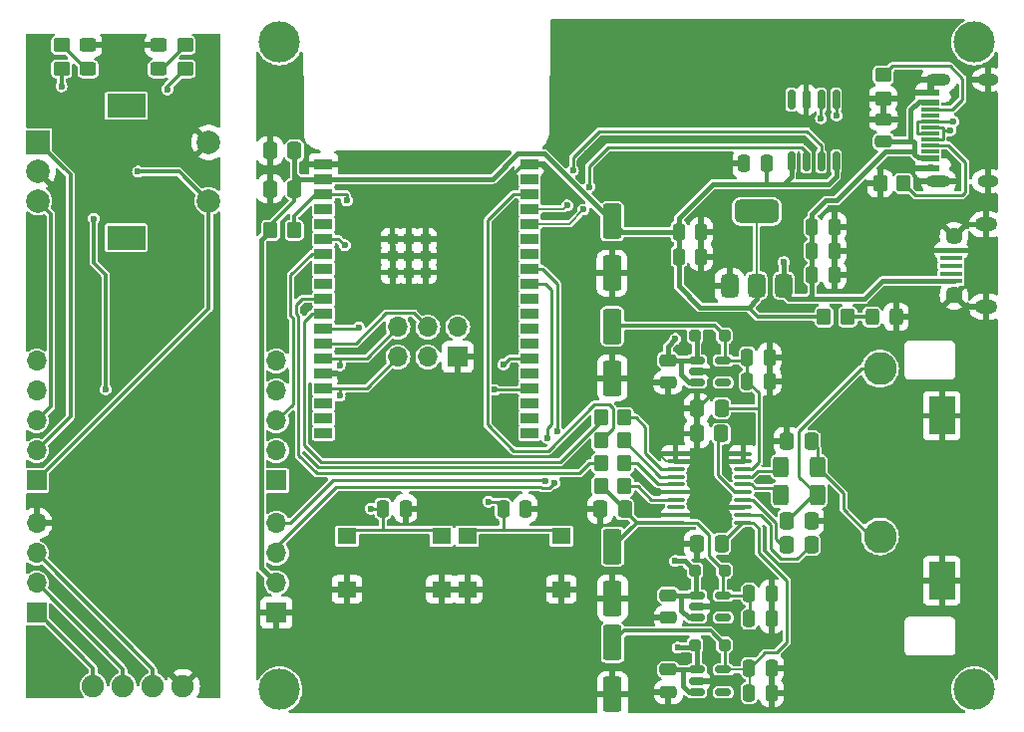
<source format=gbr>
%TF.GenerationSoftware,KiCad,Pcbnew,8.0.0*%
%TF.CreationDate,2024-07-15T16:42:44+02:00*%
%TF.ProjectId,Lucaudio_esp32_V1_revB,4c756361-7564-4696-9f5f-65737033325f,rev?*%
%TF.SameCoordinates,Original*%
%TF.FileFunction,Copper,L1,Top*%
%TF.FilePolarity,Positive*%
%FSLAX46Y46*%
G04 Gerber Fmt 4.6, Leading zero omitted, Abs format (unit mm)*
G04 Created by KiCad (PCBNEW 8.0.0) date 2024-07-15 16:42:44*
%MOMM*%
%LPD*%
G01*
G04 APERTURE LIST*
G04 Aperture macros list*
%AMRoundRect*
0 Rectangle with rounded corners*
0 $1 Rounding radius*
0 $2 $3 $4 $5 $6 $7 $8 $9 X,Y pos of 4 corners*
0 Add a 4 corners polygon primitive as box body*
4,1,4,$2,$3,$4,$5,$6,$7,$8,$9,$2,$3,0*
0 Add four circle primitives for the rounded corners*
1,1,$1+$1,$2,$3*
1,1,$1+$1,$4,$5*
1,1,$1+$1,$6,$7*
1,1,$1+$1,$8,$9*
0 Add four rect primitives between the rounded corners*
20,1,$1+$1,$2,$3,$4,$5,0*
20,1,$1+$1,$4,$5,$6,$7,0*
20,1,$1+$1,$6,$7,$8,$9,0*
20,1,$1+$1,$8,$9,$2,$3,0*%
G04 Aperture macros list end*
%TA.AperFunction,SMDPad,CuDef*%
%ADD10RoundRect,0.250000X-0.337500X-0.475000X0.337500X-0.475000X0.337500X0.475000X-0.337500X0.475000X0*%
%TD*%
%TA.AperFunction,SMDPad,CuDef*%
%ADD11R,1.862500X0.400000*%
%TD*%
%TA.AperFunction,ComponentPad*%
%ADD12O,1.900000X1.200000*%
%TD*%
%TA.AperFunction,ComponentPad*%
%ADD13C,1.450000*%
%TD*%
%TA.AperFunction,SMDPad,CuDef*%
%ADD14RoundRect,0.250000X-0.250000X-0.475000X0.250000X-0.475000X0.250000X0.475000X-0.250000X0.475000X0*%
%TD*%
%TA.AperFunction,SMDPad,CuDef*%
%ADD15RoundRect,0.250000X0.337500X0.475000X-0.337500X0.475000X-0.337500X-0.475000X0.337500X-0.475000X0*%
%TD*%
%TA.AperFunction,ComponentPad*%
%ADD16R,1.700000X1.700000*%
%TD*%
%TA.AperFunction,ComponentPad*%
%ADD17O,1.700000X1.700000*%
%TD*%
%TA.AperFunction,ComponentPad*%
%ADD18C,2.800000*%
%TD*%
%TA.AperFunction,ComponentPad*%
%ADD19R,2.200000X3.200000*%
%TD*%
%TA.AperFunction,SMDPad,CuDef*%
%ADD20RoundRect,0.250000X-0.475000X0.250000X-0.475000X-0.250000X0.475000X-0.250000X0.475000X0.250000X0*%
%TD*%
%TA.AperFunction,SMDPad,CuDef*%
%ADD21R,1.500000X0.900000*%
%TD*%
%TA.AperFunction,SMDPad,CuDef*%
%ADD22R,0.900000X0.900000*%
%TD*%
%TA.AperFunction,SMDPad,CuDef*%
%ADD23RoundRect,0.250000X-0.250000X-0.250000X0.250000X-0.250000X0.250000X0.250000X-0.250000X0.250000X0*%
%TD*%
%TA.AperFunction,SMDPad,CuDef*%
%ADD24RoundRect,0.250000X0.475000X-0.250000X0.475000X0.250000X-0.475000X0.250000X-0.475000X-0.250000X0*%
%TD*%
%TA.AperFunction,SMDPad,CuDef*%
%ADD25RoundRect,0.150000X-0.512500X-0.150000X0.512500X-0.150000X0.512500X0.150000X-0.512500X0.150000X0*%
%TD*%
%TA.AperFunction,SMDPad,CuDef*%
%ADD26RoundRect,0.250000X-0.450000X0.350000X-0.450000X-0.350000X0.450000X-0.350000X0.450000X0.350000X0*%
%TD*%
%TA.AperFunction,SMDPad,CuDef*%
%ADD27RoundRect,0.375000X0.375000X-0.625000X0.375000X0.625000X-0.375000X0.625000X-0.375000X-0.625000X0*%
%TD*%
%TA.AperFunction,SMDPad,CuDef*%
%ADD28RoundRect,0.500000X1.400000X-0.500000X1.400000X0.500000X-1.400000X0.500000X-1.400000X-0.500000X0*%
%TD*%
%TA.AperFunction,SMDPad,CuDef*%
%ADD29RoundRect,0.250000X-0.550000X1.250000X-0.550000X-1.250000X0.550000X-1.250000X0.550000X1.250000X0*%
%TD*%
%TA.AperFunction,ComponentPad*%
%ADD30C,3.500000*%
%TD*%
%TA.AperFunction,SMDPad,CuDef*%
%ADD31RoundRect,0.250000X-0.350000X-0.450000X0.350000X-0.450000X0.350000X0.450000X-0.350000X0.450000X0*%
%TD*%
%TA.AperFunction,SMDPad,CuDef*%
%ADD32RoundRect,0.250000X-0.400000X-0.625000X0.400000X-0.625000X0.400000X0.625000X-0.400000X0.625000X0*%
%TD*%
%TA.AperFunction,SMDPad,CuDef*%
%ADD33RoundRect,0.250000X0.325000X0.450000X-0.325000X0.450000X-0.325000X-0.450000X0.325000X-0.450000X0*%
%TD*%
%TA.AperFunction,SMDPad,CuDef*%
%ADD34RoundRect,0.250000X-0.450000X0.325000X-0.450000X-0.325000X0.450000X-0.325000X0.450000X0.325000X0*%
%TD*%
%TA.AperFunction,ComponentPad*%
%ADD35R,2.000000X2.000000*%
%TD*%
%TA.AperFunction,ComponentPad*%
%ADD36C,2.000000*%
%TD*%
%TA.AperFunction,ComponentPad*%
%ADD37R,3.200000X2.000000*%
%TD*%
%TA.AperFunction,SMDPad,CuDef*%
%ADD38R,1.495000X0.600000*%
%TD*%
%TA.AperFunction,SMDPad,CuDef*%
%ADD39R,1.495000X0.300000*%
%TD*%
%TA.AperFunction,SMDPad,CuDef*%
%ADD40R,1.240000X0.600000*%
%TD*%
%TA.AperFunction,ComponentPad*%
%ADD41O,2.100000X1.000000*%
%TD*%
%TA.AperFunction,ComponentPad*%
%ADD42O,1.800000X1.000000*%
%TD*%
%TA.AperFunction,SMDPad,CuDef*%
%ADD43RoundRect,0.150000X-0.150000X0.675000X-0.150000X-0.675000X0.150000X-0.675000X0.150000X0.675000X0*%
%TD*%
%TA.AperFunction,SMDPad,CuDef*%
%ADD44R,1.600000X1.400000*%
%TD*%
%TA.AperFunction,SMDPad,CuDef*%
%ADD45RoundRect,0.250000X0.350000X0.450000X-0.350000X0.450000X-0.350000X-0.450000X0.350000X-0.450000X0*%
%TD*%
%TA.AperFunction,SMDPad,CuDef*%
%ADD46RoundRect,0.250000X0.250000X0.475000X-0.250000X0.475000X-0.250000X-0.475000X0.250000X-0.475000X0*%
%TD*%
%TA.AperFunction,SMDPad,CuDef*%
%ADD47RoundRect,0.100000X0.637500X0.100000X-0.637500X0.100000X-0.637500X-0.100000X0.637500X-0.100000X0*%
%TD*%
%TA.AperFunction,ComponentPad*%
%ADD48C,1.900000*%
%TD*%
%TA.AperFunction,ViaPad*%
%ADD49C,0.600000*%
%TD*%
%TA.AperFunction,Conductor*%
%ADD50C,0.254000*%
%TD*%
%TA.AperFunction,Conductor*%
%ADD51C,0.200000*%
%TD*%
%TA.AperFunction,Conductor*%
%ADD52C,0.304800*%
%TD*%
%TA.AperFunction,Conductor*%
%ADD53C,0.406400*%
%TD*%
G04 APERTURE END LIST*
D10*
%TO.P,C29,1*%
%TO.N,Net-(J2-IN1)*%
X148085900Y-109169200D03*
%TO.P,C29,2*%
%TO.N,GND*%
X150160900Y-109169200D03*
%TD*%
D11*
%TO.P,J8,1,VBUS*%
%TO.N,+5V*%
X162031250Y-88796800D03*
%TO.P,J8,2,D-*%
%TO.N,unconnected-(J8-D--Pad2)*%
X162031250Y-88146800D03*
%TO.P,J8,3,D+*%
%TO.N,unconnected-(J8-D+-Pad3)*%
X162031250Y-87496800D03*
%TO.P,J8,4,ID*%
%TO.N,unconnected-(J8-ID-Pad4)*%
X162031250Y-86846800D03*
%TO.P,J8,5,GND*%
%TO.N,GND*%
X162031250Y-86196800D03*
D12*
%TO.P,J8,6,Shield*%
X164987500Y-90996800D03*
D13*
X162287500Y-89996800D03*
X162287500Y-84996800D03*
D12*
X164987500Y-83996800D03*
%TD*%
D14*
%TO.P,C15,1*%
%TO.N,3V3*%
X138927800Y-86715600D03*
%TO.P,C15,2*%
%TO.N,GND*%
X140827800Y-86715600D03*
%TD*%
D15*
%TO.P,C7,1*%
%TO.N,3V3_2*%
X134336700Y-108204000D03*
%TO.P,C7,2*%
%TO.N,GND*%
X132261700Y-108204000D03*
%TD*%
D16*
%TO.P,J4,1,Pin_1*%
%TO.N,GND*%
X104750000Y-117000000D03*
D17*
%TO.P,J4,2,Pin_2*%
%TO.N,3V3*%
X104750000Y-114460000D03*
%TO.P,J4,3,Pin_3*%
%TO.N,I2C_SCL*%
X104750000Y-111920000D03*
%TO.P,J4,4,Pin_4*%
%TO.N,I2C_SDA*%
X104750000Y-109380000D03*
%TD*%
D18*
%TO.P,J2,1,IN1*%
%TO.N,Net-(J2-IN1)*%
X156000000Y-96250000D03*
%TO.P,J2,2,IN2*%
%TO.N,Net-(J2-IN2)*%
X156000000Y-110500000D03*
D19*
%TO.P,J2,3,EXT*%
%TO.N,GND*%
X161250000Y-114250000D03*
X161250000Y-100250000D03*
%TD*%
D20*
%TO.P,C10,1*%
%TO.N,+5V*%
X137998200Y-95530500D03*
%TO.P,C10,2*%
%TO.N,GND*%
X137998200Y-97430500D03*
%TD*%
D14*
%TO.P,C28,1*%
%TO.N,+5V*%
X150230800Y-88265000D03*
%TO.P,C28,2*%
%TO.N,GND*%
X152130800Y-88265000D03*
%TD*%
D16*
%TO.P,J5,1,Pin_1*%
%TO.N,ROTARY_SW*%
X104750000Y-105746800D03*
D17*
%TO.P,J5,2,Pin_2*%
%TO.N,ROTARY_A*%
X104750000Y-103206800D03*
%TO.P,J5,3,Pin_3*%
%TO.N,ROTARY_B*%
X104750000Y-100666800D03*
%TO.P,J5,4,Pin_4*%
%TO.N,GPIO13*%
X104750000Y-98126800D03*
%TO.P,J5,5,Pin_5*%
%TO.N,GPIO12*%
X104750000Y-95586800D03*
%TD*%
D21*
%TO.P,U1,1,GND*%
%TO.N,GND*%
X108750400Y-78867000D03*
%TO.P,U1,2,3V3*%
%TO.N,3V3*%
X108750400Y-80137000D03*
%TO.P,U1,3,EN/CHIP_PU*%
%TO.N,MCU_RST*%
X108750400Y-81407000D03*
%TO.P,U1,4,SENSOR_VP/GPIO36/ADC1_CH0*%
%TO.N,unconnected-(U1-SENSOR_VP{slash}GPIO36{slash}ADC1_CH0-Pad4)*%
X108750400Y-82677000D03*
%TO.P,U1,5,SENSOR_VN/GPIO39/ADC1_CH3*%
%TO.N,unconnected-(U1-SENSOR_VN{slash}GPIO39{slash}ADC1_CH3-Pad5)*%
X108750400Y-83947000D03*
%TO.P,U1,6,GPIO34/ADC1_CH6*%
%TO.N,ROTARY_A*%
X108750400Y-85217000D03*
%TO.P,U1,7,GPIO35/ADC1_CH7*%
%TO.N,ROTARY_B*%
X108750400Y-86487000D03*
%TO.P,U1,8,32K_XP/GPIO32/ADC1_CH4*%
%TO.N,SPI_RST*%
X108750400Y-87757000D03*
%TO.P,U1,9,32K_XN/GPIO33/ADC1_CH5*%
%TO.N,RGB*%
X108750400Y-89027000D03*
%TO.P,U1,10,DAC_1/ADC2_CH8/GPIO25*%
%TO.N,I2S_WS*%
X108750400Y-90297000D03*
%TO.P,U1,11,DAC_2/ADC2_CH9/GPIO26*%
%TO.N,I2S_CLK*%
X108750400Y-91567000D03*
%TO.P,U1,12,ADC2_CH7/GPIO27*%
%TO.N,ROTARY_SW*%
X108750400Y-92837000D03*
%TO.P,U1,13,MTMS/GPIO14/ADC2_CH6*%
%TO.N,GPIO14*%
X108750400Y-94107000D03*
%TO.P,U1,14,MTDI/GPIO12/ADC2_CH5*%
%TO.N,GPIO12*%
X108750400Y-95377000D03*
%TO.P,U1,15,GND*%
%TO.N,GND*%
X108750400Y-96647000D03*
%TO.P,U1,16,MTCK/GPIO13/ADC2_CH4*%
%TO.N,GPIO13*%
X108750400Y-97917000D03*
%TO.P,U1,17,NC*%
%TO.N,unconnected-(U1-NC-Pad17)*%
X108750400Y-99187000D03*
%TO.P,U1,18,NC*%
%TO.N,unconnected-(U1-NC-Pad18)*%
X108750400Y-100457000D03*
%TO.P,U1,19,NC*%
%TO.N,unconnected-(U1-NC-Pad19)*%
X108750400Y-101727000D03*
%TO.P,U1,20,NC*%
%TO.N,unconnected-(U1-NC-Pad20)*%
X126250400Y-101727000D03*
%TO.P,U1,21,NC*%
%TO.N,unconnected-(U1-NC-Pad21)*%
X126250400Y-100457000D03*
%TO.P,U1,22,NC*%
%TO.N,unconnected-(U1-NC-Pad22)*%
X126250400Y-99187000D03*
%TO.P,U1,23,MTDO/GPIO15/ADC2_CH3*%
%TO.N,GPIO15*%
X126250400Y-97917000D03*
%TO.P,U1,24,ADC2_CH2/GPIO2*%
%TO.N,unconnected-(U1-ADC2_CH2{slash}GPIO2-Pad24)*%
X126250400Y-96647000D03*
%TO.P,U1,25,GPIO0/BOOT/ADC2_CH1*%
%TO.N,GPIO0*%
X126250400Y-95377000D03*
%TO.P,U1,26,ADC2_CH0/GPIO4*%
%TO.N,unconnected-(U1-ADC2_CH0{slash}GPIO4-Pad26)*%
X126250400Y-94107000D03*
%TO.P,U1,27,NC*%
%TO.N,unconnected-(U1-NC-Pad27)*%
X126250400Y-92837000D03*
%TO.P,U1,28,NC*%
%TO.N,unconnected-(U1-NC-Pad28)*%
X126250400Y-91567000D03*
%TO.P,U1,29,GPIO5*%
%TO.N,unconnected-(U1-GPIO5-Pad29)*%
X126250400Y-90297000D03*
%TO.P,U1,30,GPIO18*%
%TO.N,I2C_SDA*%
X126250400Y-89027000D03*
%TO.P,U1,31,GPIO19*%
%TO.N,I2C_SCL*%
X126250400Y-87757000D03*
%TO.P,U1,32,NC*%
%TO.N,unconnected-(U1-NC-Pad32)*%
X126250400Y-86487000D03*
%TO.P,U1,33,GPIO21*%
%TO.N,RL1*%
X126250400Y-85217000D03*
%TO.P,U1,34,U0RXD/GPIO3*%
%TO.N,MCU_RX*%
X126250400Y-83947000D03*
%TO.P,U1,35,U0TXD/GPIO1*%
%TO.N,MCU_TX*%
X126250400Y-82677000D03*
%TO.P,U1,36,GPIO22*%
%TO.N,I2S_DATA*%
X126250400Y-81407000D03*
%TO.P,U1,37,GPIO23*%
%TO.N,SPI_MOSI*%
X126250400Y-80137000D03*
%TO.P,U1,38,GND*%
%TO.N,GND*%
X126250400Y-78867000D03*
D22*
%TO.P,U1,39,GND_THERMAL*%
X114595400Y-85262000D03*
X114600400Y-86662000D03*
X114600400Y-88062000D03*
X116000400Y-85262000D03*
X116000400Y-86662000D03*
X116000400Y-88062000D03*
X117400400Y-85262000D03*
X117400400Y-86662000D03*
X117400400Y-88062000D03*
%TD*%
D23*
%TO.P,D1,1,K*%
%TO.N,+5V*%
X140304200Y-93432500D03*
%TO.P,D1,2,A*%
%TO.N,3V3_1*%
X142804200Y-93432500D03*
%TD*%
D24*
%TO.P,C31,1*%
%TO.N,+5V*%
X156299200Y-76948800D03*
%TO.P,C31,2*%
%TO.N,GND*%
X156299200Y-75048800D03*
%TD*%
D25*
%TO.P,U5,1,IN*%
%TO.N,+5V*%
X140416700Y-121833600D03*
%TO.P,U5,2,GND*%
%TO.N,GND*%
X140416700Y-122783600D03*
%TO.P,U5,3,EN*%
%TO.N,+5V*%
X140416700Y-123733600D03*
%TO.P,U5,4,NC*%
%TO.N,unconnected-(U5-NC-Pad4)*%
X142691700Y-123733600D03*
%TO.P,U5,5,OUT*%
%TO.N,3V3_3*%
X142691700Y-121833600D03*
%TD*%
D26*
%TO.P,R9,1*%
%TO.N,Net-(J3-CC2)*%
X156269500Y-71279700D03*
%TO.P,R9,2*%
%TO.N,GND*%
X156269500Y-73279700D03*
%TD*%
D15*
%TO.P,C2,1*%
%TO.N,3V3*%
X106295100Y-77724000D03*
%TO.P,C2,2*%
%TO.N,GND*%
X104220100Y-77724000D03*
%TD*%
D27*
%TO.P,U6,1,GND*%
%TO.N,GND*%
X143216600Y-89179800D03*
%TO.P,U6,2,VO*%
%TO.N,3V3*%
X145516600Y-89179800D03*
D28*
X145516600Y-82879800D03*
D27*
%TO.P,U6,3,VI*%
%TO.N,+5V*%
X147816600Y-89179800D03*
%TD*%
D14*
%TO.P,C23,1*%
%TO.N,3V3_3*%
X144896800Y-121700000D03*
%TO.P,C23,2*%
%TO.N,GND*%
X146796800Y-121700000D03*
%TD*%
D15*
%TO.P,C26,1*%
%TO.N,Net-(J2-IN2)*%
X150160900Y-102412800D03*
%TO.P,C26,2*%
%TO.N,GND*%
X148085900Y-102412800D03*
%TD*%
D29*
%TO.P,C6,1*%
%TO.N,3V3_1*%
X133273800Y-92643600D03*
%TO.P,C6,2*%
%TO.N,GND*%
X133273800Y-97043600D03*
%TD*%
D14*
%TO.P,C19,1*%
%TO.N,3V3_1*%
X144719000Y-95275400D03*
%TO.P,C19,2*%
%TO.N,GND*%
X146619000Y-95275400D03*
%TD*%
D30*
%TO.P,REF\u002A\u002A,1*%
%TO.N,N/C*%
X105000000Y-123500000D03*
%TD*%
D14*
%TO.P,C4,1*%
%TO.N,GPIO0*%
X124000000Y-108146800D03*
%TO.P,C4,2*%
%TO.N,GND*%
X125900000Y-108146800D03*
%TD*%
D31*
%TO.P,R12,1*%
%TO.N,3V3*%
X104257600Y-84480400D03*
%TO.P,R12,2*%
%TO.N,MCU_RST*%
X106257600Y-84480400D03*
%TD*%
D32*
%TO.P,R8,1*%
%TO.N,Net-(U4-OUTR)*%
X147573400Y-104597200D03*
%TO.P,R8,2*%
%TO.N,Net-(J2-IN2)*%
X150673400Y-104597200D03*
%TD*%
D15*
%TO.P,C17,1*%
%TO.N,Net-(U4-VNEG)*%
X142515500Y-101777800D03*
%TO.P,C17,2*%
%TO.N,GND*%
X140440500Y-101777800D03*
%TD*%
%TO.P,C25,1*%
%TO.N,Net-(U4-CAPP)*%
X150160900Y-111226600D03*
%TO.P,C25,2*%
%TO.N,Net-(U4-CAPM)*%
X148085900Y-111226600D03*
%TD*%
D33*
%TO.P,D4,1,K*%
%TO.N,GND*%
X157375000Y-91846800D03*
%TO.P,D4,2,A*%
%TO.N,Net-(D4-A)*%
X155325000Y-91846800D03*
%TD*%
D29*
%TO.P,C9,1*%
%TO.N,3V3*%
X133248400Y-83728200D03*
%TO.P,C9,2*%
%TO.N,GND*%
X133248400Y-88128200D03*
%TD*%
D34*
%TO.P,LED2,1,K*%
%TO.N,GND_*%
X94750000Y-68725000D03*
%TO.P,LED2,2,A*%
%TO.N,Net-(LED2-A)*%
X94750000Y-70775000D03*
%TD*%
D14*
%TO.P,C3,1*%
%TO.N,MCU_RST*%
X113800000Y-108146800D03*
%TO.P,C3,2*%
%TO.N,GND*%
X115700000Y-108146800D03*
%TD*%
%TO.P,C24,1*%
%TO.N,3V3_3*%
X144896800Y-123800000D03*
%TO.P,C24,2*%
%TO.N,GND*%
X146796800Y-123800000D03*
%TD*%
D30*
%TO.P,REF\u002A\u002A,1*%
%TO.N,N/C*%
X164000000Y-123500000D03*
%TD*%
D14*
%TO.P,C27,1*%
%TO.N,+5V*%
X150230800Y-84175600D03*
%TO.P,C27,2*%
%TO.N,GND*%
X152130800Y-84175600D03*
%TD*%
D35*
%TO.P,SW3,A,A*%
%TO.N,ROTARY_A_*%
X84500000Y-77000000D03*
D36*
%TO.P,SW3,B,B*%
%TO.N,ROTARY_B_*%
X84500000Y-82000000D03*
%TO.P,SW3,C,C*%
%TO.N,GND_*%
X84500000Y-79500000D03*
D37*
%TO.P,SW3,MP*%
%TO.N,N/C*%
X92000000Y-73900000D03*
X92000000Y-85100000D03*
D36*
%TO.P,SW3,S1,S1*%
%TO.N,ROTARY_SW_*%
X99000000Y-82000000D03*
%TO.P,SW3,S2,S2*%
%TO.N,GND_*%
X99000000Y-77000000D03*
%TD*%
D38*
%TO.P,J3,A1,GND*%
%TO.N,GND*%
X160261700Y-79196800D03*
%TO.P,J3,A4,VBUS*%
%TO.N,+5V*%
X160261700Y-78396800D03*
D39*
%TO.P,J3,A5,CC1*%
%TO.N,Net-(J3-CC1)*%
X160261700Y-77246800D03*
%TO.P,J3,A6,D+*%
%TO.N,Net-(U8-UD+)*%
X160261700Y-76246800D03*
%TO.P,J3,A7,D-*%
%TO.N,Net-(U8-UD-)*%
X160261700Y-75746800D03*
%TO.P,J3,A8,SBU1*%
%TO.N,unconnected-(J3-SBU1-PadA8)*%
X160261700Y-74746800D03*
D38*
%TO.P,J3,A9,VBUS*%
%TO.N,+5V*%
X160261700Y-73596800D03*
%TO.P,J3,A12,GND*%
%TO.N,GND*%
X160261700Y-72796800D03*
D40*
%TO.P,J3,B1,GND*%
X160389200Y-72796800D03*
%TO.P,J3,B4,VBUS*%
%TO.N,+5V*%
X160389200Y-73596800D03*
D39*
%TO.P,J3,B5,CC2*%
%TO.N,Net-(J3-CC2)*%
X160261700Y-74246800D03*
%TO.P,J3,B6,D+*%
%TO.N,Net-(U8-UD+)*%
X160261700Y-75246800D03*
%TO.P,J3,B7,D-*%
%TO.N,Net-(U8-UD-)*%
X160261700Y-76746800D03*
%TO.P,J3,B8,SBU2*%
%TO.N,unconnected-(J3-SBU2-PadB8)*%
X160261700Y-77746800D03*
D40*
%TO.P,J3,B9,VBUS*%
%TO.N,+5V*%
X160389200Y-78396800D03*
%TO.P,J3,B12,GND*%
%TO.N,GND*%
X160389200Y-79196800D03*
D41*
%TO.P,J3,S1,SHIELD*%
X160989200Y-80316800D03*
D42*
X165189200Y-80316800D03*
D41*
X160989200Y-71676800D03*
D42*
X165189200Y-71676800D03*
%TD*%
D16*
%TO.P,J7,1,Pin_1*%
%TO.N,ROTARY_SW_*%
X84375000Y-105750000D03*
D17*
%TO.P,J7,2,Pin_2*%
%TO.N,ROTARY_A_*%
X84375000Y-103210000D03*
%TO.P,J7,3,Pin_3*%
%TO.N,ROTARY_B_*%
X84375000Y-100670000D03*
%TO.P,J7,4,Pin_4*%
%TO.N,LED_PWR_*%
X84375000Y-98130000D03*
%TO.P,J7,5,Pin_5*%
%TO.N,LED_AMP_*%
X84375000Y-95590000D03*
%TD*%
D26*
%TO.P,R5,1*%
%TO.N,Net-(LED1-A)*%
X86500000Y-68750000D03*
%TO.P,R5,2*%
%TO.N,LED_AMP_*%
X86500000Y-70750000D03*
%TD*%
D31*
%TO.P,R2,1*%
%TO.N,3V3_2*%
X132299200Y-106222800D03*
%TO.P,R2,2*%
%TO.N,Net-(U4-XSMT)*%
X134299200Y-106222800D03*
%TD*%
D23*
%TO.P,D3,1,K*%
%TO.N,+5V*%
X140304200Y-119735600D03*
%TO.P,D3,2,A*%
%TO.N,3V3_3*%
X142804200Y-119735600D03*
%TD*%
D43*
%TO.P,U8,1,UD+*%
%TO.N,Net-(U8-UD+)*%
X152273000Y-73371800D03*
%TO.P,U8,2,UD-*%
%TO.N,Net-(U8-UD-)*%
X151003000Y-73371800D03*
%TO.P,U8,3,GND*%
%TO.N,GND*%
X149733000Y-73371800D03*
%TO.P,U8,4,~{RTS}*%
%TO.N,unconnected-(U8-~{RTS}-Pad4)*%
X148463000Y-73371800D03*
%TO.P,U8,5,VCC*%
%TO.N,3V3*%
X148463000Y-78621800D03*
%TO.P,U8,6,TXD*%
%TO.N,MCU_RX*%
X149733000Y-78621800D03*
%TO.P,U8,7,RXD*%
%TO.N,MCU_TX*%
X151003000Y-78621800D03*
%TO.P,U8,8,V3*%
%TO.N,3V3*%
X152273000Y-78621800D03*
%TD*%
D44*
%TO.P,SW1,1,1*%
%TO.N,GND*%
X118750000Y-114996800D03*
X110750000Y-114996800D03*
%TO.P,SW1,2,2*%
%TO.N,MCU_RST*%
X118750000Y-110496800D03*
X110750000Y-110496800D03*
%TD*%
D34*
%TO.P,LED1,1,K*%
%TO.N,GND_*%
X88750000Y-68725000D03*
%TO.P,LED1,2,A*%
%TO.N,Net-(LED1-A)*%
X88750000Y-70775000D03*
%TD*%
D20*
%TO.P,C11,1*%
%TO.N,+5V*%
X138023600Y-115509000D03*
%TO.P,C11,2*%
%TO.N,GND*%
X138023600Y-117409000D03*
%TD*%
D30*
%TO.P,REF\u002A\u002A,1*%
%TO.N,N/C*%
X105000000Y-68500000D03*
%TD*%
D26*
%TO.P,R6,1*%
%TO.N,Net-(LED2-A)*%
X97000000Y-68750000D03*
%TO.P,R6,2*%
%TO.N,LED_PWR_*%
X97000000Y-70750000D03*
%TD*%
D29*
%TO.P,C5,1*%
%TO.N,3V3_3*%
X133299200Y-119550000D03*
%TO.P,C5,2*%
%TO.N,GND*%
X133299200Y-123950000D03*
%TD*%
D15*
%TO.P,C18,1*%
%TO.N,3V3_3*%
X142540900Y-111150400D03*
%TO.P,C18,2*%
%TO.N,GND*%
X140465900Y-111150400D03*
%TD*%
D14*
%TO.P,C21,1*%
%TO.N,3V3_2*%
X144896800Y-115392200D03*
%TO.P,C21,2*%
%TO.N,GND*%
X146796800Y-115392200D03*
%TD*%
D31*
%TO.P,R1,1*%
%TO.N,I2S_DATA*%
X132299200Y-102362000D03*
%TO.P,R1,2*%
%TO.N,Net-(U4-DIN)*%
X134299200Y-102362000D03*
%TD*%
D29*
%TO.P,C8,1*%
%TO.N,3V3_2*%
X133299200Y-111363400D03*
%TO.P,C8,2*%
%TO.N,GND*%
X133299200Y-115763400D03*
%TD*%
D32*
%TO.P,R7,1*%
%TO.N,Net-(U4-OUTL)*%
X147573400Y-106984800D03*
%TO.P,R7,2*%
%TO.N,Net-(J2-IN1)*%
X150673400Y-106984800D03*
%TD*%
D31*
%TO.P,R4,1*%
%TO.N,I2S_WS*%
X132299200Y-104292400D03*
%TO.P,R4,2*%
%TO.N,Net-(U4-LRCK)*%
X134299200Y-104292400D03*
%TD*%
D14*
%TO.P,C14,1*%
%TO.N,3V3*%
X138927800Y-84607400D03*
%TO.P,C14,2*%
%TO.N,GND*%
X140827800Y-84607400D03*
%TD*%
D25*
%TO.P,U3,1,IN*%
%TO.N,+5V*%
X140416700Y-95530500D03*
%TO.P,U3,2,GND*%
%TO.N,GND*%
X140416700Y-96480500D03*
%TO.P,U3,3,EN*%
%TO.N,+5V*%
X140416700Y-97430500D03*
%TO.P,U3,4,NC*%
%TO.N,unconnected-(U3-NC-Pad4)*%
X142691700Y-97430500D03*
%TO.P,U3,5,OUT*%
%TO.N,3V3_1*%
X142691700Y-95530500D03*
%TD*%
D16*
%TO.P,J6,1,Pin_1*%
%TO.N,OLED_SDA*%
X84375000Y-117000000D03*
D17*
%TO.P,J6,2,Pin_2*%
%TO.N,OLED_SCL*%
X84375000Y-114460000D03*
%TO.P,J6,3,Pin_3*%
%TO.N,3V3_*%
X84375000Y-111920000D03*
%TO.P,J6,4,Pin_4*%
%TO.N,GND_*%
X84375000Y-109380000D03*
%TD*%
D14*
%TO.P,C30,1*%
%TO.N,+5V*%
X150230800Y-86207600D03*
%TO.P,C30,2*%
%TO.N,GND*%
X152130800Y-86207600D03*
%TD*%
D15*
%TO.P,C1,1*%
%TO.N,3V3*%
X106295100Y-80975200D03*
%TO.P,C1,2*%
%TO.N,GND*%
X104220100Y-80975200D03*
%TD*%
D45*
%TO.P,R11,1*%
%TO.N,Net-(J3-CC1)*%
X158000000Y-80500000D03*
%TO.P,R11,2*%
%TO.N,GND*%
X156000000Y-80500000D03*
%TD*%
D44*
%TO.P,SW2,1,1*%
%TO.N,GND*%
X128950000Y-114996800D03*
X120950000Y-114996800D03*
%TO.P,SW2,2,2*%
%TO.N,GPIO0*%
X128950000Y-110496800D03*
X120950000Y-110496800D03*
%TD*%
D20*
%TO.P,C12,1*%
%TO.N,+5V*%
X138023600Y-121833600D03*
%TO.P,C12,2*%
%TO.N,GND*%
X138023600Y-123733600D03*
%TD*%
D31*
%TO.P,R3,1*%
%TO.N,I2S_CLK*%
X132299200Y-100406200D03*
%TO.P,R3,2*%
%TO.N,Net-(U4-BCK)*%
X134299200Y-100406200D03*
%TD*%
D15*
%TO.P,C16,1*%
%TO.N,3V3_1*%
X142540900Y-99593400D03*
%TO.P,C16,2*%
%TO.N,GND*%
X140465900Y-99593400D03*
%TD*%
D14*
%TO.P,C20,1*%
%TO.N,3V3_1*%
X144719000Y-97300000D03*
%TO.P,C20,2*%
%TO.N,GND*%
X146619000Y-97300000D03*
%TD*%
%TO.P,C22,1*%
%TO.N,3V3_2*%
X144896800Y-117500400D03*
%TO.P,C22,2*%
%TO.N,GND*%
X146796800Y-117500400D03*
%TD*%
D46*
%TO.P,C13,1*%
%TO.N,3V3*%
X146365000Y-78816200D03*
%TO.P,C13,2*%
%TO.N,GND*%
X144465000Y-78816200D03*
%TD*%
D23*
%TO.P,D2,1,K*%
%TO.N,+5V*%
X140304200Y-113411000D03*
%TO.P,D2,2,A*%
%TO.N,3V3_2*%
X142804200Y-113411000D03*
%TD*%
D47*
%TO.P,U4,1,CPVDD*%
%TO.N,3V3_3*%
X144381600Y-109325600D03*
%TO.P,U4,2,CAPP*%
%TO.N,Net-(U4-CAPP)*%
X144381600Y-108675600D03*
%TO.P,U4,3,CPGND*%
%TO.N,GND*%
X144381600Y-108025600D03*
%TO.P,U4,4,CAPM*%
%TO.N,Net-(U4-CAPM)*%
X144381600Y-107375600D03*
%TO.P,U4,5,VNEG*%
%TO.N,Net-(U4-VNEG)*%
X144381600Y-106725600D03*
%TO.P,U4,6,OUTL*%
%TO.N,Net-(U4-OUTL)*%
X144381600Y-106075600D03*
%TO.P,U4,7,OUTR*%
%TO.N,Net-(U4-OUTR)*%
X144381600Y-105425600D03*
%TO.P,U4,8,AVDD*%
%TO.N,3V3_1*%
X144381600Y-104775600D03*
%TO.P,U4,9,AGND*%
%TO.N,GND*%
X144381600Y-104125600D03*
%TO.P,U4,10,DEMP*%
X144381600Y-103475600D03*
%TO.P,U4,11,FLT*%
X138656600Y-103475600D03*
%TO.P,U4,12,SCK*%
X138656600Y-104125600D03*
%TO.P,U4,13,BCK*%
%TO.N,Net-(U4-BCK)*%
X138656600Y-104775600D03*
%TO.P,U4,14,DIN*%
%TO.N,Net-(U4-DIN)*%
X138656600Y-105425600D03*
%TO.P,U4,15,LRCK*%
%TO.N,Net-(U4-LRCK)*%
X138656600Y-106075600D03*
%TO.P,U4,16,FMT*%
%TO.N,GND*%
X138656600Y-106725600D03*
%TO.P,U4,17,XSMT*%
%TO.N,Net-(U4-XSMT)*%
X138656600Y-107375600D03*
%TO.P,U4,18,LDOO*%
%TO.N,unconnected-(U4-LDOO-Pad18)*%
X138656600Y-108025600D03*
%TO.P,U4,19,DGND*%
%TO.N,GND*%
X138656600Y-108675600D03*
%TO.P,U4,20,DVDD*%
%TO.N,3V3_2*%
X138656600Y-109325600D03*
%TD*%
D45*
%TO.P,R15,1*%
%TO.N,Net-(D4-A)*%
X153250000Y-91846800D03*
%TO.P,R15,2*%
%TO.N,3V3*%
X151250000Y-91846800D03*
%TD*%
D30*
%TO.P,REF\u002A\u002A,1*%
%TO.N,N/C*%
X164000000Y-68500000D03*
%TD*%
D48*
%TO.P,OLED1,1,GND*%
%TO.N,GND_*%
X96810000Y-123250000D03*
%TO.P,OLED1,2,VCC*%
%TO.N,3V3_*%
X94270000Y-123250000D03*
%TO.P,OLED1,3,SCL*%
%TO.N,OLED_SCL*%
X91730000Y-123250000D03*
%TO.P,OLED1,4,SDA*%
%TO.N,OLED_SDA*%
X89190000Y-123250000D03*
%TD*%
D25*
%TO.P,U2,1,IN*%
%TO.N,+5V*%
X140416700Y-115509000D03*
%TO.P,U2,2,GND*%
%TO.N,GND*%
X140416700Y-116459000D03*
%TO.P,U2,3,EN*%
%TO.N,+5V*%
X140416700Y-117409000D03*
%TO.P,U2,4,NC*%
%TO.N,unconnected-(U2-NC-Pad4)*%
X142691700Y-117409000D03*
%TO.P,U2,5,OUT*%
%TO.N,3V3_2*%
X142691700Y-115509000D03*
%TD*%
D16*
%TO.P,J1,1,Pin_1*%
%TO.N,GND*%
X120142000Y-95250000D03*
D17*
%TO.P,J1,2,Pin_2*%
%TO.N,MCU_RST*%
X120142000Y-92710000D03*
%TO.P,J1,3,Pin_3*%
%TO.N,GPIO15*%
X117602000Y-95250000D03*
%TO.P,J1,4,Pin_4*%
%TO.N,GPIO14*%
X117602000Y-92710000D03*
%TO.P,J1,5,Pin_5*%
%TO.N,GPIO13*%
X115062000Y-95250000D03*
%TO.P,J1,6,Pin_6*%
%TO.N,GPIO12*%
X115062000Y-92710000D03*
%TD*%
D49*
%TO.N,GND*%
X155092400Y-66954400D03*
X142877000Y-104000000D03*
X160934400Y-121666000D03*
X153035000Y-70764400D03*
X105000000Y-71750000D03*
X106750000Y-88996800D03*
X154000000Y-89500000D03*
X105750000Y-101946800D03*
X153263600Y-111607600D03*
X131064000Y-90627200D03*
X112323000Y-96647000D03*
X116450000Y-78850000D03*
X130657600Y-101396800D03*
X146304000Y-113766600D03*
X149750000Y-81546800D03*
X142367000Y-122783600D03*
X136702800Y-120167400D03*
X128778000Y-67310000D03*
X153212800Y-99568000D03*
X136652000Y-66802000D03*
X165608000Y-105460800D03*
X154250000Y-78000000D03*
X137058400Y-87274400D03*
X164046200Y-78030800D03*
X158000000Y-72500000D03*
X128727200Y-70612000D03*
X130962400Y-103225600D03*
X158250000Y-78500000D03*
X146558000Y-93395800D03*
X110591600Y-125018800D03*
X119750000Y-120496800D03*
X118262400Y-116433600D03*
X140182600Y-80797400D03*
X105523000Y-96746800D03*
X165250000Y-98000000D03*
X112323000Y-94346800D03*
X142290800Y-116459000D03*
X107550000Y-111746800D03*
X104150000Y-93746800D03*
X165608000Y-121412000D03*
X148031200Y-100457000D03*
X128041400Y-80772000D03*
X137058400Y-76700000D03*
X136100000Y-108300000D03*
X146812000Y-119176800D03*
X143662400Y-125018800D03*
X110250000Y-89496800D03*
X107550000Y-113946800D03*
X121750000Y-97246800D03*
X106350000Y-104746800D03*
X124460000Y-88798400D03*
X121640600Y-83464400D03*
X129550000Y-87746800D03*
X123400000Y-100346800D03*
X106350000Y-107546800D03*
X122504200Y-111785400D03*
X140800000Y-89250000D03*
X111750000Y-102746800D03*
X157175200Y-116408200D03*
X144424400Y-102438200D03*
X145542000Y-66954400D03*
X130350000Y-117946800D03*
X146151600Y-107188000D03*
X124750000Y-100346800D03*
X104495600Y-75133200D03*
X146558000Y-102920800D03*
X153250000Y-95250000D03*
X129750000Y-99346800D03*
X110350000Y-107146800D03*
X136931400Y-100507800D03*
X128092200Y-83277000D03*
X163250000Y-82496800D03*
X146151600Y-105613200D03*
X107035600Y-91287600D03*
X154432000Y-121666000D03*
X141452600Y-108686600D03*
X128750000Y-77546800D03*
X111000000Y-117700000D03*
X111000000Y-78750000D03*
X132650000Y-81000000D03*
X131159557Y-77956357D03*
X141250000Y-104000000D03*
X146250000Y-71496800D03*
X105000000Y-120000000D03*
X136250000Y-106100000D03*
X154406600Y-73456800D03*
X141950000Y-91850000D03*
X160832800Y-67106800D03*
X121750000Y-100346800D03*
X162395200Y-72696800D03*
X121767600Y-78892400D03*
X128950000Y-108946800D03*
X154250000Y-81750000D03*
X110150000Y-96946800D03*
X128750000Y-73246800D03*
X137109200Y-90678000D03*
X117350000Y-100346800D03*
X126542800Y-124866400D03*
X110150000Y-100346800D03*
X119950000Y-108146800D03*
X112323000Y-90746800D03*
X119592000Y-100346800D03*
X117602000Y-90551000D03*
%TO.N,+5V*%
X138607800Y-112598200D03*
X147828000Y-87172800D03*
X138811000Y-119964200D03*
X138633200Y-93700600D03*
%TO.N,MCU_TX*%
X129921000Y-79400400D03*
X129438400Y-82372200D03*
%TO.N,MCU_RX*%
X130810000Y-82727800D03*
X131302338Y-80787662D03*
%TO.N,MCU_RST*%
X110718600Y-81965800D03*
X112750000Y-108146800D03*
%TO.N,GPIO0*%
X122750000Y-107546800D03*
X124045600Y-95885000D03*
%TO.N,GPIO13*%
X110123000Y-98546800D03*
%TO.N,GPIO15*%
X123277000Y-98050000D03*
%TO.N,GPIO12*%
X110123000Y-95946800D03*
%TO.N,Net-(U8-UD+)*%
X162255200Y-75234800D03*
X152298400Y-74726800D03*
%TO.N,Net-(U8-UD-)*%
X150990300Y-74968100D03*
X162001200Y-75996800D03*
%TO.N,ROTARY_A*%
X110550000Y-85746800D03*
%TO.N,ROTARY_SW*%
X111750000Y-92746800D03*
%TO.N,I2C_SDA*%
X127550000Y-105783000D03*
X127750000Y-102146800D03*
%TO.N,I2C_SCL*%
X128577444Y-101574244D03*
X128368100Y-105964900D03*
%TO.N,3V3_*%
X90250000Y-98000000D03*
X89250000Y-83500000D03*
%TO.N,LED_AMP_*%
X86500000Y-72250000D03*
%TO.N,ROTARY_SW_*%
X93000000Y-79500000D03*
%TO.N,LED_PWR_*%
X95500000Y-72500000D03*
%TO.N,GND_*%
X98500000Y-71750000D03*
X86500000Y-102250000D03*
X84500000Y-84750000D03*
X91750000Y-120500000D03*
X99250000Y-68500000D03*
X92500000Y-89750000D03*
X99000000Y-105750000D03*
X84500000Y-92750000D03*
X86500000Y-112750000D03*
X95250000Y-89750000D03*
X84000000Y-72000000D03*
X86500000Y-99250000D03*
X86500000Y-117750000D03*
X87500000Y-107500000D03*
X86250000Y-105500000D03*
X85000000Y-120500000D03*
X86500000Y-93000000D03*
X89250000Y-120500000D03*
X88750000Y-89750000D03*
X96750000Y-120250000D03*
X96750000Y-83250000D03*
X98000000Y-93750000D03*
X84000000Y-123750000D03*
X99000000Y-115750000D03*
X98000000Y-90750000D03*
X90500000Y-69000000D03*
X86500000Y-115250000D03*
%TD*%
D50*
%TO.N,GND*%
X126250400Y-78867000D02*
X125603000Y-78867000D01*
X160389200Y-79196800D02*
X158943200Y-79196800D01*
X141630400Y-97031701D02*
X141630400Y-98428900D01*
X138656600Y-108675600D02*
X140219000Y-108675600D01*
D51*
X139875600Y-104125600D02*
X140000000Y-104250000D01*
D50*
X144381600Y-104125600D02*
X143133700Y-104125600D01*
X143133700Y-104125600D02*
X143002600Y-104125600D01*
D51*
X137875600Y-104125600D02*
X137250000Y-103500000D01*
D50*
X138656600Y-106725600D02*
X140279000Y-106725600D01*
X140416700Y-96480500D02*
X141079199Y-96480500D01*
X144381600Y-108025600D02*
X143093300Y-108025600D01*
X126250400Y-78867000D02*
X127152400Y-78867000D01*
X140279000Y-106725600D02*
X140309600Y-106756200D01*
X127152400Y-78867000D02*
X127736600Y-79451200D01*
X141079199Y-96480500D02*
X141630400Y-97031701D01*
X143133700Y-104125600D02*
X143119300Y-104140000D01*
X140219000Y-108675600D02*
X140436600Y-108458000D01*
D51*
X138656600Y-104125600D02*
X139875600Y-104125600D01*
D50*
X143093300Y-108025600D02*
X143068500Y-108000800D01*
X141630400Y-98428900D02*
X140465900Y-99593400D01*
X125603000Y-78867000D02*
X124841000Y-79629000D01*
D51*
X138656600Y-104125600D02*
X137875600Y-104125600D01*
D50*
X143002600Y-104125600D02*
X142877000Y-104000000D01*
%TO.N,Net-(U4-VNEG)*%
X142250000Y-102043300D02*
X142250000Y-105288140D01*
X143687460Y-106725600D02*
X144381600Y-106725600D01*
X142250000Y-105288140D02*
X143687460Y-106725600D01*
X142515500Y-101777800D02*
X142250000Y-102043300D01*
%TO.N,Net-(U4-CAPM)*%
X147171400Y-109353448D02*
X147171400Y-110747800D01*
X147650200Y-111226600D02*
X148085900Y-111226600D01*
X147171400Y-110747800D02*
X147650200Y-111226600D01*
X144381600Y-107375600D02*
X145193552Y-107375600D01*
X145193552Y-107375600D02*
X147171400Y-109353448D01*
%TO.N,Net-(U4-CAPP)*%
X150160900Y-111226600D02*
X148967100Y-112420400D01*
X146710400Y-109550200D02*
X145835800Y-108675600D01*
X145835800Y-108675600D02*
X144381600Y-108675600D01*
X148967100Y-112420400D02*
X147574000Y-112420400D01*
X146710400Y-111556800D02*
X146710400Y-109550200D01*
X147574000Y-112420400D02*
X146710400Y-111556800D01*
%TO.N,Net-(J2-IN2)*%
X155229400Y-110500000D02*
X152908000Y-108178600D01*
X150673400Y-102925300D02*
X150160900Y-102412800D01*
X150673400Y-104597200D02*
X150673400Y-102925300D01*
X152908000Y-106831800D02*
X150673400Y-104597200D01*
X156000000Y-110500000D02*
X155229400Y-110500000D01*
X152908000Y-108178600D02*
X152908000Y-106831800D01*
%TO.N,Net-(J2-IN1)*%
X150270300Y-106984800D02*
X150673400Y-106984800D01*
X150673400Y-106984800D02*
X149123400Y-105434800D01*
X150160900Y-107497300D02*
X150673400Y-106984800D01*
X149123400Y-101567200D02*
X154440600Y-96250000D01*
X154440600Y-96250000D02*
X156000000Y-96250000D01*
X149123400Y-105434800D02*
X149123400Y-101567200D01*
X148085900Y-109169200D02*
X150270300Y-106984800D01*
%TO.N,Net-(J3-CC2)*%
X162115200Y-74246800D02*
X163022200Y-73339800D01*
X157038800Y-70510400D02*
X156269500Y-71279700D01*
X163022200Y-73339800D02*
X163022200Y-71582200D01*
X161950400Y-70510400D02*
X157038800Y-70510400D01*
X160389200Y-74246800D02*
X162115200Y-74246800D01*
X163022200Y-71582200D02*
X161950400Y-70510400D01*
%TO.N,I2S_WS*%
X106632400Y-103584400D02*
X106632400Y-91771112D01*
X106408600Y-91547312D02*
X106408600Y-90847800D01*
X106408600Y-90847800D02*
X106959400Y-90297000D01*
X131318000Y-104292400D02*
X130454400Y-105156000D01*
X106959400Y-90297000D02*
X108750400Y-90297000D01*
X106632400Y-91771112D02*
X106408600Y-91547312D01*
X132299200Y-104292400D02*
X131318000Y-104292400D01*
X108204000Y-105156000D02*
X106632400Y-103584400D01*
X130454400Y-105156000D02*
X108204000Y-105156000D01*
%TO.N,I2S_DATA*%
X124891800Y-81407000D02*
X126250400Y-81407000D01*
X127812800Y-103225600D02*
X124891800Y-103225600D01*
X124891800Y-103225600D02*
X122650000Y-100983800D01*
X122650000Y-100983800D02*
X122650000Y-83648800D01*
X133324600Y-99593400D02*
X133045200Y-99314000D01*
X133045200Y-99314000D02*
X131724400Y-99314000D01*
X131724400Y-99314000D02*
X127812800Y-103225600D01*
X122650000Y-83648800D02*
X124891800Y-81407000D01*
X132299200Y-102362000D02*
X133324600Y-101336600D01*
X133324600Y-101336600D02*
X133324600Y-99593400D01*
%TO.N,Net-(J3-CC1)*%
X161814400Y-77246800D02*
X163250000Y-78682400D01*
X163000000Y-81500000D02*
X159000000Y-81500000D01*
X159000000Y-81500000D02*
X158000000Y-80500000D01*
X163250000Y-78682400D02*
X163250000Y-81250000D01*
X160389200Y-77246800D02*
X161814400Y-77246800D01*
X163250000Y-81250000D02*
X163000000Y-81500000D01*
%TO.N,I2S_CLK*%
X128828800Y-104190800D02*
X108566652Y-104190800D01*
X107086400Y-92278200D02*
X107797600Y-91567000D01*
X132299200Y-100406200D02*
X132299200Y-100720400D01*
X108566652Y-104190800D02*
X107086400Y-102710548D01*
X107086400Y-102710548D02*
X107086400Y-92278200D01*
X107797600Y-91567000D02*
X108750400Y-91567000D01*
X132299200Y-100720400D02*
X128828800Y-104190800D01*
%TO.N,Net-(U4-DIN)*%
X137362800Y-105425600D02*
X138656600Y-105425600D01*
X134299200Y-102362000D02*
X137362800Y-105425600D01*
%TO.N,Net-(U4-XSMT)*%
X134299200Y-106222800D02*
X135432800Y-106222800D01*
X135432800Y-106222800D02*
X136585600Y-107375600D01*
X136585600Y-107375600D02*
X138656600Y-107375600D01*
D52*
X134299200Y-106222800D02*
X134552600Y-105969400D01*
D50*
%TO.N,Net-(U4-BCK)*%
X135255000Y-100406200D02*
X134299200Y-100406200D01*
X138656600Y-104775600D02*
X137426647Y-104775600D01*
X136093200Y-101244400D02*
X135255000Y-100406200D01*
X136093200Y-103442153D02*
X136093200Y-101244400D01*
X137426647Y-104775600D02*
X136093200Y-103442153D01*
%TO.N,Net-(U4-LRCK)*%
X137165200Y-106075600D02*
X138656600Y-106075600D01*
X135382000Y-104292400D02*
X137165200Y-106075600D01*
X134299200Y-104292400D02*
X135382000Y-104292400D01*
%TO.N,Net-(U4-OUTL)*%
X146997200Y-106408600D02*
X145408740Y-106408600D01*
X145075740Y-106075600D02*
X144381600Y-106075600D01*
X145408740Y-106408600D02*
X145075740Y-106075600D01*
X147573400Y-106984800D02*
X146997200Y-106408600D01*
%TO.N,Net-(U4-OUTR)*%
X147217800Y-104952800D02*
X147573400Y-104597200D01*
X145111151Y-105425600D02*
X145583951Y-104952800D01*
X145583951Y-104952800D02*
X147217800Y-104952800D01*
X144381600Y-105425600D02*
X145111151Y-105425600D01*
D53*
%TO.N,+5V*%
X150230800Y-84175600D02*
X150230800Y-86207600D01*
X158848000Y-76948800D02*
X156299200Y-76948800D01*
X139090400Y-115509000D02*
X139141200Y-115559800D01*
X139293600Y-121833600D02*
X140442100Y-121833600D01*
X151384000Y-81965800D02*
X150230800Y-83119000D01*
X158950000Y-77050800D02*
X158912000Y-77012800D01*
X147828000Y-87172800D02*
X147828000Y-89168400D01*
X139293600Y-121833600D02*
X139242800Y-121884400D01*
X159362800Y-73515800D02*
X160389200Y-73515800D01*
X140365900Y-113523500D02*
X140253400Y-113411000D01*
X138811000Y-119964200D02*
X140101000Y-119964200D01*
X140442100Y-119848100D02*
X140329600Y-119735600D01*
X139141200Y-116789200D02*
X139761000Y-117409000D01*
X139761000Y-117409000D02*
X140416700Y-117409000D01*
X156485000Y-77765000D02*
X152284200Y-81965800D01*
X137998200Y-95530500D02*
X139293600Y-95530500D01*
X150230800Y-86207600D02*
X150230800Y-88265000D01*
X139754201Y-97430500D02*
X140416700Y-97430500D01*
X158912000Y-77765000D02*
X158950000Y-77727000D01*
X138607800Y-112598200D02*
X139440600Y-112598200D01*
X148285200Y-90322400D02*
X147816600Y-89853800D01*
X139242800Y-121884400D02*
X139242800Y-123222199D01*
X139754201Y-123733600D02*
X140416700Y-123733600D01*
X154674400Y-90322400D02*
X156200000Y-88796800D01*
X139293600Y-95530500D02*
X140416700Y-95530500D01*
X149860000Y-90322400D02*
X154674400Y-90322400D01*
X149860000Y-90322400D02*
X148285200Y-90322400D01*
X139440600Y-112598200D02*
X140253400Y-113411000D01*
X159219000Y-78315800D02*
X158912000Y-78008800D01*
X139090400Y-95530500D02*
X139090400Y-96766699D01*
X158950000Y-77727000D02*
X158950000Y-77050800D01*
X158912000Y-77765000D02*
X156485000Y-77765000D01*
X140442100Y-121833600D02*
X140442100Y-119848100D01*
X158619800Y-76720600D02*
X158619800Y-74258800D01*
X150230800Y-89951600D02*
X149860000Y-90322400D01*
X152284200Y-81965800D02*
X151384000Y-81965800D01*
X139090400Y-115509000D02*
X140365900Y-115509000D01*
X158619800Y-74258800D02*
X159362800Y-73515800D01*
X158912000Y-77012800D02*
X158619800Y-76720600D01*
X137998200Y-94335600D02*
X138633200Y-93700600D01*
X139141200Y-115559800D02*
X139141200Y-116789200D01*
X156200000Y-88796800D02*
X162287500Y-88796800D01*
X147816600Y-89853800D02*
X147816600Y-89179800D01*
X139090400Y-96766699D02*
X139754201Y-97430500D01*
X140416700Y-95530500D02*
X140416700Y-93545000D01*
X147828000Y-89168400D02*
X147816600Y-89179800D01*
X158912000Y-77012800D02*
X158848000Y-76948800D01*
X158912000Y-78008800D02*
X158912000Y-77765000D01*
X150230800Y-88265000D02*
X150230800Y-89951600D01*
X137947400Y-115509000D02*
X139090400Y-115509000D01*
X150230800Y-83119000D02*
X150230800Y-84175600D01*
X137998200Y-95530500D02*
X137998200Y-94335600D01*
X138023600Y-121833600D02*
X139293600Y-121833600D01*
X140101000Y-119964200D02*
X140329600Y-119735600D01*
X140365900Y-115509000D02*
X140365900Y-113523500D01*
X160389200Y-78315800D02*
X159219000Y-78315800D01*
X139242800Y-123222199D02*
X139754201Y-123733600D01*
%TO.N,3V3*%
X108750400Y-80137000D02*
X106676100Y-80137000D01*
X104750000Y-114460000D02*
X103446800Y-113156800D01*
D51*
X145516600Y-82879800D02*
X145516600Y-89179800D01*
D52*
X104257600Y-84058000D02*
X106295100Y-82020500D01*
D53*
X106295100Y-80975200D02*
X106295100Y-77724000D01*
X133248400Y-83728200D02*
X127498200Y-77978000D01*
X146304000Y-80543400D02*
X147624800Y-80543400D01*
X133248400Y-83728200D02*
X134127600Y-84607400D01*
D52*
X146365000Y-80482400D02*
X146304000Y-80543400D01*
D53*
X152273000Y-79933800D02*
X152273000Y-78621800D01*
X127498200Y-77978000D02*
X125234600Y-77978000D01*
D52*
X106295100Y-82020500D02*
X106295100Y-80975200D01*
X146365000Y-78816200D02*
X146365000Y-80482400D01*
D53*
X138927800Y-89245400D02*
X140716000Y-91033600D01*
X103446800Y-113156800D02*
X103446800Y-85291200D01*
D52*
X151250000Y-91846800D02*
X145644000Y-91846800D01*
D53*
X138927800Y-83449200D02*
X141833600Y-80543400D01*
X138927800Y-86715600D02*
X138927800Y-89245400D01*
X147624800Y-80543400D02*
X151663400Y-80543400D01*
X119950000Y-80137000D02*
X108750400Y-80137000D01*
X106295100Y-79756000D02*
X106295100Y-80975200D01*
X145516600Y-90347800D02*
X145516600Y-89179800D01*
X134127600Y-84607400D02*
X138927800Y-84607400D01*
X140716000Y-91033600D02*
X144830800Y-91033600D01*
X148463000Y-79883000D02*
X148463000Y-78621800D01*
X147624800Y-80543400D02*
X147802600Y-80543400D01*
X123075600Y-80137000D02*
X119950000Y-80137000D01*
X151663400Y-80543400D02*
X152273000Y-79933800D01*
X108674200Y-80213200D02*
X108750400Y-80137000D01*
X147802600Y-80543400D02*
X148463000Y-79883000D01*
X103446800Y-85291200D02*
X104257600Y-84480400D01*
X138927800Y-84607400D02*
X138927800Y-86715600D01*
X138927800Y-84607400D02*
X138927800Y-83449200D01*
X106676100Y-80137000D02*
X106295100Y-79756000D01*
X144830800Y-91033600D02*
X145516600Y-90347800D01*
D52*
X145644000Y-91846800D02*
X144830800Y-91033600D01*
D53*
X141833600Y-80543400D02*
X146304000Y-80543400D01*
D52*
X104257600Y-84480400D02*
X104257600Y-84058000D01*
D53*
X125234600Y-77978000D02*
X123075600Y-80137000D01*
D50*
%TO.N,MCU_TX*%
X129921000Y-78308200D02*
X132181600Y-76047600D01*
D51*
X129133600Y-82677000D02*
X126250400Y-82677000D01*
D50*
X129921000Y-79400400D02*
X129921000Y-78308200D01*
X132181600Y-76047600D02*
X149783800Y-76047600D01*
X151003000Y-77266800D02*
X151003000Y-78621800D01*
D51*
X129438400Y-82372200D02*
X129133600Y-82677000D01*
D50*
X149783800Y-76047600D02*
X151003000Y-77266800D01*
%TO.N,MCU_RX*%
X131302338Y-79029062D02*
X132887000Y-77444400D01*
X149733000Y-77825600D02*
X149733000Y-78621800D01*
X131302338Y-80787662D02*
X131302338Y-79029062D01*
X149351800Y-77444400D02*
X149733000Y-77825600D01*
D51*
X130810000Y-82727800D02*
X129590800Y-83947000D01*
X129590800Y-83947000D02*
X126250400Y-83947000D01*
D50*
X132887000Y-77444400D02*
X149351800Y-77444400D01*
%TO.N,MCU_RST*%
X112750000Y-108146800D02*
X113800000Y-108146800D01*
X111279600Y-109967200D02*
X110750000Y-110496800D01*
X110718600Y-81457800D02*
X110667800Y-81407000D01*
D52*
X106257600Y-84480400D02*
X106257600Y-83265000D01*
X106257600Y-83265000D02*
X108115600Y-81407000D01*
D50*
X113800000Y-109917200D02*
X113750000Y-109967200D01*
X118750000Y-110496800D02*
X118220400Y-109967200D01*
X113030000Y-109967200D02*
X111279600Y-109967200D01*
X113800000Y-108146800D02*
X113800000Y-109917200D01*
X118220400Y-109967200D02*
X113750000Y-109967200D01*
X113750000Y-109967200D02*
X113030000Y-109967200D01*
D52*
X108115600Y-81407000D02*
X108750400Y-81407000D01*
D50*
X108750400Y-81407000D02*
X110667800Y-81407000D01*
X110718600Y-81965800D02*
X110718600Y-81457800D01*
%TO.N,GPIO0*%
X124000000Y-109891800D02*
X123950000Y-109941800D01*
X128395000Y-109941800D02*
X123950000Y-109941800D01*
X121505000Y-109941800D02*
X120950000Y-110496800D01*
X128950000Y-110496800D02*
X128395000Y-109941800D01*
X123950000Y-109941800D02*
X123553900Y-109941800D01*
X123400000Y-107546800D02*
X124000000Y-108146800D01*
X124045600Y-95885000D02*
X124553600Y-95377000D01*
X124553600Y-95377000D02*
X126250400Y-95377000D01*
X122750000Y-107546800D02*
X123400000Y-107546800D01*
X123553900Y-109941800D02*
X121505000Y-109941800D01*
X124000000Y-108146800D02*
X124000000Y-109891800D01*
%TO.N,3V3_1*%
X144719000Y-95275400D02*
X144719000Y-97300000D01*
X142804200Y-95418000D02*
X142691700Y-95530500D01*
X145745200Y-104149499D02*
X145745200Y-99618800D01*
X144381600Y-104775600D02*
X145119099Y-104775600D01*
X144463900Y-95530500D02*
X144719000Y-95275400D01*
D52*
X133337300Y-92580100D02*
X141951800Y-92580100D01*
D50*
X145719800Y-99593400D02*
X145719800Y-98300800D01*
X142804200Y-93432500D02*
X142804200Y-95418000D01*
X145719800Y-98300800D02*
X144719000Y-97300000D01*
D52*
X141951800Y-92580100D02*
X142804200Y-93432500D01*
D50*
X145119099Y-104775600D02*
X145745200Y-104149499D01*
D52*
X133273800Y-92643600D02*
X133337300Y-92580100D01*
D50*
X145745200Y-99618800D02*
X145719800Y-99593400D01*
X142540900Y-99593400D02*
X145719800Y-99593400D01*
X142691700Y-95530500D02*
X144463900Y-95530500D01*
D52*
%TO.N,3V3_2*%
X133299200Y-111363400D02*
X135337000Y-109325600D01*
X134336700Y-108204000D02*
X134336700Y-108325300D01*
X132299200Y-106222800D02*
X132355500Y-106222800D01*
D50*
X142640900Y-115509000D02*
X144805400Y-115509000D01*
X144805400Y-115509000D02*
X144922200Y-115392200D01*
X144922200Y-117475000D02*
X144896800Y-117500400D01*
D52*
X135337000Y-109325600D02*
X138656600Y-109325600D01*
D50*
X141503400Y-110388400D02*
X140440600Y-109325600D01*
X142640900Y-115509000D02*
X142640900Y-113523500D01*
X144922200Y-115392200D02*
X144922200Y-117475000D01*
X142753400Y-113411000D02*
X141503400Y-112161000D01*
D52*
X134336700Y-108325300D02*
X135337000Y-109325600D01*
D50*
X141503400Y-112161000D02*
X141503400Y-110388400D01*
X142640900Y-113523500D02*
X142753400Y-113411000D01*
X140440600Y-109325600D02*
X138656600Y-109325600D01*
D52*
X132355500Y-106222800D02*
X134336700Y-108204000D01*
D50*
%TO.N,3V3_3*%
X142829600Y-121721100D02*
X142717100Y-121833600D01*
X148107400Y-119492600D02*
X147200000Y-120400000D01*
X144381600Y-109325600D02*
X145241200Y-109325600D01*
D52*
X141635800Y-118541800D02*
X142829600Y-119735600D01*
X144365700Y-109325600D02*
X142540900Y-111150400D01*
X144381600Y-109325600D02*
X144365700Y-109325600D01*
D50*
X142829600Y-119735600D02*
X142829600Y-121721100D01*
D51*
X144816400Y-121833600D02*
X144950000Y-121700000D01*
X144950000Y-121700000D02*
X145207400Y-121700000D01*
D52*
X133299200Y-119550000D02*
X134307400Y-118541800D01*
D50*
X145241200Y-109325600D02*
X145694400Y-109778800D01*
X146250000Y-120400000D02*
X144950000Y-121700000D01*
D51*
X144950000Y-121700000D02*
X144950000Y-123800000D01*
D50*
X148107400Y-114274600D02*
X148107400Y-119492600D01*
D52*
X134307400Y-118541800D02*
X141635800Y-118541800D01*
D50*
X145694400Y-111861600D02*
X148107400Y-114274600D01*
X145694400Y-109778800D02*
X145694400Y-111861600D01*
X147200000Y-120400000D02*
X146250000Y-120400000D01*
D51*
X142691700Y-121833600D02*
X144816400Y-121833600D01*
D50*
%TO.N,GPIO14*%
X111506000Y-94107000D02*
X114080000Y-91533000D01*
X116425000Y-91533000D02*
X117602000Y-92710000D01*
X114080000Y-91533000D02*
X116425000Y-91533000D01*
X108750400Y-94107000D02*
X111506000Y-94107000D01*
%TO.N,GPIO13*%
X112395000Y-97917000D02*
X115062000Y-95250000D01*
X108750400Y-97917000D02*
X110150000Y-97917000D01*
X110150000Y-97917000D02*
X112395000Y-97917000D01*
X110150000Y-98519800D02*
X110150000Y-97917000D01*
X110123000Y-98546800D02*
X110150000Y-98519800D01*
%TO.N,GPIO15*%
X125500000Y-98050000D02*
X125633000Y-97917000D01*
X123277000Y-98050000D02*
X125500000Y-98050000D01*
X125633000Y-97917000D02*
X126250400Y-97917000D01*
%TO.N,GPIO12*%
X112395000Y-95377000D02*
X115062000Y-92710000D01*
X110150000Y-95377000D02*
X112395000Y-95377000D01*
X108750400Y-95377000D02*
X110150000Y-95377000D01*
X110123000Y-95404000D02*
X110150000Y-95377000D01*
X110123000Y-95946800D02*
X110123000Y-95404000D01*
%TO.N,Net-(U8-UD+)*%
X152298400Y-73397200D02*
X152273000Y-73371800D01*
X159150000Y-75246800D02*
X159150000Y-76246800D01*
X152298400Y-74726800D02*
X152298400Y-73397200D01*
X162243200Y-75246800D02*
X159150000Y-75246800D01*
X159150000Y-76246800D02*
X160389200Y-76246800D01*
X162255200Y-75234800D02*
X162243200Y-75246800D01*
%TO.N,Net-(U8-UD-)*%
X161336200Y-76723800D02*
X161336200Y-76250800D01*
X161336200Y-75996800D02*
X162001200Y-75996800D01*
X161336200Y-75769800D02*
X161313200Y-75746800D01*
X150990300Y-74968100D02*
X150990300Y-73384500D01*
X161336200Y-76250800D02*
X161336200Y-75769800D01*
X161313200Y-75746800D02*
X160389200Y-75746800D01*
X161336200Y-76250800D02*
X161336200Y-75996800D01*
X150990300Y-73384500D02*
X151003000Y-73371800D01*
X160389200Y-76746800D02*
X161313200Y-76746800D01*
X161313200Y-76746800D02*
X161336200Y-76723800D01*
%TO.N,Net-(LED2-A)*%
X97000000Y-68750000D02*
X94975000Y-70775000D01*
X94975000Y-70775000D02*
X94750000Y-70775000D01*
%TO.N,ROTARY_A*%
X110020200Y-85217000D02*
X108750400Y-85217000D01*
X110550000Y-85746800D02*
X110020200Y-85217000D01*
%TO.N,ROTARY_B*%
X106150000Y-99266800D02*
X106150000Y-91930765D01*
X106150000Y-91930765D02*
X105954600Y-91735365D01*
X105954600Y-88278800D02*
X107746400Y-86487000D01*
X107746400Y-86487000D02*
X108750400Y-86487000D01*
X105954600Y-91735365D02*
X105954600Y-88278800D01*
X104750000Y-100666800D02*
X106150000Y-99266800D01*
%TO.N,ROTARY_SW*%
X111659800Y-92837000D02*
X108750400Y-92837000D01*
X111750000Y-92746800D02*
X111659800Y-92837000D01*
%TO.N,I2C_SDA*%
X109550000Y-105746800D02*
X127513800Y-105746800D01*
X104750000Y-109380000D02*
X105916800Y-109380000D01*
X128123444Y-100957444D02*
X128123444Y-89520244D01*
X127750000Y-102146800D02*
X127750000Y-101330888D01*
X127630200Y-89027000D02*
X126250400Y-89027000D01*
X128123444Y-89520244D02*
X127630200Y-89027000D01*
X127513800Y-105746800D02*
X127550000Y-105783000D01*
X127750000Y-101330888D02*
X128123444Y-100957444D01*
X105916800Y-109380000D02*
X109550000Y-105746800D01*
%TO.N,Net-(LED1-A)*%
X88525000Y-70775000D02*
X88750000Y-70775000D01*
X86500000Y-68750000D02*
X88525000Y-70775000D01*
D52*
%TO.N,ROTARY_A_*%
X84500000Y-77000000D02*
X87250000Y-79750000D01*
X87250000Y-79750000D02*
X87250000Y-100335000D01*
X87250000Y-100335000D02*
X84375000Y-103210000D01*
%TO.N,ROTARY_B_*%
X85577400Y-83077400D02*
X84500000Y-82000000D01*
X84375000Y-100670000D02*
X85577400Y-99467600D01*
X85577400Y-99467600D02*
X85577400Y-83077400D01*
D50*
%TO.N,I2C_SCL*%
X128577444Y-89001620D02*
X127332824Y-87757000D01*
X127290288Y-106410000D02*
X127227088Y-106346800D01*
X109823200Y-106346800D02*
X104750000Y-111420000D01*
X127332824Y-87757000D02*
X126250400Y-87757000D01*
X128577444Y-101574244D02*
X128577444Y-89001620D01*
X127227088Y-106346800D02*
X109823200Y-106346800D01*
X128368100Y-105964900D02*
X127923000Y-106410000D01*
X127923000Y-106410000D02*
X127290288Y-106410000D01*
X104750000Y-111420000D02*
X104750000Y-111920000D01*
D52*
%TO.N,OLED_SCL*%
X91730000Y-121815000D02*
X91730000Y-123250000D01*
X84375000Y-114460000D02*
X91730000Y-121815000D01*
%TO.N,OLED_SDA*%
X89190000Y-121690000D02*
X89190000Y-123250000D01*
X84500000Y-117000000D02*
X89190000Y-121690000D01*
X84375000Y-117000000D02*
X84500000Y-117000000D01*
%TO.N,3V3_*%
X90250000Y-98000000D02*
X90250000Y-88250000D01*
X94270000Y-121815000D02*
X94270000Y-123250000D01*
X90250000Y-88250000D02*
X89250000Y-87250000D01*
X84375000Y-111920000D02*
X94270000Y-121815000D01*
X89250000Y-87250000D02*
X89250000Y-83500000D01*
%TO.N,LED_AMP_*%
X86500000Y-72250000D02*
X86500000Y-70750000D01*
%TO.N,ROTARY_SW_*%
X99000000Y-82000000D02*
X96500000Y-79500000D01*
X84375000Y-105750000D02*
X99000000Y-91125000D01*
X96500000Y-79500000D02*
X93000000Y-79500000D01*
X99000000Y-91125000D02*
X99000000Y-82000000D01*
%TO.N,LED_PWR_*%
X95500000Y-72250000D02*
X97000000Y-70750000D01*
X95500000Y-72500000D02*
X95500000Y-72250000D01*
%TO.N,Net-(D4-A)*%
X153250000Y-91846800D02*
X155325000Y-91846800D01*
%TD*%
%TA.AperFunction,Conductor*%
%TO.N,GND*%
G36*
X131506203Y-82565518D02*
G01*
X131527178Y-82582422D01*
X132207795Y-83263039D01*
X132241821Y-83325351D01*
X132244700Y-83352134D01*
X132244700Y-85032844D01*
X132244701Y-85032859D01*
X132247574Y-85063502D01*
X132247575Y-85063505D01*
X132292743Y-85192589D01*
X132292746Y-85192596D01*
X132373961Y-85302638D01*
X132484003Y-85383853D01*
X132484010Y-85383856D01*
X132613093Y-85429024D01*
X132613099Y-85429026D01*
X132643747Y-85431900D01*
X133853052Y-85431899D01*
X133883701Y-85429026D01*
X134012795Y-85383854D01*
X134122838Y-85302638D01*
X134204054Y-85192595D01*
X134223489Y-85137053D01*
X134236915Y-85098685D01*
X134278293Y-85040993D01*
X134344293Y-85014831D01*
X134355844Y-85014300D01*
X138098115Y-85014300D01*
X138166236Y-85034302D01*
X138212729Y-85087958D01*
X138223977Y-85134413D01*
X138224099Y-85137040D01*
X138226974Y-85167702D01*
X138226975Y-85167705D01*
X138272143Y-85296789D01*
X138272146Y-85296796D01*
X138353361Y-85406838D01*
X138403461Y-85443813D01*
X138463405Y-85488054D01*
X138463406Y-85488054D01*
X138469721Y-85492715D01*
X138512653Y-85549259D01*
X138520900Y-85594094D01*
X138520900Y-85728904D01*
X138500898Y-85797025D01*
X138469722Y-85830283D01*
X138353360Y-85916163D01*
X138272146Y-86026203D01*
X138272143Y-86026210D01*
X138226975Y-86155293D01*
X138226974Y-86155298D01*
X138224100Y-86185944D01*
X138224100Y-87245244D01*
X138224101Y-87245259D01*
X138226974Y-87275902D01*
X138226975Y-87275905D01*
X138272143Y-87404989D01*
X138272146Y-87404996D01*
X138353361Y-87515038D01*
X138406081Y-87553947D01*
X138463405Y-87596254D01*
X138463406Y-87596254D01*
X138469721Y-87600915D01*
X138512653Y-87657459D01*
X138520900Y-87702294D01*
X138520900Y-89298973D01*
X138548629Y-89402457D01*
X138548630Y-89402460D01*
X138602196Y-89495239D01*
X138602204Y-89495249D01*
X140466149Y-91359194D01*
X140466152Y-91359196D01*
X140466157Y-91359201D01*
X140524678Y-91392987D01*
X140546099Y-91405355D01*
X140546098Y-91405355D01*
X140546102Y-91405356D01*
X140558943Y-91412770D01*
X140662431Y-91440500D01*
X144681907Y-91440500D01*
X144750028Y-91460502D01*
X144771002Y-91477404D01*
X145354643Y-92061044D01*
X145354664Y-92061067D01*
X145425342Y-92131745D01*
X145425346Y-92131748D01*
X145425349Y-92131751D01*
X145425352Y-92131752D01*
X145425355Y-92131755D01*
X145480961Y-92163859D01*
X145480962Y-92163860D01*
X145502351Y-92176209D01*
X145506550Y-92178633D01*
X145597118Y-92202900D01*
X145597119Y-92202900D01*
X150320301Y-92202900D01*
X150388422Y-92222902D01*
X150434915Y-92276558D01*
X150446301Y-92328900D01*
X150446301Y-92351459D01*
X150449174Y-92382102D01*
X150449175Y-92382105D01*
X150494343Y-92511189D01*
X150494346Y-92511196D01*
X150575561Y-92621238D01*
X150685603Y-92702453D01*
X150685610Y-92702456D01*
X150812338Y-92746800D01*
X150814699Y-92747626D01*
X150845347Y-92750500D01*
X151654652Y-92750499D01*
X151685301Y-92747626D01*
X151814395Y-92702454D01*
X151924438Y-92621238D01*
X152005654Y-92511195D01*
X152050826Y-92382101D01*
X152053700Y-92351453D01*
X152053699Y-91342148D01*
X152050826Y-91311499D01*
X152005654Y-91182405D01*
X152003296Y-91179210D01*
X151924438Y-91072361D01*
X151814396Y-90991146D01*
X151814389Y-90991143D01*
X151766051Y-90974229D01*
X151708359Y-90932851D01*
X151682197Y-90866851D01*
X151695870Y-90797183D01*
X151745037Y-90745967D01*
X151807666Y-90729300D01*
X152692334Y-90729300D01*
X152760455Y-90749302D01*
X152806948Y-90802958D01*
X152817052Y-90873232D01*
X152787558Y-90937812D01*
X152733949Y-90974229D01*
X152685610Y-90991143D01*
X152685603Y-90991146D01*
X152575561Y-91072361D01*
X152494346Y-91182403D01*
X152494343Y-91182410D01*
X152449175Y-91311493D01*
X152449174Y-91311498D01*
X152446300Y-91342144D01*
X152446300Y-92351444D01*
X152446301Y-92351459D01*
X152449174Y-92382102D01*
X152449175Y-92382105D01*
X152494343Y-92511189D01*
X152494346Y-92511196D01*
X152575561Y-92621238D01*
X152685603Y-92702453D01*
X152685610Y-92702456D01*
X152812338Y-92746800D01*
X152814699Y-92747626D01*
X152845347Y-92750500D01*
X153654652Y-92750499D01*
X153685301Y-92747626D01*
X153814395Y-92702454D01*
X153924438Y-92621238D01*
X154005654Y-92511195D01*
X154050826Y-92382101D01*
X154053700Y-92351453D01*
X154053700Y-92328900D01*
X154073702Y-92260779D01*
X154127358Y-92214286D01*
X154179700Y-92202900D01*
X154420301Y-92202900D01*
X154488422Y-92222902D01*
X154534915Y-92276558D01*
X154546301Y-92328900D01*
X154546301Y-92351459D01*
X154549174Y-92382102D01*
X154549175Y-92382105D01*
X154594343Y-92511189D01*
X154594346Y-92511196D01*
X154675561Y-92621238D01*
X154785603Y-92702453D01*
X154785610Y-92702456D01*
X154912338Y-92746800D01*
X154914699Y-92747626D01*
X154945347Y-92750500D01*
X155704652Y-92750499D01*
X155735301Y-92747626D01*
X155864395Y-92702454D01*
X155974438Y-92621238D01*
X156055654Y-92511195D01*
X156074867Y-92456285D01*
X156116244Y-92398596D01*
X156182244Y-92372433D01*
X156251912Y-92386105D01*
X156303128Y-92435272D01*
X156313400Y-92458269D01*
X156365640Y-92615918D01*
X156457683Y-92765144D01*
X156457688Y-92765150D01*
X156581649Y-92889111D01*
X156581655Y-92889116D01*
X156730877Y-92981157D01*
X156897308Y-93036306D01*
X157000012Y-93046799D01*
X157125000Y-93046799D01*
X157125000Y-92096800D01*
X157625000Y-92096800D01*
X157625000Y-93046799D01*
X157749978Y-93046799D01*
X157852691Y-93036306D01*
X158019122Y-92981157D01*
X158168344Y-92889116D01*
X158168350Y-92889111D01*
X158292311Y-92765150D01*
X158292316Y-92765144D01*
X158384357Y-92615922D01*
X158439506Y-92449491D01*
X158449999Y-92346787D01*
X158450000Y-92346787D01*
X158450000Y-92096800D01*
X157625000Y-92096800D01*
X157125000Y-92096800D01*
X157125000Y-90646800D01*
X157625000Y-90646800D01*
X157625000Y-91596800D01*
X158449999Y-91596800D01*
X158449999Y-91346821D01*
X158439506Y-91244108D01*
X158384357Y-91077677D01*
X158292316Y-90928455D01*
X158292311Y-90928449D01*
X158168350Y-90804488D01*
X158168344Y-90804483D01*
X158019122Y-90712442D01*
X157852691Y-90657293D01*
X157749987Y-90646800D01*
X157625000Y-90646800D01*
X157125000Y-90646800D01*
X157000021Y-90646800D01*
X156897308Y-90657293D01*
X156730877Y-90712442D01*
X156581655Y-90804483D01*
X156581649Y-90804488D01*
X156457688Y-90928449D01*
X156457683Y-90928455D01*
X156365640Y-91077681D01*
X156313400Y-91235331D01*
X156272986Y-91293703D01*
X156207430Y-91320958D01*
X156137545Y-91308444D01*
X156085519Y-91260135D01*
X156074869Y-91237318D01*
X156055654Y-91182405D01*
X156053296Y-91179210D01*
X155974438Y-91072361D01*
X155864396Y-90991146D01*
X155864389Y-90991143D01*
X155735306Y-90945975D01*
X155735301Y-90945974D01*
X155704653Y-90943100D01*
X155704652Y-90943100D01*
X154945355Y-90943100D01*
X154945340Y-90943101D01*
X154914697Y-90945974D01*
X154914694Y-90945975D01*
X154785610Y-90991143D01*
X154785603Y-90991146D01*
X154675561Y-91072361D01*
X154594346Y-91182403D01*
X154594343Y-91182410D01*
X154549175Y-91311493D01*
X154549174Y-91311498D01*
X154546300Y-91342144D01*
X154546300Y-91364700D01*
X154526298Y-91432821D01*
X154472642Y-91479314D01*
X154420300Y-91490700D01*
X154179699Y-91490700D01*
X154111578Y-91470698D01*
X154065085Y-91417042D01*
X154053699Y-91364700D01*
X154053699Y-91342155D01*
X154053698Y-91342147D01*
X154050826Y-91311499D01*
X154005654Y-91182405D01*
X154003296Y-91179210D01*
X153924438Y-91072361D01*
X153814396Y-90991146D01*
X153814389Y-90991143D01*
X153766051Y-90974229D01*
X153708359Y-90932851D01*
X153682197Y-90866851D01*
X153695870Y-90797183D01*
X153745037Y-90745967D01*
X153807666Y-90729300D01*
X154727970Y-90729300D01*
X154831458Y-90701570D01*
X154924243Y-90648001D01*
X156331639Y-89240605D01*
X156393951Y-89206580D01*
X156420734Y-89203700D01*
X161107911Y-89203700D01*
X161176032Y-89223702D01*
X161222525Y-89277358D01*
X161232629Y-89347632D01*
X161222106Y-89382950D01*
X161131981Y-89576222D01*
X161131979Y-89576226D01*
X161076503Y-89783269D01*
X161057821Y-89996800D01*
X161076503Y-90210330D01*
X161131979Y-90417373D01*
X161131981Y-90417377D01*
X161222568Y-90611642D01*
X161262325Y-90668421D01*
X161865774Y-90064972D01*
X161891463Y-90160844D01*
X161947416Y-90257756D01*
X162026544Y-90336884D01*
X162123456Y-90392837D01*
X162219327Y-90418525D01*
X161615878Y-91021973D01*
X161615878Y-91021975D01*
X161672656Y-91061731D01*
X161866921Y-91152318D01*
X161866926Y-91152320D01*
X162073969Y-91207796D01*
X162287500Y-91226478D01*
X162501030Y-91207796D01*
X162708073Y-91152320D01*
X162708078Y-91152318D01*
X162902339Y-91061733D01*
X162959120Y-91021974D01*
X162959120Y-91021972D01*
X162355673Y-90418525D01*
X162451544Y-90392837D01*
X162548456Y-90336884D01*
X162627584Y-90257756D01*
X162683537Y-90160844D01*
X162709225Y-90064973D01*
X163312672Y-90668420D01*
X163312674Y-90668420D01*
X163342032Y-90626493D01*
X163397489Y-90582164D01*
X163468108Y-90574855D01*
X163531469Y-90606885D01*
X163567454Y-90668087D01*
X163565199Y-90734276D01*
X163565741Y-90734407D01*
X163565104Y-90737058D01*
X163565083Y-90737683D01*
X163564589Y-90739201D01*
X163564583Y-90739225D01*
X163563384Y-90746799D01*
X163563386Y-90746800D01*
X164470512Y-90746800D01*
X164453295Y-90756740D01*
X164397440Y-90812595D01*
X164357944Y-90881004D01*
X164337500Y-90957304D01*
X164337500Y-91036296D01*
X164357944Y-91112596D01*
X164397440Y-91181005D01*
X164453295Y-91236860D01*
X164470512Y-91246800D01*
X163563384Y-91246800D01*
X163564583Y-91254374D01*
X163564587Y-91254387D01*
X163618088Y-91419048D01*
X163618091Y-91419054D01*
X163696697Y-91573327D01*
X163798467Y-91713403D01*
X163920896Y-91835832D01*
X164060972Y-91937602D01*
X164215245Y-92016208D01*
X164215251Y-92016211D01*
X164379911Y-92069712D01*
X164550931Y-92096800D01*
X164737500Y-92096800D01*
X164737500Y-91296800D01*
X165237500Y-91296800D01*
X165237500Y-92096800D01*
X165424069Y-92096800D01*
X165595088Y-92069712D01*
X165759748Y-92016211D01*
X165759758Y-92016206D01*
X165816796Y-91987144D01*
X165886572Y-91974039D01*
X165952357Y-92000738D01*
X165993264Y-92058765D01*
X166000000Y-92099410D01*
X166000000Y-122592475D01*
X165979998Y-122660596D01*
X165926342Y-122707089D01*
X165856068Y-122717193D01*
X165791488Y-122687699D01*
X165763412Y-122652860D01*
X165743200Y-122615844D01*
X165647756Y-122441052D01*
X165480280Y-122217330D01*
X165480278Y-122217328D01*
X165480270Y-122217319D01*
X165282680Y-122019729D01*
X165282671Y-122019721D01*
X165279257Y-122017165D01*
X165058948Y-121852244D01*
X164925015Y-121779111D01*
X164813669Y-121718311D01*
X164551827Y-121620650D01*
X164278747Y-121561245D01*
X164000000Y-121541309D01*
X163721252Y-121561245D01*
X163448172Y-121620650D01*
X163186330Y-121718311D01*
X162941052Y-121852244D01*
X162717328Y-122019721D01*
X162717319Y-122019729D01*
X162519729Y-122217319D01*
X162519721Y-122217328D01*
X162352244Y-122441052D01*
X162218311Y-122686330D01*
X162120650Y-122948172D01*
X162061245Y-123221252D01*
X162041309Y-123500000D01*
X162061245Y-123778747D01*
X162120650Y-124051827D01*
X162218311Y-124313669D01*
X162245516Y-124363491D01*
X162352244Y-124558948D01*
X162519720Y-124782670D01*
X162519721Y-124782671D01*
X162519729Y-124782680D01*
X162717319Y-124980270D01*
X162717328Y-124980278D01*
X162717330Y-124980280D01*
X162941052Y-125147756D01*
X163152862Y-125263413D01*
X163203063Y-125313614D01*
X163218155Y-125382989D01*
X163193344Y-125449509D01*
X163136509Y-125492056D01*
X163092476Y-125500000D01*
X134713000Y-125500000D01*
X134644879Y-125479998D01*
X134598386Y-125426342D01*
X134588792Y-125359619D01*
X134588007Y-125359539D01*
X134588328Y-125356391D01*
X134588282Y-125356068D01*
X134588467Y-125355027D01*
X134599199Y-125249987D01*
X134599200Y-125249987D01*
X134599200Y-124200000D01*
X131999201Y-124200000D01*
X131999201Y-125249978D01*
X132010393Y-125359540D01*
X132007699Y-125359815D01*
X132003301Y-125418443D01*
X131960557Y-125475130D01*
X131893951Y-125499709D01*
X131885399Y-125500000D01*
X105907524Y-125500000D01*
X105839403Y-125479998D01*
X105792910Y-125426342D01*
X105782806Y-125356068D01*
X105812300Y-125291488D01*
X105847136Y-125263413D01*
X106058948Y-125147756D01*
X106282670Y-124980280D01*
X106480280Y-124782670D01*
X106647756Y-124558948D01*
X106781688Y-124313670D01*
X106879350Y-124051827D01*
X106894192Y-123983600D01*
X136798601Y-123983600D01*
X136798601Y-124033578D01*
X136809093Y-124136291D01*
X136864242Y-124302722D01*
X136956283Y-124451944D01*
X136956288Y-124451950D01*
X137080249Y-124575911D01*
X137080255Y-124575916D01*
X137229477Y-124667957D01*
X137395908Y-124723106D01*
X137498612Y-124733599D01*
X137773600Y-124733599D01*
X137773600Y-123983600D01*
X136798601Y-123983600D01*
X106894192Y-123983600D01*
X106938754Y-123778751D01*
X106944386Y-123700000D01*
X131999200Y-123700000D01*
X133049200Y-123700000D01*
X133049200Y-121950000D01*
X133549200Y-121950000D01*
X133549200Y-123700000D01*
X134599199Y-123700000D01*
X134599199Y-122650021D01*
X134588706Y-122547308D01*
X134533557Y-122380877D01*
X134441516Y-122231655D01*
X134441511Y-122231649D01*
X134317550Y-122107688D01*
X134317544Y-122107683D01*
X134168322Y-122015642D01*
X134001891Y-121960493D01*
X133899187Y-121950000D01*
X133549200Y-121950000D01*
X133049200Y-121950000D01*
X132699221Y-121950000D01*
X132596508Y-121960493D01*
X132430077Y-122015642D01*
X132280855Y-122107683D01*
X132280849Y-122107688D01*
X132156888Y-122231649D01*
X132156883Y-122231655D01*
X132064842Y-122380877D01*
X132009693Y-122547308D01*
X131999200Y-122650012D01*
X131999200Y-123700000D01*
X106944386Y-123700000D01*
X106958691Y-123500000D01*
X106938754Y-123221249D01*
X106879350Y-122948173D01*
X106781688Y-122686330D01*
X106647756Y-122441052D01*
X106480280Y-122217330D01*
X106480278Y-122217328D01*
X106480270Y-122217319D01*
X106282680Y-122019729D01*
X106282671Y-122019721D01*
X106279257Y-122017165D01*
X106058948Y-121852244D01*
X105925015Y-121779111D01*
X105813669Y-121718311D01*
X105551827Y-121620650D01*
X105278747Y-121561245D01*
X105000000Y-121541309D01*
X104721252Y-121561245D01*
X104448172Y-121620650D01*
X104186330Y-121718311D01*
X103941052Y-121852244D01*
X103717328Y-122019721D01*
X103717319Y-122019729D01*
X103519729Y-122217319D01*
X103519721Y-122217328D01*
X103352244Y-122441052D01*
X103236588Y-122652860D01*
X103186385Y-122703063D01*
X103117011Y-122718154D01*
X103050491Y-122693343D01*
X103007944Y-122636507D01*
X103000000Y-122592475D01*
X103000000Y-113589634D01*
X103020002Y-113521513D01*
X103073658Y-113475020D01*
X103143932Y-113464916D01*
X103208512Y-113494410D01*
X103215095Y-113500539D01*
X103717831Y-114003275D01*
X103751857Y-114065587D01*
X103749311Y-114128945D01*
X103711545Y-114253445D01*
X103691202Y-114459997D01*
X103691202Y-114460002D01*
X103711545Y-114666554D01*
X103711546Y-114666560D01*
X103711547Y-114666561D01*
X103771798Y-114865184D01*
X103869642Y-115048237D01*
X104001317Y-115208683D01*
X104161763Y-115340358D01*
X104272849Y-115399735D01*
X104297438Y-115412878D01*
X104348086Y-115462630D01*
X104363796Y-115531867D01*
X104339580Y-115598606D01*
X104283126Y-115641658D01*
X104238042Y-115650000D01*
X103852159Y-115650000D01*
X103792628Y-115656400D01*
X103657910Y-115706647D01*
X103542810Y-115792810D01*
X103456647Y-115907910D01*
X103406400Y-116042628D01*
X103400000Y-116102159D01*
X103400000Y-116750000D01*
X104316988Y-116750000D01*
X104284075Y-116807007D01*
X104250000Y-116934174D01*
X104250000Y-117065826D01*
X104284075Y-117192993D01*
X104316988Y-117250000D01*
X103400000Y-117250000D01*
X103400000Y-117897840D01*
X103406400Y-117957371D01*
X103456647Y-118092089D01*
X103542810Y-118207189D01*
X103657910Y-118293352D01*
X103792628Y-118343599D01*
X103852159Y-118349999D01*
X103852176Y-118350000D01*
X104500000Y-118350000D01*
X104500000Y-117433012D01*
X104557007Y-117465925D01*
X104684174Y-117500000D01*
X104815826Y-117500000D01*
X104942993Y-117465925D01*
X105000000Y-117433012D01*
X105000000Y-118350000D01*
X105647824Y-118350000D01*
X105647840Y-118349999D01*
X105707371Y-118343599D01*
X105842089Y-118293352D01*
X105957189Y-118207189D01*
X106043352Y-118092089D01*
X106093599Y-117957371D01*
X106099999Y-117897840D01*
X106100000Y-117897823D01*
X106100000Y-117250000D01*
X105183012Y-117250000D01*
X105215925Y-117192993D01*
X105250000Y-117065826D01*
X105250000Y-116934174D01*
X105215925Y-116807007D01*
X105183012Y-116750000D01*
X106100000Y-116750000D01*
X106100000Y-116102176D01*
X106099999Y-116102159D01*
X106093599Y-116042628D01*
X106043352Y-115907910D01*
X105957189Y-115792810D01*
X105842089Y-115706647D01*
X105707371Y-115656400D01*
X105647840Y-115650000D01*
X105261958Y-115650000D01*
X105193837Y-115629998D01*
X105147344Y-115576342D01*
X105137240Y-115506068D01*
X105166734Y-115441488D01*
X105202562Y-115412878D01*
X105215234Y-115406104D01*
X105338237Y-115340358D01*
X105452237Y-115246800D01*
X109450000Y-115246800D01*
X109450000Y-115744640D01*
X109456400Y-115804171D01*
X109506647Y-115938889D01*
X109592810Y-116053989D01*
X109707910Y-116140152D01*
X109842628Y-116190399D01*
X109902159Y-116196799D01*
X109902176Y-116196800D01*
X110500000Y-116196800D01*
X110500000Y-115246800D01*
X111000000Y-115246800D01*
X111000000Y-116196800D01*
X111597824Y-116196800D01*
X111597840Y-116196799D01*
X111657371Y-116190399D01*
X111792089Y-116140152D01*
X111907189Y-116053989D01*
X111993352Y-115938889D01*
X112043599Y-115804171D01*
X112049999Y-115744640D01*
X112050000Y-115744623D01*
X112050000Y-115246800D01*
X117450000Y-115246800D01*
X117450000Y-115744640D01*
X117456400Y-115804171D01*
X117506647Y-115938889D01*
X117592810Y-116053989D01*
X117707910Y-116140152D01*
X117842628Y-116190399D01*
X117902159Y-116196799D01*
X117902176Y-116196800D01*
X118500000Y-116196800D01*
X118500000Y-115246800D01*
X119000000Y-115246800D01*
X119000000Y-116196800D01*
X119597824Y-116196800D01*
X119597840Y-116196799D01*
X119657371Y-116190399D01*
X119800533Y-116137003D01*
X119801266Y-116138969D01*
X119858984Y-116126412D01*
X119899031Y-116138170D01*
X119899467Y-116137003D01*
X120042628Y-116190399D01*
X120102159Y-116196799D01*
X120102176Y-116196800D01*
X120700000Y-116196800D01*
X120700000Y-115246800D01*
X121200000Y-115246800D01*
X121200000Y-116196800D01*
X121797824Y-116196800D01*
X121797840Y-116196799D01*
X121857371Y-116190399D01*
X121992089Y-116140152D01*
X122107189Y-116053989D01*
X122193352Y-115938889D01*
X122243599Y-115804171D01*
X122249999Y-115744640D01*
X122250000Y-115744623D01*
X122250000Y-115246800D01*
X127650000Y-115246800D01*
X127650000Y-115744640D01*
X127656400Y-115804171D01*
X127706647Y-115938889D01*
X127792810Y-116053989D01*
X127907910Y-116140152D01*
X128042628Y-116190399D01*
X128102159Y-116196799D01*
X128102176Y-116196800D01*
X128700000Y-116196800D01*
X128700000Y-115246800D01*
X129200000Y-115246800D01*
X129200000Y-116196800D01*
X129797824Y-116196800D01*
X129797840Y-116196799D01*
X129857371Y-116190399D01*
X129992089Y-116140152D01*
X130107189Y-116053989D01*
X130193352Y-115938889D01*
X130243599Y-115804171D01*
X130249999Y-115744640D01*
X130250000Y-115744623D01*
X130250000Y-115513400D01*
X131999200Y-115513400D01*
X133049200Y-115513400D01*
X133049200Y-113763400D01*
X133549200Y-113763400D01*
X133549200Y-115513400D01*
X134599199Y-115513400D01*
X134599199Y-114463421D01*
X134588706Y-114360708D01*
X134533557Y-114194277D01*
X134441516Y-114045055D01*
X134441511Y-114045049D01*
X134317550Y-113921088D01*
X134317544Y-113921083D01*
X134168322Y-113829042D01*
X134001891Y-113773893D01*
X133899187Y-113763400D01*
X133549200Y-113763400D01*
X133049200Y-113763400D01*
X132699221Y-113763400D01*
X132596508Y-113773893D01*
X132430077Y-113829042D01*
X132280855Y-113921083D01*
X132280849Y-113921088D01*
X132156888Y-114045049D01*
X132156883Y-114045055D01*
X132064842Y-114194277D01*
X132009693Y-114360708D01*
X131999200Y-114463412D01*
X131999200Y-115513400D01*
X130250000Y-115513400D01*
X130250000Y-115246800D01*
X129200000Y-115246800D01*
X128700000Y-115246800D01*
X127650000Y-115246800D01*
X122250000Y-115246800D01*
X121200000Y-115246800D01*
X120700000Y-115246800D01*
X119000000Y-115246800D01*
X118500000Y-115246800D01*
X117450000Y-115246800D01*
X112050000Y-115246800D01*
X111000000Y-115246800D01*
X110500000Y-115246800D01*
X109450000Y-115246800D01*
X105452237Y-115246800D01*
X105498683Y-115208683D01*
X105630358Y-115048237D01*
X105728202Y-114865184D01*
X105764113Y-114746800D01*
X109450000Y-114746800D01*
X110500000Y-114746800D01*
X110500000Y-113796800D01*
X111000000Y-113796800D01*
X111000000Y-114746800D01*
X112050000Y-114746800D01*
X117450000Y-114746800D01*
X118500000Y-114746800D01*
X118500000Y-113796800D01*
X119000000Y-113796800D01*
X119000000Y-114746800D01*
X120700000Y-114746800D01*
X120700000Y-113796800D01*
X121200000Y-113796800D01*
X121200000Y-114746800D01*
X122250000Y-114746800D01*
X127650000Y-114746800D01*
X128700000Y-114746800D01*
X128700000Y-113796800D01*
X129200000Y-113796800D01*
X129200000Y-114746800D01*
X130250000Y-114746800D01*
X130250000Y-114248976D01*
X130249999Y-114248959D01*
X130243599Y-114189428D01*
X130193352Y-114054710D01*
X130107189Y-113939610D01*
X129992089Y-113853447D01*
X129857371Y-113803200D01*
X129797840Y-113796800D01*
X129200000Y-113796800D01*
X128700000Y-113796800D01*
X128102159Y-113796800D01*
X128042628Y-113803200D01*
X127907910Y-113853447D01*
X127792810Y-113939610D01*
X127706647Y-114054710D01*
X127656400Y-114189428D01*
X127650000Y-114248959D01*
X127650000Y-114746800D01*
X122250000Y-114746800D01*
X122250000Y-114248976D01*
X122249999Y-114248959D01*
X122243599Y-114189428D01*
X122193352Y-114054710D01*
X122107189Y-113939610D01*
X121992089Y-113853447D01*
X121857371Y-113803200D01*
X121797840Y-113796800D01*
X121200000Y-113796800D01*
X120700000Y-113796800D01*
X120102159Y-113796800D01*
X120042628Y-113803200D01*
X119899467Y-113856597D01*
X119898734Y-113854632D01*
X119840998Y-113867186D01*
X119800967Y-113855432D01*
X119800533Y-113856597D01*
X119657371Y-113803200D01*
X119597840Y-113796800D01*
X119000000Y-113796800D01*
X118500000Y-113796800D01*
X117902159Y-113796800D01*
X117842628Y-113803200D01*
X117707910Y-113853447D01*
X117592810Y-113939610D01*
X117506647Y-114054710D01*
X117456400Y-114189428D01*
X117450000Y-114248959D01*
X117450000Y-114746800D01*
X112050000Y-114746800D01*
X112050000Y-114248976D01*
X112049999Y-114248959D01*
X112043599Y-114189428D01*
X111993352Y-114054710D01*
X111907189Y-113939610D01*
X111792089Y-113853447D01*
X111657371Y-113803200D01*
X111597840Y-113796800D01*
X111000000Y-113796800D01*
X110500000Y-113796800D01*
X109902159Y-113796800D01*
X109842628Y-113803200D01*
X109707910Y-113853447D01*
X109592810Y-113939610D01*
X109506647Y-114054710D01*
X109456400Y-114189428D01*
X109450000Y-114248959D01*
X109450000Y-114746800D01*
X105764113Y-114746800D01*
X105788453Y-114666561D01*
X105803722Y-114511543D01*
X105808798Y-114460002D01*
X105808798Y-114459997D01*
X105788454Y-114253445D01*
X105788453Y-114253443D01*
X105788453Y-114253439D01*
X105728202Y-114054816D01*
X105630358Y-113871763D01*
X105498683Y-113711317D01*
X105338237Y-113579642D01*
X105155184Y-113481798D01*
X104956561Y-113421547D01*
X104956560Y-113421546D01*
X104956554Y-113421545D01*
X104750003Y-113401202D01*
X104749997Y-113401202D01*
X104543445Y-113421545D01*
X104418945Y-113459311D01*
X104347951Y-113459944D01*
X104293275Y-113427831D01*
X103890605Y-113025161D01*
X103856579Y-112962849D01*
X103853700Y-112936066D01*
X103853700Y-112813941D01*
X103873702Y-112745820D01*
X103927358Y-112699327D01*
X103997632Y-112689223D01*
X104059632Y-112716541D01*
X104161763Y-112800358D01*
X104344816Y-112898202D01*
X104543439Y-112958453D01*
X104543443Y-112958453D01*
X104543445Y-112958454D01*
X104749997Y-112978798D01*
X104750000Y-112978798D01*
X104750003Y-112978798D01*
X104956554Y-112958454D01*
X104956555Y-112958453D01*
X104956561Y-112958453D01*
X105155184Y-112898202D01*
X105338237Y-112800358D01*
X105498683Y-112668683D01*
X105630358Y-112508237D01*
X105728202Y-112325184D01*
X105788453Y-112126561D01*
X105790217Y-112108659D01*
X105808798Y-111920002D01*
X105808798Y-111919997D01*
X105788454Y-111713445D01*
X105788453Y-111713443D01*
X105788453Y-111713439D01*
X105728202Y-111514816D01*
X105630358Y-111331763D01*
X105556560Y-111241840D01*
X105528807Y-111176495D01*
X105540788Y-111106517D01*
X105564862Y-111072816D01*
X109923275Y-106714405D01*
X109985587Y-106680379D01*
X110012370Y-106677500D01*
X115318232Y-106677500D01*
X115386353Y-106697502D01*
X115432846Y-106751158D01*
X115442950Y-106821432D01*
X115413456Y-106886012D01*
X115353730Y-106924396D01*
X115331036Y-106928848D01*
X115297308Y-106932293D01*
X115130877Y-106987442D01*
X114981655Y-107079483D01*
X114981649Y-107079488D01*
X114857688Y-107203449D01*
X114857683Y-107203455D01*
X114765640Y-107352681D01*
X114713400Y-107510331D01*
X114672986Y-107568703D01*
X114607430Y-107595958D01*
X114537545Y-107583444D01*
X114485519Y-107535135D01*
X114474869Y-107512318D01*
X114455654Y-107457405D01*
X114442941Y-107440179D01*
X114374438Y-107347361D01*
X114264396Y-107266146D01*
X114264389Y-107266143D01*
X114135306Y-107220975D01*
X114135301Y-107220974D01*
X114104653Y-107218100D01*
X114104652Y-107218100D01*
X113495355Y-107218100D01*
X113495340Y-107218101D01*
X113464697Y-107220974D01*
X113464694Y-107220975D01*
X113335610Y-107266143D01*
X113335603Y-107266146D01*
X113225561Y-107347361D01*
X113144346Y-107457403D01*
X113144343Y-107457410D01*
X113096641Y-107593736D01*
X113094743Y-107593072D01*
X113065635Y-107646249D01*
X113003287Y-107680209D01*
X112941135Y-107677957D01*
X112822421Y-107643100D01*
X112677579Y-107643100D01*
X112538606Y-107683905D01*
X112538599Y-107683908D01*
X112416755Y-107762212D01*
X112321903Y-107871678D01*
X112261733Y-108003431D01*
X112260004Y-108015456D01*
X112241120Y-108146800D01*
X112261733Y-108290168D01*
X112321903Y-108421921D01*
X112377477Y-108486058D01*
X112416755Y-108531387D01*
X112537365Y-108608898D01*
X112538604Y-108609694D01*
X112677579Y-108650500D01*
X112822420Y-108650500D01*
X112822421Y-108650500D01*
X112941139Y-108615642D01*
X113012131Y-108615642D01*
X113071857Y-108654025D01*
X113095096Y-108700403D01*
X113096641Y-108699863D01*
X113144343Y-108836189D01*
X113144346Y-108836196D01*
X113225561Y-108946238D01*
X113335603Y-109027453D01*
X113335610Y-109027456D01*
X113384915Y-109044709D01*
X113442607Y-109086087D01*
X113468769Y-109152087D01*
X113469300Y-109163638D01*
X113469300Y-109510500D01*
X113449298Y-109578621D01*
X113395642Y-109625114D01*
X113343300Y-109636500D01*
X111714966Y-109636500D01*
X111646845Y-109616498D01*
X111644964Y-109615265D01*
X111629480Y-109604919D01*
X111629479Y-109604918D01*
X111570064Y-109593100D01*
X109929936Y-109593100D01*
X109929935Y-109593100D01*
X109870520Y-109604918D01*
X109803140Y-109649940D01*
X109758118Y-109717320D01*
X109746300Y-109776735D01*
X109746300Y-111216864D01*
X109758118Y-111276279D01*
X109758119Y-111276280D01*
X109803140Y-111343660D01*
X109870520Y-111388681D01*
X109929936Y-111400500D01*
X109929941Y-111400500D01*
X111570059Y-111400500D01*
X111570064Y-111400500D01*
X111629480Y-111388681D01*
X111696860Y-111343660D01*
X111741881Y-111276280D01*
X111753700Y-111216864D01*
X111753700Y-110423900D01*
X111773702Y-110355779D01*
X111827358Y-110309286D01*
X111879700Y-110297900D01*
X112986462Y-110297900D01*
X113706462Y-110297900D01*
X113706463Y-110297900D01*
X113793537Y-110297900D01*
X117620300Y-110297900D01*
X117688421Y-110317902D01*
X117734914Y-110371558D01*
X117746300Y-110423900D01*
X117746300Y-111216864D01*
X117758118Y-111276279D01*
X117758119Y-111276280D01*
X117803140Y-111343660D01*
X117870520Y-111388681D01*
X117929936Y-111400500D01*
X117929941Y-111400500D01*
X119570059Y-111400500D01*
X119570064Y-111400500D01*
X119629480Y-111388681D01*
X119696860Y-111343660D01*
X119741881Y-111276280D01*
X119741881Y-111276278D01*
X119745234Y-111271261D01*
X119799710Y-111225733D01*
X119870153Y-111216884D01*
X119934198Y-111247525D01*
X119954766Y-111271261D01*
X119958118Y-111276278D01*
X119958119Y-111276280D01*
X120003140Y-111343660D01*
X120070520Y-111388681D01*
X120129936Y-111400500D01*
X120129941Y-111400500D01*
X121770059Y-111400500D01*
X121770064Y-111400500D01*
X121829480Y-111388681D01*
X121896860Y-111343660D01*
X121941881Y-111276280D01*
X121953700Y-111216864D01*
X121953700Y-110398500D01*
X121973702Y-110330379D01*
X122027358Y-110283886D01*
X122079700Y-110272500D01*
X123510362Y-110272500D01*
X123906462Y-110272500D01*
X123906463Y-110272500D01*
X123993537Y-110272500D01*
X127820300Y-110272500D01*
X127888421Y-110292502D01*
X127934914Y-110346158D01*
X127946300Y-110398500D01*
X127946300Y-111216864D01*
X127958118Y-111276279D01*
X127958119Y-111276280D01*
X128003140Y-111343660D01*
X128070520Y-111388681D01*
X128129936Y-111400500D01*
X128129941Y-111400500D01*
X129770059Y-111400500D01*
X129770064Y-111400500D01*
X129829480Y-111388681D01*
X129896860Y-111343660D01*
X129941881Y-111276280D01*
X129953700Y-111216864D01*
X129953700Y-109776736D01*
X129941881Y-109717320D01*
X129896860Y-109649940D01*
X129838731Y-109611100D01*
X129829479Y-109604918D01*
X129770064Y-109593100D01*
X128129936Y-109593100D01*
X128129935Y-109593100D01*
X128058348Y-109607340D01*
X128058008Y-109605635D01*
X128030534Y-109611100D01*
X126326338Y-109611100D01*
X126258217Y-109591098D01*
X126211724Y-109537442D01*
X126201620Y-109467168D01*
X126231114Y-109402588D01*
X126290840Y-109364204D01*
X126299954Y-109361893D01*
X126302690Y-109361306D01*
X126469122Y-109306157D01*
X126618344Y-109214116D01*
X126618350Y-109214111D01*
X126742311Y-109090150D01*
X126742316Y-109090144D01*
X126834357Y-108940922D01*
X126889506Y-108774491D01*
X126899999Y-108671787D01*
X126900000Y-108671787D01*
X126900000Y-108454000D01*
X131174201Y-108454000D01*
X131174201Y-108728978D01*
X131184693Y-108831691D01*
X131239842Y-108998122D01*
X131331883Y-109147344D01*
X131331888Y-109147350D01*
X131455849Y-109271311D01*
X131455855Y-109271316D01*
X131605077Y-109363357D01*
X131771508Y-109418506D01*
X131874212Y-109428999D01*
X132011700Y-109428999D01*
X132011700Y-108454000D01*
X131174201Y-108454000D01*
X126900000Y-108454000D01*
X126900000Y-108396800D01*
X125776000Y-108396800D01*
X125707879Y-108376798D01*
X125661386Y-108323142D01*
X125650000Y-108270800D01*
X125650000Y-108022800D01*
X125670002Y-107954679D01*
X125723658Y-107908186D01*
X125776000Y-107896800D01*
X126899999Y-107896800D01*
X126899999Y-107621821D01*
X126889506Y-107519108D01*
X126834357Y-107352677D01*
X126742316Y-107203455D01*
X126742311Y-107203449D01*
X126618350Y-107079488D01*
X126618344Y-107079483D01*
X126469122Y-106987442D01*
X126302691Y-106932293D01*
X126268960Y-106928847D01*
X126203225Y-106902025D01*
X126162427Y-106843922D01*
X126159518Y-106772985D01*
X126195422Y-106711736D01*
X126258741Y-106679622D01*
X126281767Y-106677500D01*
X127058449Y-106677500D01*
X127121449Y-106694381D01*
X127162642Y-106718164D01*
X127246750Y-106740700D01*
X127246751Y-106740700D01*
X127246752Y-106740700D01*
X127966536Y-106740700D01*
X127966537Y-106740700D01*
X127966538Y-106740700D01*
X128050646Y-106718164D01*
X128117402Y-106679622D01*
X128126054Y-106674627D01*
X128197992Y-106602689D01*
X128197999Y-106602680D01*
X128295176Y-106505504D01*
X128357489Y-106471479D01*
X128384271Y-106468600D01*
X128440521Y-106468600D01*
X128579496Y-106427794D01*
X128701346Y-106349486D01*
X128796197Y-106240021D01*
X128856367Y-106108268D01*
X128876980Y-105964900D01*
X128856367Y-105821532D01*
X128796197Y-105689779D01*
X128796195Y-105689777D01*
X128791325Y-105682198D01*
X128794135Y-105680391D01*
X128771411Y-105630622D01*
X128781520Y-105560349D01*
X128828017Y-105506697D01*
X128896130Y-105486700D01*
X130497936Y-105486700D01*
X130497937Y-105486700D01*
X130497938Y-105486700D01*
X130582046Y-105464164D01*
X130629807Y-105436589D01*
X130657454Y-105420627D01*
X130729392Y-105348689D01*
X130729399Y-105348679D01*
X131292297Y-104785782D01*
X131354608Y-104751758D01*
X131425424Y-104756823D01*
X131482259Y-104799370D01*
X131500320Y-104833264D01*
X131543543Y-104956789D01*
X131543546Y-104956796D01*
X131624761Y-105066838D01*
X131742402Y-105153661D01*
X131740966Y-105155606D01*
X131782184Y-105195723D01*
X131798213Y-105264887D01*
X131774305Y-105331737D01*
X131741430Y-105360222D01*
X131742402Y-105361539D01*
X131624761Y-105448361D01*
X131543546Y-105558403D01*
X131543543Y-105558410D01*
X131498375Y-105687493D01*
X131498374Y-105687498D01*
X131495500Y-105718144D01*
X131495500Y-106727444D01*
X131495501Y-106727459D01*
X131498374Y-106758102D01*
X131498375Y-106758105D01*
X131543543Y-106887189D01*
X131543544Y-106887192D01*
X131543545Y-106887194D01*
X131543546Y-106887195D01*
X131561332Y-106911294D01*
X131585690Y-106977980D01*
X131570128Y-107047250D01*
X131526100Y-107093356D01*
X131455855Y-107136683D01*
X131455849Y-107136688D01*
X131331888Y-107260649D01*
X131331883Y-107260655D01*
X131239842Y-107409877D01*
X131184693Y-107576308D01*
X131174200Y-107679012D01*
X131174200Y-107954000D01*
X132385700Y-107954000D01*
X132453821Y-107974002D01*
X132500314Y-108027658D01*
X132511700Y-108080000D01*
X132511700Y-109428999D01*
X132589835Y-109428999D01*
X132657956Y-109449001D01*
X132692436Y-109488793D01*
X132709611Y-109451188D01*
X132765203Y-109414095D01*
X132918321Y-109363357D01*
X133067544Y-109271316D01*
X133067550Y-109271311D01*
X133191511Y-109147350D01*
X133191516Y-109147344D01*
X133283557Y-108998122D01*
X133335798Y-108840468D01*
X133376212Y-108782097D01*
X133441768Y-108754841D01*
X133511654Y-108767354D01*
X133563680Y-108815664D01*
X133574332Y-108838486D01*
X133593543Y-108893389D01*
X133593546Y-108893396D01*
X133674761Y-109003438D01*
X133784803Y-109084653D01*
X133784810Y-109084656D01*
X133913596Y-109129720D01*
X133913899Y-109129826D01*
X133944547Y-109132700D01*
X134588307Y-109132699D01*
X134656428Y-109152701D01*
X134677402Y-109169604D01*
X134744303Y-109236505D01*
X134778329Y-109298817D01*
X134773264Y-109369632D01*
X134744304Y-109414693D01*
X134551658Y-109607340D01*
X134360566Y-109798432D01*
X134298254Y-109832457D01*
X134227438Y-109827392D01*
X134182329Y-109793623D01*
X134180315Y-109795638D01*
X134173639Y-109788962D01*
X134063596Y-109707746D01*
X134063589Y-109707743D01*
X133934506Y-109662575D01*
X133934501Y-109662574D01*
X133903855Y-109659700D01*
X132804835Y-109659700D01*
X132736714Y-109639698D01*
X132702233Y-109599905D01*
X132685059Y-109637511D01*
X132631450Y-109673928D01*
X132534810Y-109707743D01*
X132534803Y-109707746D01*
X132424761Y-109788961D01*
X132343546Y-109899003D01*
X132343543Y-109899010D01*
X132298375Y-110028093D01*
X132298374Y-110028098D01*
X132295500Y-110058744D01*
X132295500Y-112668044D01*
X132295501Y-112668059D01*
X132298374Y-112698702D01*
X132298375Y-112698705D01*
X132343543Y-112827789D01*
X132343546Y-112827796D01*
X132424761Y-112937838D01*
X132534803Y-113019053D01*
X132534810Y-113019056D01*
X132654948Y-113061094D01*
X132663899Y-113064226D01*
X132694547Y-113067100D01*
X133903852Y-113067099D01*
X133934501Y-113064226D01*
X134063595Y-113019054D01*
X134173638Y-112937838D01*
X134254854Y-112827795D01*
X134300026Y-112698701D01*
X134302900Y-112668053D01*
X134302899Y-110915490D01*
X134322901Y-110847370D01*
X134339799Y-110826401D01*
X135447596Y-109718605D01*
X135509908Y-109684579D01*
X135536691Y-109681700D01*
X137820652Y-109681700D01*
X137871545Y-109692435D01*
X137948363Y-109726354D01*
X137973755Y-109729300D01*
X139339444Y-109729299D01*
X139364837Y-109726354D01*
X139468705Y-109680492D01*
X139468707Y-109680489D01*
X139471832Y-109678350D01*
X139478413Y-109676205D01*
X139479386Y-109675776D01*
X139479429Y-109675874D01*
X139539336Y-109656354D01*
X139543039Y-109656300D01*
X140251430Y-109656300D01*
X140319551Y-109676302D01*
X140340525Y-109693205D01*
X140357625Y-109710305D01*
X140391651Y-109772617D01*
X140386586Y-109843432D01*
X140344039Y-109900268D01*
X140277519Y-109925079D01*
X140268531Y-109925400D01*
X140078421Y-109925400D01*
X139975708Y-109935893D01*
X139809277Y-109991042D01*
X139660055Y-110083083D01*
X139660049Y-110083088D01*
X139536088Y-110207049D01*
X139536083Y-110207055D01*
X139444042Y-110356277D01*
X139388893Y-110522708D01*
X139378400Y-110625412D01*
X139378400Y-110900400D01*
X140589900Y-110900400D01*
X140658021Y-110920402D01*
X140704514Y-110974058D01*
X140715900Y-111026400D01*
X140715900Y-112375399D01*
X140853378Y-112375399D01*
X140956094Y-112364906D01*
X141096937Y-112318235D01*
X141167892Y-112315794D01*
X141228903Y-112352102D01*
X141236534Y-112361136D01*
X141238776Y-112364058D01*
X141307520Y-112432802D01*
X141307534Y-112432814D01*
X142063595Y-113188875D01*
X142097621Y-113251187D01*
X142100500Y-113277970D01*
X142100500Y-113715644D01*
X142100501Y-113715659D01*
X142103374Y-113746302D01*
X142103375Y-113746305D01*
X142148543Y-113875389D01*
X142148546Y-113875396D01*
X142229760Y-113985437D01*
X142245544Y-113997085D01*
X142259020Y-114007031D01*
X142301953Y-114063575D01*
X142310200Y-114108411D01*
X142310200Y-114879300D01*
X142290198Y-114947421D01*
X142236542Y-114993914D01*
X142184203Y-115005300D01*
X142145635Y-115005300D01*
X142076881Y-115015317D01*
X141970828Y-115067162D01*
X141887362Y-115150628D01*
X141866652Y-115192993D01*
X141840348Y-115246800D01*
X141835517Y-115256682D01*
X141825500Y-115325429D01*
X141825500Y-115692565D01*
X141825501Y-115692569D01*
X141835517Y-115761319D01*
X141876086Y-115844305D01*
X141887362Y-115867371D01*
X141970828Y-115950837D01*
X141970829Y-115950837D01*
X141970831Y-115950839D01*
X142076881Y-116002683D01*
X142145631Y-116012700D01*
X143237768Y-116012699D01*
X143306519Y-116002683D01*
X143412569Y-115950839D01*
X143486804Y-115876603D01*
X143549114Y-115842580D01*
X143575898Y-115839700D01*
X144070659Y-115839700D01*
X144138780Y-115859702D01*
X144185273Y-115913358D01*
X144193760Y-115945139D01*
X144194339Y-115945013D01*
X144195975Y-115952505D01*
X144241143Y-116081589D01*
X144241146Y-116081596D01*
X144322361Y-116191638D01*
X144432403Y-116272853D01*
X144432404Y-116272853D01*
X144432405Y-116272854D01*
X144507116Y-116298996D01*
X144564806Y-116340373D01*
X144590969Y-116406373D01*
X144591500Y-116417925D01*
X144591500Y-116474674D01*
X144571498Y-116542795D01*
X144517842Y-116589288D01*
X144507115Y-116593603D01*
X144432410Y-116619743D01*
X144432403Y-116619746D01*
X144322361Y-116700961D01*
X144241146Y-116811003D01*
X144241143Y-116811010D01*
X144195975Y-116940093D01*
X144195974Y-116940098D01*
X144193100Y-116970744D01*
X144193100Y-118030044D01*
X144193101Y-118030059D01*
X144195974Y-118060702D01*
X144195975Y-118060705D01*
X144241143Y-118189789D01*
X144241146Y-118189796D01*
X144322361Y-118299838D01*
X144432403Y-118381053D01*
X144432410Y-118381056D01*
X144561493Y-118426224D01*
X144561499Y-118426226D01*
X144592147Y-118429100D01*
X145201452Y-118429099D01*
X145232101Y-118426226D01*
X145361195Y-118381054D01*
X145471238Y-118299838D01*
X145552454Y-118189795D01*
X145571667Y-118134885D01*
X145613044Y-118077196D01*
X145679044Y-118051033D01*
X145748712Y-118064705D01*
X145799928Y-118113872D01*
X145810200Y-118136869D01*
X145862440Y-118294518D01*
X145954483Y-118443744D01*
X145954488Y-118443750D01*
X146078449Y-118567711D01*
X146078455Y-118567716D01*
X146227677Y-118659757D01*
X146394108Y-118714906D01*
X146496812Y-118725399D01*
X146546800Y-118725398D01*
X146546800Y-114167200D01*
X146546799Y-114167199D01*
X146496821Y-114167200D01*
X146394108Y-114177693D01*
X146227677Y-114232842D01*
X146078455Y-114324883D01*
X146078449Y-114324888D01*
X145954488Y-114448849D01*
X145954483Y-114448855D01*
X145862440Y-114598081D01*
X145810200Y-114755731D01*
X145769786Y-114814103D01*
X145704230Y-114841358D01*
X145634345Y-114828844D01*
X145582319Y-114780535D01*
X145571669Y-114757718D01*
X145552454Y-114702805D01*
X145525705Y-114666561D01*
X145471238Y-114592761D01*
X145361196Y-114511546D01*
X145361189Y-114511543D01*
X145232106Y-114466375D01*
X145232101Y-114466374D01*
X145201453Y-114463500D01*
X145201452Y-114463500D01*
X144592155Y-114463500D01*
X144592140Y-114463501D01*
X144561497Y-114466374D01*
X144561494Y-114466375D01*
X144432410Y-114511543D01*
X144432403Y-114511546D01*
X144322361Y-114592761D01*
X144241146Y-114702803D01*
X144241143Y-114702810D01*
X144195975Y-114831893D01*
X144195974Y-114831898D01*
X144193100Y-114862544D01*
X144193100Y-115052300D01*
X144173098Y-115120421D01*
X144119442Y-115166914D01*
X144067100Y-115178300D01*
X143575898Y-115178300D01*
X143507777Y-115158298D01*
X143486807Y-115141399D01*
X143412569Y-115067161D01*
X143306519Y-115015317D01*
X143257240Y-115008137D01*
X143237770Y-115005300D01*
X143237769Y-115005300D01*
X143097600Y-115005300D01*
X143029479Y-114985298D01*
X142982986Y-114931642D01*
X142971600Y-114879300D01*
X142971600Y-114240699D01*
X142991602Y-114172578D01*
X143045258Y-114126085D01*
X143097600Y-114114699D01*
X143108845Y-114114699D01*
X143108852Y-114114699D01*
X143139501Y-114111826D01*
X143268595Y-114066654D01*
X143378638Y-113985438D01*
X143459854Y-113875395D01*
X143505026Y-113746301D01*
X143507900Y-113715653D01*
X143507899Y-113106348D01*
X143505026Y-113075699D01*
X143459854Y-112946605D01*
X143424131Y-112898202D01*
X143378638Y-112836561D01*
X143268596Y-112755346D01*
X143268589Y-112755343D01*
X143139506Y-112710175D01*
X143139501Y-112710174D01*
X143108855Y-112707300D01*
X143108853Y-112707300D01*
X142569570Y-112707300D01*
X142501449Y-112687298D01*
X142480475Y-112670395D01*
X142104274Y-112294194D01*
X142070248Y-112231882D01*
X142075313Y-112161067D01*
X142117860Y-112104231D01*
X142184380Y-112079420D01*
X142193342Y-112079099D01*
X142933052Y-112079099D01*
X142963701Y-112076226D01*
X143092795Y-112031054D01*
X143202838Y-111949838D01*
X143284054Y-111839795D01*
X143329226Y-111710701D01*
X143332100Y-111680053D01*
X143332099Y-110914990D01*
X143352101Y-110846870D01*
X143368999Y-110825901D01*
X144428697Y-109766204D01*
X144491009Y-109732178D01*
X144517792Y-109729299D01*
X145064441Y-109729299D01*
X145064444Y-109729299D01*
X145089837Y-109726354D01*
X145089838Y-109726353D01*
X145099252Y-109725262D01*
X145099541Y-109727755D01*
X145156673Y-109728888D01*
X145207881Y-109759962D01*
X145326795Y-109878876D01*
X145360821Y-109941188D01*
X145363700Y-109967971D01*
X145363700Y-111905138D01*
X145367682Y-111920000D01*
X145386235Y-111989242D01*
X145386238Y-111989250D01*
X145429772Y-112064654D01*
X145498520Y-112133402D01*
X145498534Y-112133414D01*
X147337034Y-113971914D01*
X147371060Y-114034226D01*
X147365995Y-114105041D01*
X147323448Y-114161877D01*
X147256928Y-114186688D01*
X147208307Y-114180614D01*
X147199493Y-114177693D01*
X147096787Y-114167200D01*
X147046800Y-114167200D01*
X147046800Y-118725399D01*
X147096778Y-118725399D01*
X147199491Y-118714906D01*
X147365922Y-118659757D01*
X147515144Y-118567716D01*
X147515150Y-118567711D01*
X147561605Y-118521257D01*
X147623917Y-118487231D01*
X147694732Y-118492296D01*
X147751568Y-118534843D01*
X147776379Y-118601363D01*
X147776700Y-118610352D01*
X147776700Y-119303430D01*
X147756698Y-119371551D01*
X147739795Y-119392525D01*
X147099925Y-120032395D01*
X147037613Y-120066421D01*
X147010830Y-120069300D01*
X146301272Y-120069300D01*
X146301256Y-120069299D01*
X146293538Y-120069299D01*
X146206463Y-120069299D01*
X146206462Y-120069299D01*
X146144892Y-120085795D01*
X146144893Y-120085796D01*
X146122358Y-120091834D01*
X146122348Y-120091838D01*
X146046947Y-120135371D01*
X146016161Y-120166158D01*
X145985374Y-120196945D01*
X145985372Y-120196947D01*
X145686410Y-120495909D01*
X145418495Y-120763824D01*
X145356183Y-120797849D01*
X145287787Y-120793658D01*
X145232103Y-120774174D01*
X145211669Y-120772258D01*
X145201453Y-120771300D01*
X145201452Y-120771300D01*
X144592155Y-120771300D01*
X144592140Y-120771301D01*
X144561497Y-120774174D01*
X144561494Y-120774175D01*
X144432410Y-120819343D01*
X144432403Y-120819346D01*
X144322361Y-120900561D01*
X144241146Y-121010603D01*
X144241143Y-121010610D01*
X144195975Y-121139693D01*
X144195974Y-121139698D01*
X144193100Y-121170344D01*
X144193100Y-121403900D01*
X144173098Y-121472021D01*
X144119442Y-121518514D01*
X144067100Y-121529900D01*
X143599930Y-121529900D01*
X143531809Y-121509898D01*
X143497387Y-121477118D01*
X143496038Y-121475229D01*
X143412571Y-121391762D01*
X143306515Y-121339915D01*
X143268132Y-121334323D01*
X143203608Y-121304708D01*
X143165337Y-121244909D01*
X143160300Y-121209640D01*
X143160300Y-120518550D01*
X143180302Y-120450429D01*
X143233958Y-120403936D01*
X143244686Y-120399620D01*
X143268595Y-120391254D01*
X143378638Y-120310038D01*
X143459854Y-120199995D01*
X143505026Y-120070901D01*
X143507900Y-120040253D01*
X143507899Y-119430948D01*
X143505026Y-119400299D01*
X143459854Y-119271205D01*
X143459853Y-119271203D01*
X143378638Y-119161161D01*
X143268596Y-119079946D01*
X143268589Y-119079943D01*
X143139506Y-119034775D01*
X143139501Y-119034774D01*
X143108855Y-119031900D01*
X143108853Y-119031900D01*
X142681692Y-119031900D01*
X142613571Y-119011898D01*
X142592601Y-118994999D01*
X141854451Y-118256849D01*
X141854449Y-118256848D01*
X141854447Y-118256846D01*
X141773254Y-118209969D01*
X141773252Y-118209968D01*
X141773250Y-118209967D01*
X141682681Y-118185700D01*
X141682680Y-118185700D01*
X139280681Y-118185700D01*
X139212560Y-118165698D01*
X139166067Y-118112042D01*
X139155963Y-118041768D01*
X139173439Y-117993555D01*
X139182956Y-117978123D01*
X139238106Y-117811691D01*
X139243614Y-117757787D01*
X139270436Y-117692052D01*
X139328539Y-117651254D01*
X139399476Y-117648345D01*
X139458054Y-117681497D01*
X139511158Y-117734601D01*
X139511159Y-117734602D01*
X139511161Y-117734603D01*
X139603939Y-117788169D01*
X139603943Y-117788170D01*
X139611245Y-117790126D01*
X139667729Y-117822737D01*
X139695831Y-117850839D01*
X139801881Y-117902683D01*
X139870631Y-117912700D01*
X140962768Y-117912699D01*
X141031519Y-117902683D01*
X141137569Y-117850839D01*
X141221039Y-117767369D01*
X141272883Y-117661319D01*
X141282900Y-117592569D01*
X141282900Y-117592565D01*
X141825500Y-117592565D01*
X141827416Y-117605716D01*
X141835517Y-117661319D01*
X141857409Y-117706100D01*
X141887362Y-117767371D01*
X141970828Y-117850837D01*
X141970829Y-117850837D01*
X141970831Y-117850839D01*
X142076881Y-117902683D01*
X142145631Y-117912700D01*
X143237768Y-117912699D01*
X143306519Y-117902683D01*
X143412569Y-117850839D01*
X143496039Y-117767369D01*
X143547883Y-117661319D01*
X143557900Y-117592569D01*
X143557899Y-117225432D01*
X143547883Y-117156681D01*
X143496039Y-117050631D01*
X143496037Y-117050629D01*
X143496037Y-117050628D01*
X143412571Y-116967162D01*
X143412569Y-116967161D01*
X143306519Y-116915317D01*
X143237769Y-116905300D01*
X143237767Y-116905300D01*
X142145634Y-116905300D01*
X142076881Y-116915317D01*
X141970828Y-116967162D01*
X141887362Y-117050628D01*
X141862043Y-117102418D01*
X141847442Y-117132289D01*
X141835517Y-117156682D01*
X141825500Y-117225429D01*
X141825500Y-117592565D01*
X141282900Y-117592565D01*
X141282899Y-117225530D01*
X141302901Y-117157411D01*
X141325538Y-117132676D01*
X141325151Y-117132289D01*
X141446880Y-117010559D01*
X141446885Y-117010552D01*
X141530480Y-116869202D01*
X141576300Y-116711489D01*
X141576496Y-116709000D01*
X140292700Y-116709000D01*
X140224579Y-116688998D01*
X140178086Y-116635342D01*
X140166700Y-116583000D01*
X140166700Y-116335000D01*
X140186702Y-116266879D01*
X140240358Y-116220386D01*
X140292700Y-116209000D01*
X141576496Y-116209000D01*
X141576300Y-116206510D01*
X141530480Y-116048797D01*
X141446885Y-115907447D01*
X141446880Y-115907440D01*
X141325151Y-115785711D01*
X141326289Y-115784572D01*
X141290109Y-115734480D01*
X141282899Y-115692474D01*
X141282899Y-115325432D01*
X141272883Y-115256681D01*
X141221039Y-115150631D01*
X141221037Y-115150629D01*
X141221037Y-115150628D01*
X141137571Y-115067162D01*
X141134838Y-115065826D01*
X141031519Y-115015317D01*
X140982240Y-115008137D01*
X140962770Y-115005300D01*
X140962769Y-115005300D01*
X140898800Y-115005300D01*
X140830679Y-114985298D01*
X140784186Y-114931642D01*
X140772800Y-114879300D01*
X140772800Y-114127157D01*
X140792802Y-114059036D01*
X140823975Y-114025780D01*
X140878638Y-113985438D01*
X140959854Y-113875395D01*
X141005026Y-113746301D01*
X141007900Y-113715653D01*
X141007899Y-113106348D01*
X141005026Y-113075699D01*
X140959854Y-112946605D01*
X140924131Y-112898202D01*
X140878638Y-112836561D01*
X140768596Y-112755346D01*
X140768589Y-112755343D01*
X140639506Y-112710175D01*
X140639501Y-112710174D01*
X140608855Y-112707300D01*
X140608853Y-112707300D01*
X140177334Y-112707300D01*
X140109213Y-112687298D01*
X140088243Y-112670399D01*
X140008338Y-112590494D01*
X139974313Y-112528181D01*
X139979379Y-112457366D01*
X140021926Y-112400530D01*
X140088446Y-112375720D01*
X140097434Y-112375399D01*
X140215900Y-112375399D01*
X140215900Y-111400400D01*
X139378401Y-111400400D01*
X139378401Y-111675378D01*
X139388893Y-111778091D01*
X139444043Y-111944524D01*
X139477739Y-111999154D01*
X139496476Y-112067633D01*
X139475216Y-112135372D01*
X139420709Y-112180863D01*
X139370498Y-112191300D01*
X138943321Y-112191300D01*
X138875201Y-112171298D01*
X138819200Y-112135308D01*
X138819197Y-112135306D01*
X138819196Y-112135306D01*
X138812752Y-112133414D01*
X138680221Y-112094500D01*
X138535379Y-112094500D01*
X138396406Y-112135305D01*
X138396399Y-112135308D01*
X138274555Y-112213612D01*
X138179703Y-112323078D01*
X138129594Y-112432802D01*
X138119533Y-112454832D01*
X138098920Y-112598200D01*
X138119533Y-112741568D01*
X138179703Y-112873321D01*
X138271098Y-112978798D01*
X138274555Y-112982787D01*
X138396399Y-113061091D01*
X138396404Y-113061094D01*
X138535379Y-113101900D01*
X138680221Y-113101900D01*
X138819196Y-113061094D01*
X138875201Y-113025101D01*
X138943321Y-113005100D01*
X139219866Y-113005100D01*
X139287987Y-113025102D01*
X139308961Y-113042005D01*
X139563595Y-113296639D01*
X139597621Y-113358951D01*
X139600500Y-113385734D01*
X139600500Y-113715644D01*
X139600501Y-113715659D01*
X139603374Y-113746302D01*
X139603375Y-113746305D01*
X139648543Y-113875389D01*
X139648546Y-113875396D01*
X139729761Y-113985438D01*
X139839803Y-114066653D01*
X139839804Y-114066653D01*
X139839805Y-114066654D01*
X139853783Y-114071545D01*
X139874614Y-114078834D01*
X139932306Y-114120212D01*
X139958469Y-114186213D01*
X139959000Y-114197764D01*
X139959000Y-114883453D01*
X139938998Y-114951574D01*
X139885342Y-114998067D01*
X139851164Y-115008137D01*
X139801881Y-115015317D01*
X139695827Y-115067163D01*
X139687333Y-115073228D01*
X139686141Y-115071559D01*
X139635484Y-115099221D01*
X139608701Y-115102100D01*
X139010295Y-115102100D01*
X138942174Y-115082098D01*
X138908916Y-115050922D01*
X138904254Y-115044605D01*
X138823038Y-114934562D01*
X138823036Y-114934561D01*
X138823036Y-114934560D01*
X138712996Y-114853346D01*
X138712989Y-114853343D01*
X138583906Y-114808175D01*
X138583901Y-114808174D01*
X138553253Y-114805300D01*
X138553252Y-114805300D01*
X137493955Y-114805300D01*
X137493940Y-114805301D01*
X137463297Y-114808174D01*
X137463294Y-114808175D01*
X137334210Y-114853343D01*
X137334203Y-114853346D01*
X137224161Y-114934561D01*
X137142946Y-115044603D01*
X137142943Y-115044610D01*
X137097775Y-115173693D01*
X137097774Y-115173698D01*
X137094900Y-115204344D01*
X137094900Y-115813644D01*
X137094901Y-115813659D01*
X137097774Y-115844302D01*
X137097775Y-115844305D01*
X137142943Y-115973389D01*
X137142946Y-115973396D01*
X137224161Y-116083438D01*
X137334203Y-116164653D01*
X137334204Y-116164653D01*
X137334205Y-116164654D01*
X137389112Y-116183866D01*
X137446803Y-116225244D01*
X137472966Y-116291244D01*
X137459294Y-116360912D01*
X137410127Y-116412128D01*
X137387131Y-116422400D01*
X137229480Y-116474641D01*
X137080255Y-116566683D01*
X137080249Y-116566688D01*
X136956288Y-116690649D01*
X136956283Y-116690655D01*
X136864242Y-116839877D01*
X136809093Y-117006308D01*
X136798600Y-117109012D01*
X136798600Y-117159000D01*
X138147600Y-117159000D01*
X138215721Y-117179002D01*
X138262214Y-117232658D01*
X138273600Y-117285000D01*
X138273600Y-117533000D01*
X138253598Y-117601121D01*
X138199942Y-117647614D01*
X138147600Y-117659000D01*
X136798601Y-117659000D01*
X136798601Y-117708978D01*
X136809093Y-117811691D01*
X136864243Y-117978123D01*
X136873761Y-117993555D01*
X136892497Y-118062035D01*
X136871237Y-118129773D01*
X136816729Y-118175264D01*
X136766519Y-118185700D01*
X134379281Y-118185700D01*
X134311160Y-118165698D01*
X134264667Y-118112042D01*
X134260352Y-118101315D01*
X134254856Y-118085610D01*
X134254853Y-118085603D01*
X134173639Y-117975563D01*
X134107953Y-117927084D01*
X134065021Y-117870539D01*
X134059475Y-117799759D01*
X134093076Y-117737217D01*
X134143146Y-117706099D01*
X134168322Y-117697757D01*
X134317544Y-117605716D01*
X134317550Y-117605711D01*
X134441511Y-117481750D01*
X134441516Y-117481744D01*
X134533557Y-117332522D01*
X134588706Y-117166091D01*
X134599199Y-117063387D01*
X134599200Y-117063387D01*
X134599200Y-116013400D01*
X131999201Y-116013400D01*
X131999201Y-117063378D01*
X132009693Y-117166091D01*
X132064842Y-117332522D01*
X132156883Y-117481744D01*
X132156888Y-117481750D01*
X132280849Y-117605711D01*
X132280855Y-117605716D01*
X132430080Y-117697758D01*
X132455254Y-117706100D01*
X132513627Y-117746512D01*
X132540884Y-117812068D01*
X132528372Y-117881954D01*
X132490446Y-117927084D01*
X132424760Y-117975563D01*
X132343546Y-118085603D01*
X132343543Y-118085610D01*
X132298375Y-118214693D01*
X132298374Y-118214698D01*
X132295500Y-118245344D01*
X132295500Y-120854644D01*
X132295501Y-120854659D01*
X132298374Y-120885302D01*
X132298375Y-120885305D01*
X132343543Y-121014389D01*
X132343546Y-121014396D01*
X132424761Y-121124438D01*
X132534803Y-121205653D01*
X132534810Y-121205656D01*
X132663893Y-121250824D01*
X132663899Y-121250826D01*
X132694547Y-121253700D01*
X133903852Y-121253699D01*
X133934501Y-121250826D01*
X134063595Y-121205654D01*
X134173638Y-121124438D01*
X134254854Y-121014395D01*
X134300026Y-120885301D01*
X134302900Y-120854653D01*
X134302899Y-119102092D01*
X134322901Y-119033972D01*
X134339804Y-119012997D01*
X134417998Y-118934804D01*
X134480311Y-118900779D01*
X134507093Y-118897900D01*
X139703560Y-118897900D01*
X139771681Y-118917902D01*
X139818174Y-118971558D01*
X139828278Y-119041832D01*
X139798784Y-119106412D01*
X139778381Y-119125279D01*
X139729761Y-119161161D01*
X139648546Y-119271203D01*
X139648543Y-119271210D01*
X139603375Y-119400293D01*
X139603374Y-119400298D01*
X139600500Y-119430944D01*
X139600500Y-119431300D01*
X139600480Y-119431366D01*
X139600363Y-119433882D01*
X139600225Y-119433875D01*
X139600225Y-119433880D01*
X139600130Y-119433871D01*
X139599750Y-119433853D01*
X139580498Y-119499421D01*
X139526842Y-119545914D01*
X139474500Y-119557300D01*
X139146521Y-119557300D01*
X139078401Y-119537298D01*
X139022400Y-119501308D01*
X139022397Y-119501306D01*
X139022396Y-119501306D01*
X139015976Y-119499421D01*
X138883421Y-119460500D01*
X138738579Y-119460500D01*
X138599606Y-119501305D01*
X138599599Y-119501308D01*
X138477755Y-119579612D01*
X138382903Y-119689078D01*
X138322733Y-119820831D01*
X138302120Y-119964200D01*
X138322733Y-120107568D01*
X138382903Y-120239321D01*
X138477755Y-120348787D01*
X138584512Y-120417395D01*
X138599604Y-120427094D01*
X138738579Y-120467900D01*
X138883421Y-120467900D01*
X139022396Y-120427094D01*
X139078401Y-120391101D01*
X139146521Y-120371100D01*
X139771035Y-120371100D01*
X139830541Y-120388572D01*
X139831456Y-120386842D01*
X139839802Y-120391253D01*
X139839805Y-120391254D01*
X139950816Y-120430098D01*
X140008506Y-120471476D01*
X140034669Y-120537476D01*
X140035200Y-120549027D01*
X140035200Y-121203900D01*
X140015198Y-121272021D01*
X139961542Y-121318514D01*
X139909203Y-121329900D01*
X139870635Y-121329900D01*
X139801881Y-121339917D01*
X139695827Y-121391763D01*
X139687333Y-121397828D01*
X139686141Y-121396159D01*
X139635484Y-121423821D01*
X139608701Y-121426700D01*
X139010295Y-121426700D01*
X138942174Y-121406698D01*
X138908916Y-121375522D01*
X138904254Y-121369205D01*
X138823038Y-121259162D01*
X138823036Y-121259161D01*
X138823036Y-121259160D01*
X138712996Y-121177946D01*
X138712989Y-121177943D01*
X138583906Y-121132775D01*
X138583901Y-121132774D01*
X138553253Y-121129900D01*
X138553252Y-121129900D01*
X137493955Y-121129900D01*
X137493940Y-121129901D01*
X137463297Y-121132774D01*
X137463294Y-121132775D01*
X137334210Y-121177943D01*
X137334203Y-121177946D01*
X137224161Y-121259161D01*
X137142946Y-121369203D01*
X137142943Y-121369210D01*
X137097775Y-121498293D01*
X137097774Y-121498298D01*
X137094900Y-121528944D01*
X137094900Y-122138244D01*
X137094901Y-122138259D01*
X137097774Y-122168902D01*
X137097775Y-122168905D01*
X137142943Y-122297989D01*
X137142946Y-122297996D01*
X137224161Y-122408038D01*
X137334203Y-122489253D01*
X137334204Y-122489253D01*
X137334205Y-122489254D01*
X137389112Y-122508466D01*
X137446803Y-122549844D01*
X137472966Y-122615844D01*
X137459294Y-122685512D01*
X137410127Y-122736728D01*
X137387131Y-122747000D01*
X137229480Y-122799241D01*
X137080255Y-122891283D01*
X137080249Y-122891288D01*
X136956288Y-123015249D01*
X136956283Y-123015255D01*
X136864242Y-123164477D01*
X136809093Y-123330908D01*
X136798600Y-123433612D01*
X136798600Y-123483600D01*
X138147600Y-123483600D01*
X138215721Y-123503602D01*
X138262214Y-123557258D01*
X138273600Y-123609600D01*
X138273600Y-124733599D01*
X138548578Y-124733599D01*
X138651291Y-124723106D01*
X138817722Y-124667957D01*
X138966944Y-124575916D01*
X138966950Y-124575911D01*
X139090911Y-124451950D01*
X139090916Y-124451944D01*
X139182957Y-124302722D01*
X139238105Y-124136295D01*
X139242982Y-124088559D01*
X139269804Y-124022823D01*
X139327907Y-123982024D01*
X139398844Y-123979115D01*
X139457425Y-124012269D01*
X139504351Y-124059195D01*
X139504356Y-124059199D01*
X139504358Y-124059201D01*
X139504359Y-124059202D01*
X139504361Y-124059203D01*
X139597141Y-124112769D01*
X139597142Y-124112769D01*
X139597143Y-124112770D01*
X139609982Y-124116210D01*
X139613736Y-124117216D01*
X139670218Y-124149827D01*
X139695828Y-124175437D01*
X139695829Y-124175437D01*
X139695831Y-124175439D01*
X139801881Y-124227283D01*
X139870631Y-124237300D01*
X140962768Y-124237299D01*
X141031519Y-124227283D01*
X141137569Y-124175439D01*
X141221039Y-124091969D01*
X141272883Y-123985919D01*
X141282900Y-123917169D01*
X141282900Y-123917165D01*
X141825500Y-123917165D01*
X141835517Y-123985918D01*
X141887362Y-124091971D01*
X141970828Y-124175437D01*
X141970829Y-124175437D01*
X141970831Y-124175439D01*
X142076881Y-124227283D01*
X142145631Y-124237300D01*
X143237768Y-124237299D01*
X143306519Y-124227283D01*
X143412569Y-124175439D01*
X143496039Y-124091969D01*
X143547883Y-123985919D01*
X143557900Y-123917169D01*
X143557899Y-123550032D01*
X143547883Y-123481281D01*
X143496039Y-123375231D01*
X143496037Y-123375229D01*
X143496037Y-123375228D01*
X143412571Y-123291762D01*
X143368765Y-123270347D01*
X143306519Y-123239917D01*
X143237769Y-123229900D01*
X143237767Y-123229900D01*
X142145634Y-123229900D01*
X142076881Y-123239917D01*
X141970828Y-123291762D01*
X141887362Y-123375228D01*
X141862043Y-123427018D01*
X141847442Y-123456889D01*
X141835517Y-123481282D01*
X141825500Y-123550029D01*
X141825500Y-123917165D01*
X141282900Y-123917165D01*
X141282899Y-123550130D01*
X141302901Y-123482011D01*
X141325538Y-123457276D01*
X141325151Y-123456889D01*
X141446880Y-123335159D01*
X141446885Y-123335152D01*
X141530480Y-123193802D01*
X141576300Y-123036089D01*
X141576496Y-123033600D01*
X140292700Y-123033600D01*
X140224579Y-123013598D01*
X140178086Y-122959942D01*
X140166700Y-122907600D01*
X140166700Y-122659600D01*
X140186702Y-122591479D01*
X140240358Y-122544986D01*
X140292700Y-122533600D01*
X141576496Y-122533600D01*
X141576300Y-122531110D01*
X141530480Y-122373397D01*
X141446885Y-122232047D01*
X141446880Y-122232040D01*
X141325151Y-122110311D01*
X141326289Y-122109172D01*
X141290109Y-122059080D01*
X141282899Y-122017074D01*
X141282899Y-121650032D01*
X141272883Y-121581281D01*
X141221039Y-121475231D01*
X141221037Y-121475229D01*
X141221037Y-121475228D01*
X141137571Y-121391762D01*
X141137569Y-121391761D01*
X141031519Y-121339917D01*
X140962769Y-121329900D01*
X140962767Y-121329900D01*
X140958258Y-121329243D01*
X140958528Y-121327387D01*
X140899339Y-121305209D01*
X140856878Y-121248310D01*
X140849000Y-121204455D01*
X140849000Y-120391657D01*
X140869002Y-120323536D01*
X140873621Y-120316835D01*
X140878636Y-120310038D01*
X140878638Y-120310038D01*
X140959854Y-120199995D01*
X141005026Y-120070901D01*
X141007900Y-120040253D01*
X141007899Y-119430948D01*
X141005026Y-119400299D01*
X140959854Y-119271205D01*
X140959853Y-119271203D01*
X140878638Y-119161161D01*
X140830019Y-119125279D01*
X140787086Y-119068734D01*
X140781540Y-118997955D01*
X140815141Y-118935412D01*
X140877220Y-118900964D01*
X140904840Y-118897900D01*
X141436107Y-118897900D01*
X141504228Y-118917902D01*
X141525202Y-118934804D01*
X142063595Y-119473196D01*
X142097620Y-119535509D01*
X142100500Y-119562292D01*
X142100500Y-120040244D01*
X142100501Y-120040259D01*
X142103374Y-120070902D01*
X142103375Y-120070905D01*
X142148543Y-120199989D01*
X142148546Y-120199996D01*
X142229761Y-120310038D01*
X142339803Y-120391253D01*
X142339804Y-120391253D01*
X142339805Y-120391254D01*
X142414516Y-120417396D01*
X142472206Y-120458773D01*
X142498369Y-120524773D01*
X142498900Y-120536325D01*
X142498900Y-121203900D01*
X142478898Y-121272021D01*
X142425242Y-121318514D01*
X142372901Y-121329900D01*
X142145634Y-121329900D01*
X142076881Y-121339917D01*
X141970828Y-121391762D01*
X141887362Y-121475228D01*
X141862043Y-121527018D01*
X141845312Y-121561246D01*
X141835517Y-121581282D01*
X141825500Y-121650029D01*
X141825500Y-122017165D01*
X141825874Y-122019729D01*
X141835517Y-122085919D01*
X141885478Y-122188117D01*
X141887362Y-122191971D01*
X141970828Y-122275437D01*
X141970829Y-122275437D01*
X141970831Y-122275439D01*
X142076881Y-122327283D01*
X142145631Y-122337300D01*
X143237768Y-122337299D01*
X143306519Y-122327283D01*
X143412569Y-122275439D01*
X143496039Y-122191969D01*
X143496039Y-122191967D01*
X143497387Y-122190082D01*
X143499891Y-122188117D01*
X143503422Y-122184587D01*
X143503848Y-122185013D01*
X143553250Y-122146266D01*
X143599930Y-122137300D01*
X144069703Y-122137300D01*
X144137824Y-122157302D01*
X144184317Y-122210958D01*
X144195153Y-122251539D01*
X144195974Y-122260302D01*
X144195975Y-122260305D01*
X144241143Y-122389389D01*
X144241146Y-122389396D01*
X144322361Y-122499438D01*
X144432403Y-122580653D01*
X144432410Y-122580656D01*
X144561915Y-122625972D01*
X144619607Y-122667350D01*
X144645769Y-122733350D01*
X144646300Y-122744901D01*
X144646300Y-122755099D01*
X144626298Y-122823220D01*
X144572642Y-122869713D01*
X144561915Y-122874028D01*
X144432410Y-122919343D01*
X144432403Y-122919346D01*
X144322361Y-123000561D01*
X144241146Y-123110603D01*
X144241143Y-123110610D01*
X144195975Y-123239693D01*
X144195974Y-123239698D01*
X144193100Y-123270344D01*
X144193100Y-124329644D01*
X144193101Y-124329659D01*
X144195974Y-124360302D01*
X144195975Y-124360305D01*
X144241143Y-124489389D01*
X144241146Y-124489396D01*
X144322361Y-124599438D01*
X144432403Y-124680653D01*
X144432410Y-124680656D01*
X144561493Y-124725824D01*
X144561499Y-124725826D01*
X144592147Y-124728700D01*
X145201452Y-124728699D01*
X145232101Y-124725826D01*
X145361195Y-124680654D01*
X145471238Y-124599438D01*
X145552454Y-124489395D01*
X145571667Y-124434485D01*
X145613044Y-124376796D01*
X145679044Y-124350633D01*
X145748712Y-124364305D01*
X145799928Y-124413472D01*
X145810200Y-124436469D01*
X145862440Y-124594118D01*
X145954483Y-124743344D01*
X145954488Y-124743350D01*
X146078449Y-124867311D01*
X146078455Y-124867316D01*
X146227677Y-124959357D01*
X146394108Y-125014506D01*
X146496812Y-125024999D01*
X146546800Y-125024998D01*
X146546800Y-124050000D01*
X147046800Y-124050000D01*
X147046800Y-125024999D01*
X147096778Y-125024999D01*
X147199491Y-125014506D01*
X147365922Y-124959357D01*
X147515144Y-124867316D01*
X147515150Y-124867311D01*
X147639111Y-124743350D01*
X147639116Y-124743344D01*
X147731157Y-124594122D01*
X147786306Y-124427691D01*
X147796799Y-124324987D01*
X147796800Y-124324987D01*
X147796800Y-124050000D01*
X147046800Y-124050000D01*
X146546800Y-124050000D01*
X146546800Y-121950000D01*
X147046800Y-121950000D01*
X147046800Y-123550000D01*
X147796799Y-123550000D01*
X147796799Y-123275021D01*
X147786306Y-123172308D01*
X147731157Y-123005877D01*
X147639116Y-122856655D01*
X147639112Y-122856650D01*
X147621558Y-122839097D01*
X147587531Y-122776786D01*
X147592594Y-122705970D01*
X147621558Y-122660903D01*
X147639112Y-122643349D01*
X147639116Y-122643344D01*
X147731157Y-122494122D01*
X147786306Y-122327691D01*
X147796799Y-122224987D01*
X147796800Y-122224987D01*
X147796800Y-121950000D01*
X147046800Y-121950000D01*
X146546800Y-121950000D01*
X146546800Y-121576000D01*
X146566802Y-121507879D01*
X146620458Y-121461386D01*
X146672800Y-121450000D01*
X147796799Y-121450000D01*
X147796799Y-121175021D01*
X147786306Y-121072308D01*
X147731157Y-120905877D01*
X147639116Y-120756655D01*
X147639111Y-120756649D01*
X147564165Y-120681703D01*
X147530139Y-120619391D01*
X147535204Y-120548576D01*
X147564161Y-120503517D01*
X147764951Y-120302727D01*
X158099500Y-120302727D01*
X158111842Y-120348787D01*
X158126794Y-120404591D01*
X158179517Y-120495909D01*
X158179525Y-120495919D01*
X158254080Y-120570474D01*
X158254085Y-120570478D01*
X158254087Y-120570480D01*
X158254088Y-120570481D01*
X158254090Y-120570482D01*
X158345408Y-120623205D01*
X158345410Y-120623205D01*
X158345413Y-120623207D01*
X158447273Y-120650500D01*
X158447275Y-120650500D01*
X162052725Y-120650500D01*
X162052727Y-120650500D01*
X162154587Y-120623207D01*
X162154590Y-120623205D01*
X162154591Y-120623205D01*
X162200250Y-120596843D01*
X162245913Y-120570480D01*
X162320480Y-120495913D01*
X162346843Y-120450250D01*
X162373205Y-120404591D01*
X162373205Y-120404590D01*
X162373207Y-120404587D01*
X162400500Y-120302727D01*
X162400500Y-117697273D01*
X162373207Y-117595413D01*
X162373205Y-117595410D01*
X162373205Y-117595408D01*
X162320482Y-117504090D01*
X162320474Y-117504080D01*
X162245919Y-117429525D01*
X162245909Y-117429517D01*
X162154591Y-117376794D01*
X162142557Y-117373569D01*
X162052727Y-117349500D01*
X158552727Y-117349500D01*
X158447273Y-117349500D01*
X158384931Y-117366204D01*
X158345408Y-117376794D01*
X158254090Y-117429517D01*
X158254080Y-117429525D01*
X158179525Y-117504080D01*
X158179517Y-117504090D01*
X158126794Y-117595408D01*
X158124032Y-117605716D01*
X158099500Y-117697273D01*
X158099500Y-120302727D01*
X147764951Y-120302727D01*
X148300080Y-119767598D01*
X148300090Y-119767591D01*
X148372027Y-119695654D01*
X148388555Y-119667026D01*
X148415564Y-119620246D01*
X148438100Y-119536138D01*
X148438100Y-115897840D01*
X159650000Y-115897840D01*
X159656400Y-115957371D01*
X159706647Y-116092089D01*
X159792810Y-116207189D01*
X159907910Y-116293352D01*
X160042628Y-116343599D01*
X160102159Y-116349999D01*
X160102176Y-116350000D01*
X161000000Y-116350000D01*
X161000000Y-115433012D01*
X161057007Y-115465925D01*
X161184174Y-115500000D01*
X161315826Y-115500000D01*
X161442993Y-115465925D01*
X161500000Y-115433012D01*
X161500000Y-116350000D01*
X162397824Y-116350000D01*
X162397840Y-116349999D01*
X162457371Y-116343599D01*
X162592089Y-116293352D01*
X162707189Y-116207189D01*
X162793352Y-116092089D01*
X162843599Y-115957371D01*
X162849999Y-115897840D01*
X162850000Y-115897823D01*
X162850000Y-114500000D01*
X161750000Y-114500000D01*
X161750000Y-114000000D01*
X162850000Y-114000000D01*
X162850000Y-112602176D01*
X162849999Y-112602159D01*
X162843599Y-112542628D01*
X162793352Y-112407910D01*
X162707189Y-112292810D01*
X162592089Y-112206647D01*
X162457371Y-112156400D01*
X162397840Y-112150000D01*
X161500000Y-112150000D01*
X161500000Y-113066988D01*
X161442993Y-113034075D01*
X161315826Y-113000000D01*
X161184174Y-113000000D01*
X161057007Y-113034075D01*
X161000000Y-113066988D01*
X161000000Y-112150000D01*
X160102159Y-112150000D01*
X160042628Y-112156400D01*
X159907910Y-112206647D01*
X159792810Y-112292810D01*
X159706647Y-112407910D01*
X159656400Y-112542628D01*
X159650000Y-112602159D01*
X159650000Y-114000000D01*
X160750000Y-114000000D01*
X160750000Y-114500000D01*
X159650000Y-114500000D01*
X159650000Y-115897840D01*
X148438100Y-115897840D01*
X148438100Y-114231062D01*
X148415564Y-114146954D01*
X148411133Y-114139280D01*
X148372027Y-114071545D01*
X148306066Y-114005584D01*
X148306043Y-114005563D01*
X146062005Y-111761525D01*
X146027979Y-111699213D01*
X146025100Y-111672430D01*
X146025100Y-109832501D01*
X146025101Y-109832488D01*
X146025101Y-109735264D01*
X146023502Y-109729298D01*
X146004676Y-109659036D01*
X146003957Y-109656354D01*
X146000427Y-109643179D01*
X146002541Y-109642612D01*
X145996179Y-109583490D01*
X146027951Y-109520000D01*
X146089006Y-109483766D01*
X146159957Y-109486293D01*
X146209274Y-109516754D01*
X146342795Y-109650275D01*
X146376821Y-109712587D01*
X146379700Y-109739370D01*
X146379700Y-111600338D01*
X146402235Y-111684442D01*
X146402238Y-111684450D01*
X146445772Y-111759854D01*
X146514520Y-111828602D01*
X146514534Y-111828614D01*
X147304963Y-112619043D01*
X147304984Y-112619066D01*
X147370943Y-112685025D01*
X147446353Y-112728564D01*
X147446356Y-112728565D01*
X147468872Y-112734597D01*
X147468891Y-112734602D01*
X147530463Y-112751101D01*
X147530464Y-112751101D01*
X147625255Y-112751101D01*
X147625271Y-112751100D01*
X149010636Y-112751100D01*
X149010637Y-112751100D01*
X149010638Y-112751100D01*
X149094746Y-112728564D01*
X149166220Y-112687298D01*
X149170154Y-112685027D01*
X149242093Y-112613088D01*
X149242100Y-112613078D01*
X149663900Y-112191278D01*
X149726210Y-112157254D01*
X149764770Y-112154927D01*
X149768747Y-112155300D01*
X150553052Y-112155299D01*
X150583701Y-112152426D01*
X150712795Y-112107254D01*
X150822838Y-112026038D01*
X150904054Y-111915995D01*
X150949226Y-111786901D01*
X150952100Y-111756253D01*
X150952099Y-110696948D01*
X150949226Y-110666299D01*
X150904054Y-110537205D01*
X150852479Y-110467324D01*
X150828122Y-110400638D01*
X150843684Y-110331368D01*
X150887713Y-110285263D01*
X150966741Y-110236518D01*
X150966750Y-110236511D01*
X151090711Y-110112550D01*
X151090716Y-110112544D01*
X151182757Y-109963322D01*
X151237906Y-109796891D01*
X151248399Y-109694187D01*
X151248400Y-109694187D01*
X151248400Y-109419200D01*
X150036900Y-109419200D01*
X149968779Y-109399198D01*
X149922286Y-109345542D01*
X149910900Y-109293200D01*
X149910900Y-109045200D01*
X149930902Y-108977079D01*
X149984558Y-108930586D01*
X150036900Y-108919200D01*
X151248399Y-108919200D01*
X151248399Y-108644221D01*
X151237906Y-108541508D01*
X151182757Y-108375077D01*
X151101203Y-108242858D01*
X151082466Y-108174379D01*
X151103725Y-108106640D01*
X151158232Y-108061148D01*
X151166829Y-108057782D01*
X151287789Y-108015456D01*
X151287787Y-108015456D01*
X151287795Y-108015454D01*
X151397838Y-107934238D01*
X151479054Y-107824195D01*
X151524226Y-107695101D01*
X151527100Y-107664453D01*
X151527099Y-106305148D01*
X151524226Y-106274499D01*
X151513428Y-106243642D01*
X151509809Y-106172740D01*
X151545098Y-106111134D01*
X151608091Y-106078387D01*
X151678789Y-106084895D01*
X151721453Y-106112933D01*
X152540395Y-106931875D01*
X152574421Y-106994187D01*
X152577300Y-107020970D01*
X152577300Y-108222138D01*
X152595528Y-108290168D01*
X152599835Y-108306242D01*
X152599838Y-108306250D01*
X152643372Y-108381654D01*
X152712120Y-108450402D01*
X152712134Y-108450414D01*
X154380401Y-110118681D01*
X154414427Y-110180993D01*
X154413827Y-110237181D01*
X154411146Y-110248348D01*
X154401612Y-110369493D01*
X154391341Y-110500000D01*
X154406841Y-110696955D01*
X154411146Y-110751649D01*
X154470073Y-110997101D01*
X154564776Y-111225733D01*
X154566674Y-111230316D01*
X154670902Y-111400400D01*
X154698569Y-111445547D01*
X154698570Y-111445549D01*
X154862505Y-111637494D01*
X155037440Y-111786901D01*
X155054454Y-111801432D01*
X155269684Y-111933326D01*
X155502897Y-112029926D01*
X155748350Y-112088854D01*
X156000000Y-112108659D01*
X156251650Y-112088854D01*
X156497103Y-112029926D01*
X156730316Y-111933326D01*
X156945546Y-111801432D01*
X157137494Y-111637494D01*
X157301432Y-111445546D01*
X157433326Y-111230316D01*
X157529926Y-110997103D01*
X157588854Y-110751650D01*
X157608659Y-110500000D01*
X157588854Y-110248350D01*
X157529926Y-110002897D01*
X157433326Y-109769684D01*
X157301432Y-109554454D01*
X157300379Y-109553221D01*
X157137494Y-109362505D01*
X156945549Y-109198570D01*
X156945547Y-109198569D01*
X156945546Y-109198568D01*
X156730316Y-109066674D01*
X156716551Y-109060972D01*
X156497101Y-108970073D01*
X156329193Y-108929762D01*
X156251650Y-108911146D01*
X156000000Y-108891341D01*
X155748350Y-108911146D01*
X155502898Y-108970073D01*
X155269685Y-109066673D01*
X155054452Y-109198569D01*
X155054450Y-109198570D01*
X154862508Y-109362503D01*
X154811489Y-109422239D01*
X154752038Y-109461048D01*
X154681043Y-109461554D01*
X154626583Y-109429503D01*
X153275605Y-108078525D01*
X153241579Y-108016213D01*
X153238700Y-107989430D01*
X153238700Y-106885501D01*
X153238701Y-106885488D01*
X153238701Y-106788264D01*
X153216164Y-106704154D01*
X153216164Y-106704153D01*
X153172627Y-106628746D01*
X153172625Y-106628743D01*
X153106666Y-106562784D01*
X153106643Y-106562763D01*
X151564004Y-105020124D01*
X151529978Y-104957812D01*
X151527099Y-104931029D01*
X151527099Y-103917555D01*
X151527098Y-103917547D01*
X151524226Y-103886899D01*
X151501640Y-103822352D01*
X151479056Y-103757810D01*
X151479053Y-103757803D01*
X151397838Y-103647761D01*
X151287796Y-103566546D01*
X151287789Y-103566543D01*
X151158706Y-103521375D01*
X151158701Y-103521374D01*
X151128055Y-103518500D01*
X151125118Y-103518363D01*
X151125124Y-103518225D01*
X151125120Y-103518225D01*
X151125128Y-103518130D01*
X151125179Y-103517055D01*
X151061979Y-103498498D01*
X151015486Y-103444842D01*
X151004100Y-103392500D01*
X151004100Y-102881764D01*
X151004100Y-102881762D01*
X150981564Y-102797654D01*
X150981561Y-102797649D01*
X150981560Y-102797646D01*
X150968981Y-102775859D01*
X150952099Y-102712858D01*
X150952099Y-101897840D01*
X159650000Y-101897840D01*
X159656400Y-101957371D01*
X159706647Y-102092089D01*
X159792810Y-102207189D01*
X159907910Y-102293352D01*
X160042628Y-102343599D01*
X160102159Y-102349999D01*
X160102176Y-102350000D01*
X161000000Y-102350000D01*
X161000000Y-101433012D01*
X161057007Y-101465925D01*
X161184174Y-101500000D01*
X161315826Y-101500000D01*
X161442993Y-101465925D01*
X161500000Y-101433012D01*
X161500000Y-102350000D01*
X162397824Y-102350000D01*
X162397840Y-102349999D01*
X162457371Y-102343599D01*
X162592089Y-102293352D01*
X162707189Y-102207189D01*
X162793352Y-102092089D01*
X162843599Y-101957371D01*
X162849999Y-101897840D01*
X162850000Y-101897823D01*
X162850000Y-100500000D01*
X161750000Y-100500000D01*
X161750000Y-100000000D01*
X162850000Y-100000000D01*
X162850000Y-98602176D01*
X162849999Y-98602159D01*
X162843599Y-98542628D01*
X162793352Y-98407910D01*
X162707189Y-98292810D01*
X162592089Y-98206647D01*
X162457371Y-98156400D01*
X162397840Y-98150000D01*
X161500000Y-98150000D01*
X161500000Y-99066988D01*
X161442993Y-99034075D01*
X161315826Y-99000000D01*
X161184174Y-99000000D01*
X161057007Y-99034075D01*
X161000000Y-99066988D01*
X161000000Y-98150000D01*
X160102159Y-98150000D01*
X160042628Y-98156400D01*
X159907910Y-98206647D01*
X159792810Y-98292810D01*
X159706647Y-98407910D01*
X159656400Y-98542628D01*
X159650000Y-98602159D01*
X159650000Y-100000000D01*
X160750000Y-100000000D01*
X160750000Y-100500000D01*
X159650000Y-100500000D01*
X159650000Y-101897840D01*
X150952099Y-101897840D01*
X150952099Y-101883155D01*
X150952098Y-101883140D01*
X150949226Y-101852499D01*
X150917061Y-101760577D01*
X150904056Y-101723410D01*
X150904053Y-101723403D01*
X150822838Y-101613361D01*
X150712796Y-101532146D01*
X150712789Y-101532143D01*
X150583706Y-101486975D01*
X150583701Y-101486974D01*
X150553055Y-101484100D01*
X149978368Y-101484100D01*
X149910247Y-101464098D01*
X149863754Y-101410442D01*
X149853650Y-101340168D01*
X149883144Y-101275588D01*
X149889259Y-101269019D01*
X154319484Y-96838794D01*
X154381794Y-96804770D01*
X154452609Y-96809835D01*
X154509445Y-96852382D01*
X154524985Y-96879671D01*
X154566674Y-96980316D01*
X154688374Y-97178911D01*
X154698569Y-97195547D01*
X154698570Y-97195549D01*
X154862505Y-97387494D01*
X155052777Y-97550000D01*
X155054454Y-97551432D01*
X155269684Y-97683326D01*
X155502897Y-97779926D01*
X155748350Y-97838854D01*
X156000000Y-97858659D01*
X156251650Y-97838854D01*
X156497103Y-97779926D01*
X156730316Y-97683326D01*
X156945546Y-97551432D01*
X157137494Y-97387494D01*
X157301432Y-97195546D01*
X157433326Y-96980316D01*
X157506886Y-96802727D01*
X158099500Y-96802727D01*
X158105024Y-96823342D01*
X158126794Y-96904591D01*
X158179517Y-96995909D01*
X158179525Y-96995919D01*
X158254080Y-97070474D01*
X158254085Y-97070478D01*
X158254087Y-97070480D01*
X158254088Y-97070481D01*
X158254090Y-97070482D01*
X158345408Y-97123205D01*
X158345410Y-97123205D01*
X158345413Y-97123207D01*
X158447273Y-97150500D01*
X158447275Y-97150500D01*
X162052725Y-97150500D01*
X162052727Y-97150500D01*
X162154587Y-97123207D01*
X162154590Y-97123205D01*
X162154591Y-97123205D01*
X162243053Y-97072131D01*
X162245913Y-97070480D01*
X162320480Y-96995913D01*
X162373207Y-96904587D01*
X162400500Y-96802727D01*
X162400500Y-94197273D01*
X162373207Y-94095413D01*
X162373205Y-94095410D01*
X162373205Y-94095408D01*
X162320482Y-94004090D01*
X162320474Y-94004080D01*
X162245919Y-93929525D01*
X162245909Y-93929517D01*
X162154591Y-93876794D01*
X162142557Y-93873569D01*
X162052727Y-93849500D01*
X158552727Y-93849500D01*
X158447273Y-93849500D01*
X158384931Y-93866204D01*
X158345408Y-93876794D01*
X158254090Y-93929517D01*
X158254080Y-93929525D01*
X158179525Y-94004080D01*
X158179517Y-94004090D01*
X158126794Y-94095408D01*
X158111534Y-94152357D01*
X158099500Y-94197273D01*
X158099500Y-96802727D01*
X157506886Y-96802727D01*
X157529926Y-96747103D01*
X157588854Y-96501650D01*
X157608659Y-96250000D01*
X157588854Y-95998350D01*
X157529926Y-95752897D01*
X157433326Y-95519684D01*
X157301432Y-95304454D01*
X157254926Y-95250002D01*
X157137494Y-95112505D01*
X156945549Y-94948570D01*
X156945547Y-94948569D01*
X156945546Y-94948568D01*
X156730316Y-94816674D01*
X156727311Y-94815429D01*
X156497101Y-94720073D01*
X156296856Y-94671999D01*
X156251650Y-94661146D01*
X156000000Y-94641341D01*
X155748350Y-94661146D01*
X155502898Y-94720073D01*
X155269685Y-94816673D01*
X155054452Y-94948569D01*
X155054450Y-94948570D01*
X154862505Y-95112505D01*
X154698570Y-95304450D01*
X154698569Y-95304452D01*
X154566673Y-95519685D01*
X154512654Y-95650099D01*
X154473510Y-95744603D01*
X154470073Y-95752900D01*
X154470072Y-95752903D01*
X154449895Y-95836943D01*
X154414543Y-95898511D01*
X154359989Y-95929233D01*
X154312954Y-95941836D01*
X154312952Y-95941837D01*
X154312949Y-95941838D01*
X154237546Y-95985372D01*
X154213165Y-96009754D01*
X154175974Y-96046945D01*
X154175972Y-96046947D01*
X148953341Y-101269577D01*
X148891029Y-101303603D01*
X148820214Y-101298538D01*
X148798099Y-101287723D01*
X148742522Y-101253442D01*
X148576091Y-101198293D01*
X148473387Y-101187800D01*
X148335900Y-101187800D01*
X148335900Y-102536800D01*
X148315898Y-102604921D01*
X148262242Y-102651414D01*
X148209900Y-102662800D01*
X146998401Y-102662800D01*
X146998401Y-102937778D01*
X147008893Y-103040491D01*
X147064042Y-103206922D01*
X147145596Y-103339141D01*
X147164333Y-103407621D01*
X147143074Y-103475359D01*
X147088567Y-103520851D01*
X147079971Y-103524217D01*
X146959008Y-103566544D01*
X146959003Y-103566546D01*
X146848961Y-103647761D01*
X146767746Y-103757803D01*
X146767743Y-103757810D01*
X146722575Y-103886893D01*
X146722574Y-103886898D01*
X146719701Y-103917540D01*
X146719700Y-103917547D01*
X146719700Y-104267721D01*
X146719701Y-104496100D01*
X146699699Y-104564221D01*
X146646043Y-104610714D01*
X146593701Y-104622100D01*
X146044471Y-104622100D01*
X145976350Y-104602098D01*
X145929857Y-104548442D01*
X145919753Y-104478168D01*
X145949247Y-104413588D01*
X145955376Y-104407005D01*
X146009826Y-104352554D01*
X146009828Y-104352552D01*
X146036937Y-104305598D01*
X146053365Y-104277144D01*
X146075901Y-104193036D01*
X146075901Y-104105961D01*
X146075901Y-104098244D01*
X146075900Y-104098226D01*
X146075900Y-102162800D01*
X146998400Y-102162800D01*
X147835900Y-102162800D01*
X147835900Y-101187800D01*
X147698421Y-101187800D01*
X147595708Y-101198293D01*
X147429277Y-101253442D01*
X147280055Y-101345483D01*
X147280049Y-101345488D01*
X147156088Y-101469449D01*
X147156083Y-101469455D01*
X147064042Y-101618677D01*
X147008893Y-101785108D01*
X146998400Y-101887812D01*
X146998400Y-102162800D01*
X146075900Y-102162800D01*
X146075900Y-99575264D01*
X146075899Y-99575259D01*
X146054793Y-99496485D01*
X146050500Y-99463876D01*
X146050500Y-98634053D01*
X146070502Y-98565932D01*
X146124158Y-98519439D01*
X146194432Y-98509335D01*
X146216141Y-98514451D01*
X146216308Y-98514506D01*
X146319012Y-98524999D01*
X146369000Y-98524998D01*
X146369000Y-97550000D01*
X146869000Y-97550000D01*
X146869000Y-98524999D01*
X146918978Y-98524999D01*
X147021691Y-98514506D01*
X147188122Y-98459357D01*
X147337344Y-98367316D01*
X147337350Y-98367311D01*
X147461311Y-98243350D01*
X147461316Y-98243344D01*
X147553357Y-98094122D01*
X147608506Y-97927691D01*
X147618999Y-97824987D01*
X147619000Y-97824987D01*
X147619000Y-97550000D01*
X146869000Y-97550000D01*
X146369000Y-97550000D01*
X146369000Y-95525400D01*
X146869000Y-95525400D01*
X146869000Y-97050000D01*
X147618999Y-97050000D01*
X147618999Y-96775021D01*
X147608506Y-96672308D01*
X147553357Y-96505877D01*
X147459583Y-96353847D01*
X147440846Y-96285368D01*
X147459583Y-96221553D01*
X147553357Y-96069522D01*
X147608506Y-95903091D01*
X147618999Y-95800387D01*
X147619000Y-95800387D01*
X147619000Y-95525400D01*
X146869000Y-95525400D01*
X146369000Y-95525400D01*
X146369000Y-94050400D01*
X146869000Y-94050400D01*
X146869000Y-95025400D01*
X147618999Y-95025400D01*
X147618999Y-94750421D01*
X147608506Y-94647708D01*
X147553357Y-94481277D01*
X147461316Y-94332055D01*
X147461311Y-94332049D01*
X147337350Y-94208088D01*
X147337344Y-94208083D01*
X147188122Y-94116042D01*
X147021691Y-94060893D01*
X146918987Y-94050400D01*
X146869000Y-94050400D01*
X146369000Y-94050400D01*
X146368999Y-94050399D01*
X146319021Y-94050400D01*
X146216308Y-94060893D01*
X146049877Y-94116042D01*
X145900655Y-94208083D01*
X145900649Y-94208088D01*
X145776688Y-94332049D01*
X145776683Y-94332055D01*
X145684640Y-94481281D01*
X145632400Y-94638931D01*
X145591986Y-94697303D01*
X145526430Y-94724558D01*
X145456545Y-94712044D01*
X145404519Y-94663735D01*
X145393869Y-94640918D01*
X145374654Y-94586005D01*
X145374653Y-94586003D01*
X145293438Y-94475961D01*
X145183396Y-94394746D01*
X145183389Y-94394743D01*
X145054306Y-94349575D01*
X145054301Y-94349574D01*
X145030051Y-94347300D01*
X145023653Y-94346700D01*
X145023652Y-94346700D01*
X144414355Y-94346700D01*
X144414340Y-94346701D01*
X144383697Y-94349574D01*
X144383694Y-94349575D01*
X144254610Y-94394743D01*
X144254603Y-94394746D01*
X144144561Y-94475961D01*
X144063346Y-94586003D01*
X144063343Y-94586010D01*
X144018175Y-94715093D01*
X144018174Y-94715098D01*
X144015300Y-94745744D01*
X144015300Y-95073800D01*
X143995298Y-95141921D01*
X143941642Y-95188414D01*
X143889300Y-95199800D01*
X143575898Y-95199800D01*
X143507777Y-95179798D01*
X143486807Y-95162899D01*
X143412569Y-95088661D01*
X143306519Y-95036817D01*
X143306515Y-95036815D01*
X143242732Y-95027522D01*
X143178208Y-94997907D01*
X143139937Y-94938109D01*
X143134900Y-94902839D01*
X143134900Y-94224338D01*
X143154902Y-94156217D01*
X143208558Y-94109724D01*
X143219285Y-94105409D01*
X143268589Y-94088156D01*
X143268587Y-94088156D01*
X143268595Y-94088154D01*
X143378638Y-94006938D01*
X143459854Y-93896895D01*
X143505026Y-93767801D01*
X143507900Y-93737153D01*
X143507899Y-93127848D01*
X143505026Y-93097199D01*
X143461604Y-92973105D01*
X143459856Y-92968110D01*
X143459853Y-92968103D01*
X143378638Y-92858061D01*
X143268596Y-92776846D01*
X143268589Y-92776843D01*
X143139506Y-92731675D01*
X143139501Y-92731674D01*
X143108855Y-92728800D01*
X143108853Y-92728800D01*
X142656292Y-92728800D01*
X142588171Y-92708798D01*
X142567201Y-92691899D01*
X142170451Y-92295149D01*
X142170449Y-92295148D01*
X142170447Y-92295146D01*
X142089254Y-92248269D01*
X142089252Y-92248268D01*
X142089250Y-92248267D01*
X141998681Y-92224000D01*
X141998680Y-92224000D01*
X134403499Y-92224000D01*
X134335378Y-92203998D01*
X134288885Y-92150342D01*
X134277499Y-92098000D01*
X134277499Y-91338955D01*
X134277498Y-91338947D01*
X134274626Y-91308299D01*
X134242543Y-91216611D01*
X134229456Y-91179210D01*
X134229453Y-91179203D01*
X134148238Y-91069161D01*
X134038196Y-90987946D01*
X134038189Y-90987943D01*
X133909106Y-90942775D01*
X133909101Y-90942774D01*
X133878453Y-90939900D01*
X133878452Y-90939900D01*
X132669155Y-90939900D01*
X132669140Y-90939901D01*
X132638497Y-90942774D01*
X132638494Y-90942775D01*
X132509410Y-90987943D01*
X132509403Y-90987946D01*
X132399361Y-91069161D01*
X132318146Y-91179203D01*
X132318143Y-91179210D01*
X132272975Y-91308293D01*
X132272974Y-91308298D01*
X132270100Y-91338944D01*
X132270100Y-93948244D01*
X132270101Y-93948259D01*
X132272974Y-93978902D01*
X132272975Y-93978905D01*
X132318143Y-94107989D01*
X132318146Y-94107996D01*
X132399361Y-94218038D01*
X132509403Y-94299253D01*
X132509410Y-94299256D01*
X132638493Y-94344424D01*
X132638499Y-94344426D01*
X132669147Y-94347300D01*
X133878452Y-94347299D01*
X133909101Y-94344426D01*
X134038195Y-94299254D01*
X134148238Y-94218038D01*
X134229454Y-94107995D01*
X134274626Y-93978901D01*
X134277500Y-93948253D01*
X134277500Y-93062200D01*
X134297502Y-92994079D01*
X134351158Y-92947586D01*
X134403500Y-92936200D01*
X139482129Y-92936200D01*
X139550250Y-92956202D01*
X139596743Y-93009858D01*
X139606847Y-93080132D01*
X139604533Y-93089604D01*
X139605010Y-93089709D01*
X139603374Y-93097198D01*
X139600500Y-93127844D01*
X139600500Y-93737144D01*
X139600501Y-93737159D01*
X139603374Y-93767802D01*
X139603375Y-93767805D01*
X139648543Y-93896889D01*
X139648546Y-93896896D01*
X139729761Y-94006938D01*
X139839803Y-94088153D01*
X139839804Y-94088153D01*
X139839805Y-94088154D01*
X139925416Y-94118110D01*
X139983106Y-94159487D01*
X140009269Y-94225487D01*
X140009800Y-94237039D01*
X140009800Y-94900800D01*
X139989798Y-94968921D01*
X139936142Y-95015414D01*
X139883807Y-95026800D01*
X139870636Y-95026800D01*
X139801881Y-95036817D01*
X139695827Y-95088663D01*
X139687333Y-95094728D01*
X139686141Y-95093059D01*
X139635484Y-95120721D01*
X139608701Y-95123600D01*
X138984895Y-95123600D01*
X138916774Y-95103598D01*
X138883516Y-95072422D01*
X138878854Y-95066105D01*
X138797638Y-94956062D01*
X138797636Y-94956061D01*
X138797636Y-94956060D01*
X138687596Y-94874846D01*
X138687589Y-94874843D01*
X138558506Y-94829675D01*
X138558501Y-94829674D01*
X138527856Y-94826800D01*
X138525217Y-94826677D01*
X138458105Y-94803516D01*
X138414168Y-94747748D01*
X138405100Y-94700814D01*
X138405100Y-94556333D01*
X138425102Y-94488212D01*
X138441999Y-94467243D01*
X138681923Y-94227319D01*
X138735515Y-94195522D01*
X138844596Y-94163494D01*
X138966446Y-94085186D01*
X139061297Y-93975721D01*
X139121467Y-93843968D01*
X139142080Y-93700600D01*
X139121467Y-93557232D01*
X139061297Y-93425479D01*
X138966446Y-93316014D01*
X138966445Y-93316013D01*
X138966444Y-93316012D01*
X138844600Y-93237708D01*
X138844597Y-93237706D01*
X138844596Y-93237706D01*
X138803294Y-93225579D01*
X138705621Y-93196900D01*
X138560779Y-93196900D01*
X138421806Y-93237705D01*
X138421799Y-93237708D01*
X138299955Y-93316012D01*
X138205103Y-93425478D01*
X138144933Y-93557232D01*
X138144931Y-93557237D01*
X138141464Y-93581352D01*
X138111969Y-93645932D01*
X138105843Y-93652512D01*
X137672601Y-94085754D01*
X137672598Y-94085758D01*
X137619029Y-94178543D01*
X137591300Y-94282031D01*
X137591300Y-94700815D01*
X137571298Y-94768936D01*
X137517642Y-94815429D01*
X137471187Y-94826677D01*
X137468559Y-94826799D01*
X137437897Y-94829674D01*
X137437894Y-94829675D01*
X137308810Y-94874843D01*
X137308803Y-94874846D01*
X137198761Y-94956061D01*
X137117546Y-95066103D01*
X137117543Y-95066110D01*
X137072375Y-95195193D01*
X137072374Y-95195198D01*
X137069500Y-95225844D01*
X137069500Y-95835144D01*
X137069501Y-95835159D01*
X137072374Y-95865802D01*
X137072375Y-95865805D01*
X137117543Y-95994889D01*
X137117546Y-95994896D01*
X137198761Y-96104938D01*
X137308803Y-96186153D01*
X137308804Y-96186153D01*
X137308805Y-96186154D01*
X137363712Y-96205366D01*
X137421403Y-96246744D01*
X137447566Y-96312744D01*
X137433894Y-96382412D01*
X137384727Y-96433628D01*
X137361731Y-96443900D01*
X137204080Y-96496141D01*
X137054855Y-96588183D01*
X137054849Y-96588188D01*
X136930888Y-96712149D01*
X136930883Y-96712155D01*
X136838842Y-96861377D01*
X136783693Y-97027808D01*
X136773200Y-97130512D01*
X136773200Y-97180500D01*
X138122200Y-97180500D01*
X138190321Y-97200502D01*
X138236814Y-97254158D01*
X138248200Y-97306500D01*
X138248200Y-98430499D01*
X138523178Y-98430499D01*
X138625891Y-98420006D01*
X138792322Y-98364857D01*
X138941544Y-98272816D01*
X138941550Y-98272811D01*
X139065511Y-98148850D01*
X139065516Y-98148844D01*
X139157557Y-97999622D01*
X139212705Y-97833195D01*
X139219937Y-97762411D01*
X139246759Y-97696676D01*
X139304863Y-97655877D01*
X139375800Y-97652968D01*
X139434378Y-97686120D01*
X139504359Y-97756101D01*
X139597144Y-97809670D01*
X139613735Y-97814115D01*
X139670217Y-97846725D01*
X139695831Y-97872339D01*
X139801881Y-97924183D01*
X139870631Y-97934200D01*
X140962768Y-97934199D01*
X141031519Y-97924183D01*
X141137569Y-97872339D01*
X141221039Y-97788869D01*
X141272883Y-97682819D01*
X141282900Y-97614069D01*
X141282900Y-97614065D01*
X141825500Y-97614065D01*
X141825501Y-97614069D01*
X141835517Y-97682819D01*
X141858816Y-97730478D01*
X141887362Y-97788871D01*
X141970828Y-97872337D01*
X141970829Y-97872337D01*
X141970831Y-97872339D01*
X142076881Y-97924183D01*
X142145631Y-97934200D01*
X143237768Y-97934199D01*
X143306519Y-97924183D01*
X143412569Y-97872339D01*
X143496039Y-97788869D01*
X143547883Y-97682819D01*
X143557900Y-97614069D01*
X143557899Y-97246932D01*
X143547883Y-97178181D01*
X143496039Y-97072131D01*
X143496037Y-97072129D01*
X143496037Y-97072128D01*
X143412571Y-96988662D01*
X143412569Y-96988661D01*
X143306519Y-96936817D01*
X143237769Y-96926800D01*
X143237767Y-96926800D01*
X142145634Y-96926800D01*
X142076881Y-96936817D01*
X141970828Y-96988662D01*
X141887362Y-97072128D01*
X141865397Y-97117059D01*
X141836348Y-97176483D01*
X141835517Y-97178182D01*
X141825500Y-97246929D01*
X141825500Y-97614065D01*
X141282900Y-97614065D01*
X141282899Y-97247030D01*
X141302901Y-97178911D01*
X141325538Y-97154176D01*
X141325151Y-97153789D01*
X141446880Y-97032059D01*
X141446885Y-97032052D01*
X141530480Y-96890702D01*
X141576300Y-96732989D01*
X141576496Y-96730500D01*
X140292700Y-96730500D01*
X140224579Y-96710498D01*
X140178086Y-96656842D01*
X140166700Y-96604500D01*
X140166700Y-96356500D01*
X140186702Y-96288379D01*
X140240358Y-96241886D01*
X140292700Y-96230500D01*
X141576496Y-96230500D01*
X141576300Y-96228010D01*
X141530480Y-96070297D01*
X141446885Y-95928947D01*
X141446880Y-95928940D01*
X141325151Y-95807211D01*
X141326289Y-95806072D01*
X141290109Y-95755980D01*
X141282899Y-95713974D01*
X141282899Y-95346932D01*
X141272883Y-95278181D01*
X141221039Y-95172131D01*
X141221037Y-95172129D01*
X141221037Y-95172128D01*
X141137571Y-95088662D01*
X141137569Y-95088661D01*
X141031519Y-95036817D01*
X140973668Y-95028388D01*
X140962770Y-95026800D01*
X140962769Y-95026800D01*
X140949600Y-95026800D01*
X140881479Y-95006798D01*
X140834986Y-94953142D01*
X140823600Y-94900800D01*
X140823600Y-94111165D01*
X140843602Y-94043044D01*
X140874779Y-94009785D01*
X140878638Y-94006938D01*
X140959854Y-93896895D01*
X141005026Y-93767801D01*
X141007900Y-93737153D01*
X141007899Y-93127848D01*
X141005026Y-93097199D01*
X141005024Y-93097194D01*
X141003389Y-93089704D01*
X141006595Y-93089003D01*
X141003707Y-93032973D01*
X141038965Y-92971350D01*
X141101941Y-92938571D01*
X141126270Y-92936200D01*
X141752108Y-92936200D01*
X141820229Y-92956202D01*
X141841203Y-92973105D01*
X142063595Y-93195497D01*
X142097621Y-93257809D01*
X142100500Y-93284592D01*
X142100500Y-93737144D01*
X142100501Y-93737159D01*
X142103374Y-93767802D01*
X142103375Y-93767805D01*
X142148543Y-93896889D01*
X142148546Y-93896896D01*
X142229761Y-94006938D01*
X142339803Y-94088153D01*
X142339810Y-94088156D01*
X142389115Y-94105409D01*
X142446807Y-94146787D01*
X142472969Y-94212787D01*
X142473500Y-94224338D01*
X142473500Y-94900800D01*
X142453498Y-94968921D01*
X142399842Y-95015414D01*
X142347501Y-95026800D01*
X142145634Y-95026800D01*
X142076881Y-95036817D01*
X141970828Y-95088662D01*
X141887362Y-95172128D01*
X141835517Y-95278182D01*
X141825500Y-95346929D01*
X141825500Y-95714065D01*
X141829805Y-95743612D01*
X141835517Y-95782819D01*
X141876086Y-95865805D01*
X141887362Y-95888871D01*
X141970828Y-95972337D01*
X141970829Y-95972337D01*
X141970831Y-95972339D01*
X142076881Y-96024183D01*
X142145631Y-96034200D01*
X143237768Y-96034199D01*
X143306519Y-96024183D01*
X143412569Y-95972339D01*
X143486804Y-95898103D01*
X143549114Y-95864080D01*
X143575898Y-95861200D01*
X143937695Y-95861200D01*
X144005816Y-95881202D01*
X144052309Y-95934858D01*
X144056621Y-95945577D01*
X144063346Y-95964795D01*
X144078533Y-95985372D01*
X144144561Y-96074838D01*
X144254603Y-96156053D01*
X144254610Y-96156056D01*
X144290946Y-96168771D01*
X144348638Y-96210149D01*
X144374800Y-96276149D01*
X144361127Y-96345817D01*
X144311960Y-96397033D01*
X144290946Y-96406629D01*
X144254610Y-96419343D01*
X144254603Y-96419346D01*
X144144561Y-96500561D01*
X144063346Y-96610603D01*
X144063343Y-96610610D01*
X144018175Y-96739693D01*
X144018174Y-96739698D01*
X144015300Y-96770344D01*
X144015300Y-97829644D01*
X144015301Y-97829659D01*
X144018174Y-97860302D01*
X144018175Y-97860305D01*
X144063343Y-97989389D01*
X144063346Y-97989396D01*
X144144561Y-98099438D01*
X144254603Y-98180653D01*
X144254610Y-98180656D01*
X144381807Y-98225164D01*
X144383699Y-98225826D01*
X144414347Y-98228700D01*
X145023652Y-98228699D01*
X145054301Y-98225826D01*
X145070570Y-98220132D01*
X145141472Y-98216510D01*
X145201285Y-98249965D01*
X145352195Y-98400875D01*
X145386221Y-98463187D01*
X145389100Y-98489970D01*
X145389100Y-99136700D01*
X145369098Y-99204821D01*
X145315442Y-99251314D01*
X145263100Y-99262700D01*
X143458099Y-99262700D01*
X143389978Y-99242698D01*
X143343485Y-99189042D01*
X143332099Y-99136700D01*
X143332099Y-99063755D01*
X143332098Y-99063747D01*
X143329226Y-99033099D01*
X143303267Y-98958913D01*
X143284056Y-98904010D01*
X143284053Y-98904003D01*
X143202838Y-98793961D01*
X143092796Y-98712746D01*
X143092789Y-98712743D01*
X142963706Y-98667575D01*
X142963701Y-98667574D01*
X142933053Y-98664700D01*
X142933052Y-98664700D01*
X142148755Y-98664700D01*
X142148740Y-98664701D01*
X142118097Y-98667574D01*
X142118094Y-98667575D01*
X141989010Y-98712743D01*
X141989003Y-98712746D01*
X141878961Y-98793961D01*
X141797746Y-98904003D01*
X141797744Y-98904008D01*
X141778532Y-98958913D01*
X141737153Y-99016604D01*
X141671153Y-99042767D01*
X141601485Y-99029093D01*
X141550270Y-98979925D01*
X141539999Y-98956930D01*
X141487759Y-98799281D01*
X141395716Y-98650055D01*
X141395711Y-98650049D01*
X141271750Y-98526088D01*
X141271744Y-98526083D01*
X141122522Y-98434042D01*
X140956091Y-98378893D01*
X140853387Y-98368400D01*
X140715900Y-98368400D01*
X140715900Y-100783809D01*
X140695898Y-100851930D01*
X140690500Y-100858628D01*
X140690500Y-103002799D01*
X140827978Y-103002799D01*
X140930691Y-102992306D01*
X141097122Y-102937157D01*
X141246344Y-102845116D01*
X141246350Y-102845111D01*
X141370311Y-102721150D01*
X141370316Y-102721144D01*
X141462357Y-102571922D01*
X141514598Y-102414268D01*
X141555012Y-102355897D01*
X141620568Y-102328641D01*
X141690454Y-102341154D01*
X141742480Y-102389464D01*
X141753132Y-102412286D01*
X141772343Y-102467189D01*
X141772346Y-102467196D01*
X141853559Y-102577235D01*
X141853560Y-102577236D01*
X141853562Y-102577238D01*
X141868122Y-102587984D01*
X141911053Y-102644526D01*
X141919300Y-102689362D01*
X141919300Y-105331678D01*
X141940088Y-105409261D01*
X141941835Y-105415782D01*
X141941838Y-105415790D01*
X141985372Y-105491194D01*
X142054120Y-105559942D01*
X142054134Y-105559954D01*
X143418423Y-106924243D01*
X143418444Y-106924266D01*
X143460632Y-106966454D01*
X143494658Y-107028766D01*
X143489593Y-107099581D01*
X143486802Y-107106441D01*
X143443345Y-107204864D01*
X143440400Y-107230250D01*
X143440400Y-107340217D01*
X143420398Y-107408338D01*
X143391104Y-107440179D01*
X143316174Y-107497674D01*
X143219999Y-107623011D01*
X143159544Y-107768967D01*
X143159543Y-107768970D01*
X143152088Y-107825599D01*
X143152088Y-107825600D01*
X144455600Y-107825600D01*
X144523721Y-107845602D01*
X144570214Y-107899258D01*
X144581600Y-107951600D01*
X144581600Y-108099600D01*
X144561598Y-108167721D01*
X144507942Y-108214214D01*
X144455600Y-108225600D01*
X143152089Y-108225600D01*
X143159543Y-108282229D01*
X143159545Y-108282233D01*
X143219999Y-108428188D01*
X143316174Y-108553525D01*
X143391104Y-108611021D01*
X143432971Y-108668359D01*
X143440400Y-108710982D01*
X143440400Y-108820939D01*
X143440401Y-108820944D01*
X143442435Y-108838486D01*
X143443346Y-108846336D01*
X143443347Y-108846340D01*
X143488987Y-108949706D01*
X143498205Y-109020102D01*
X143488987Y-109051493D01*
X143443346Y-109154861D01*
X143443345Y-109154863D01*
X143440400Y-109180250D01*
X143440400Y-109470940D01*
X143440401Y-109470944D01*
X143443346Y-109496336D01*
X143443347Y-109496340D01*
X143484449Y-109589427D01*
X143493667Y-109659823D01*
X143463362Y-109724027D01*
X143458280Y-109729416D01*
X143002901Y-110184795D01*
X142940589Y-110218821D01*
X142913806Y-110221700D01*
X142148755Y-110221700D01*
X142148740Y-110221701D01*
X142118097Y-110224574D01*
X142118094Y-110224575D01*
X141989010Y-110269743D01*
X141989005Y-110269745D01*
X141981661Y-110275166D01*
X141914973Y-110299521D01*
X141845703Y-110283956D01*
X141797724Y-110236783D01*
X141768026Y-110185345D01*
X141768025Y-110185343D01*
X141702066Y-110119384D01*
X141702043Y-110119363D01*
X140712414Y-109129734D01*
X140712402Y-109129720D01*
X140643654Y-109060972D01*
X140568250Y-109017438D01*
X140568248Y-109017437D01*
X140568246Y-109017436D01*
X140484138Y-108994900D01*
X140484137Y-108994900D01*
X140014081Y-108994900D01*
X139945960Y-108974898D01*
X139899467Y-108921242D01*
X139893970Y-108884561D01*
X139886112Y-108875600D01*
X137427089Y-108875600D01*
X137410110Y-108894959D01*
X137409762Y-108897197D01*
X137362637Y-108950298D01*
X137295777Y-108969500D01*
X135536692Y-108969500D01*
X135468571Y-108949498D01*
X135447597Y-108932595D01*
X135164804Y-108649802D01*
X135130778Y-108587490D01*
X135127899Y-108560707D01*
X135127899Y-107674355D01*
X135127898Y-107674340D01*
X135126972Y-107664459D01*
X135125026Y-107643699D01*
X135082074Y-107520949D01*
X135079856Y-107514610D01*
X135079853Y-107514603D01*
X134998638Y-107404561D01*
X134888596Y-107323346D01*
X134888589Y-107323343D01*
X134866046Y-107315455D01*
X134808354Y-107274077D01*
X134782192Y-107208077D01*
X134795865Y-107138409D01*
X134845032Y-107087193D01*
X134859947Y-107080381D01*
X134863592Y-107078454D01*
X134863595Y-107078454D01*
X134973638Y-106997238D01*
X135054854Y-106887195D01*
X135100026Y-106758101D01*
X135102900Y-106727453D01*
X135102900Y-106679500D01*
X135122902Y-106611379D01*
X135176558Y-106564886D01*
X135228900Y-106553500D01*
X135243630Y-106553500D01*
X135311751Y-106573502D01*
X135332725Y-106590405D01*
X136316563Y-107574243D01*
X136316584Y-107574266D01*
X136382545Y-107640227D01*
X136424510Y-107664455D01*
X136457954Y-107683764D01*
X136542062Y-107706300D01*
X137594119Y-107706300D01*
X137662240Y-107726302D01*
X137708733Y-107779958D01*
X137719279Y-107846823D01*
X137715400Y-107880252D01*
X137715400Y-107990217D01*
X137695398Y-108058338D01*
X137666104Y-108090179D01*
X137591174Y-108147674D01*
X137494999Y-108273011D01*
X137434544Y-108418967D01*
X137434543Y-108418970D01*
X137427088Y-108475599D01*
X137427088Y-108475600D01*
X139886110Y-108475600D01*
X139878656Y-108418970D01*
X139878654Y-108418966D01*
X139818200Y-108273011D01*
X139722025Y-108147674D01*
X139647095Y-108090178D01*
X139605228Y-108032840D01*
X139597799Y-107990216D01*
X139597799Y-107880259D01*
X139597799Y-107880256D01*
X139594854Y-107854863D01*
X139549212Y-107751493D01*
X139539994Y-107681097D01*
X139549210Y-107649710D01*
X139594854Y-107546337D01*
X139597800Y-107520945D01*
X139597799Y-107410979D01*
X139617800Y-107342861D01*
X139647096Y-107311018D01*
X139722025Y-107253524D01*
X139722028Y-107253520D01*
X139818200Y-107128188D01*
X139878655Y-106982232D01*
X139878656Y-106982229D01*
X139886112Y-106925600D01*
X137427089Y-106925600D01*
X137418992Y-106934831D01*
X137413102Y-106972604D01*
X137365973Y-107025702D01*
X137299120Y-107044900D01*
X136774770Y-107044900D01*
X136706649Y-107024898D01*
X136685675Y-107007995D01*
X135704614Y-106026934D01*
X135704602Y-106026920D01*
X135635854Y-105958172D01*
X135560450Y-105914638D01*
X135560448Y-105914637D01*
X135560446Y-105914636D01*
X135476338Y-105892100D01*
X135476337Y-105892100D01*
X135228899Y-105892100D01*
X135160778Y-105872098D01*
X135114285Y-105818442D01*
X135102899Y-105766100D01*
X135102899Y-105718155D01*
X135102898Y-105718147D01*
X135100026Y-105687499D01*
X135062520Y-105580314D01*
X135054856Y-105558410D01*
X135054853Y-105558403D01*
X134973638Y-105448361D01*
X134855998Y-105361539D01*
X134857434Y-105359592D01*
X134816220Y-105319486D01*
X134800185Y-105250324D01*
X134824088Y-105183472D01*
X134856970Y-105154978D01*
X134855998Y-105153661D01*
X134973638Y-105066838D01*
X135054853Y-104956796D01*
X135054852Y-104956796D01*
X135054854Y-104956795D01*
X135100026Y-104827701D01*
X135102900Y-104797053D01*
X135102900Y-104785170D01*
X135122902Y-104717049D01*
X135176558Y-104670556D01*
X135246832Y-104660452D01*
X135311412Y-104689946D01*
X135317995Y-104696075D01*
X136896163Y-106274243D01*
X136896184Y-106274266D01*
X136962143Y-106340225D01*
X137037553Y-106383764D01*
X137037556Y-106383765D01*
X137060072Y-106389797D01*
X137060091Y-106389802D01*
X137121663Y-106406301D01*
X137121664Y-106406301D01*
X137216456Y-106406301D01*
X137216472Y-106406300D01*
X137299119Y-106406300D01*
X137367240Y-106426302D01*
X137413733Y-106479958D01*
X137419229Y-106516638D01*
X137427088Y-106525600D01*
X139886110Y-106525600D01*
X139878656Y-106468970D01*
X139878654Y-106468966D01*
X139818200Y-106323011D01*
X139722025Y-106197674D01*
X139647095Y-106140178D01*
X139605228Y-106082840D01*
X139597799Y-106040216D01*
X139597799Y-105930259D01*
X139597799Y-105930256D01*
X139594854Y-105904863D01*
X139558060Y-105821532D01*
X139549212Y-105801493D01*
X139539994Y-105731097D01*
X139549212Y-105699706D01*
X139594854Y-105596337D01*
X139597800Y-105570945D01*
X139597799Y-105280256D01*
X139594854Y-105254863D01*
X139549212Y-105151493D01*
X139539994Y-105081097D01*
X139549212Y-105049706D01*
X139594854Y-104946337D01*
X139597800Y-104920945D01*
X139597799Y-104810979D01*
X139617800Y-104742861D01*
X139647096Y-104711018D01*
X139722025Y-104653524D01*
X139722028Y-104653520D01*
X139818200Y-104528188D01*
X139878655Y-104382232D01*
X139878656Y-104382229D01*
X139886112Y-104325600D01*
X138582600Y-104325600D01*
X138514479Y-104305598D01*
X138467986Y-104251942D01*
X138456600Y-104199600D01*
X138456600Y-103675600D01*
X138856600Y-103675600D01*
X138856600Y-103925600D01*
X139886110Y-103925600D01*
X139878655Y-103868968D01*
X139870310Y-103848822D01*
X139862718Y-103778233D01*
X139870310Y-103752378D01*
X139878656Y-103732230D01*
X139886112Y-103675600D01*
X138856600Y-103675600D01*
X138456600Y-103675600D01*
X137427089Y-103675600D01*
X137434543Y-103732229D01*
X137434544Y-103732230D01*
X137442892Y-103752386D01*
X137450478Y-103822977D01*
X137442892Y-103848814D01*
X137434543Y-103868970D01*
X137419100Y-103986274D01*
X137419100Y-103996183D01*
X137399098Y-104064304D01*
X137345442Y-104110797D01*
X137275168Y-104120901D01*
X137210588Y-104091407D01*
X137204005Y-104085278D01*
X136460805Y-103342078D01*
X136426779Y-103279766D01*
X136426331Y-103275600D01*
X137427088Y-103275600D01*
X138456600Y-103275600D01*
X138856600Y-103275600D01*
X139886110Y-103275600D01*
X139878656Y-103218970D01*
X139878654Y-103218966D01*
X139858234Y-103169665D01*
X139850645Y-103099076D01*
X139882425Y-103035589D01*
X139943483Y-102999362D01*
X139987451Y-102996101D01*
X140053013Y-103002799D01*
X140190500Y-103002799D01*
X140190500Y-102027800D01*
X139353001Y-102027800D01*
X139353001Y-102302778D01*
X139363493Y-102405491D01*
X139418642Y-102571922D01*
X139425755Y-102583453D01*
X139444492Y-102651932D01*
X139423233Y-102719671D01*
X139368726Y-102765163D01*
X139318514Y-102775600D01*
X138856600Y-102775600D01*
X138856600Y-103275600D01*
X138456600Y-103275600D01*
X138456600Y-102775600D01*
X137979778Y-102775600D01*
X137979769Y-102775601D01*
X137862470Y-102791044D01*
X137862466Y-102791045D01*
X137716511Y-102851499D01*
X137591174Y-102947674D01*
X137494999Y-103073011D01*
X137434544Y-103218967D01*
X137434543Y-103218970D01*
X137427088Y-103275599D01*
X137427088Y-103275600D01*
X136426331Y-103275600D01*
X136423900Y-103252983D01*
X136423900Y-101527800D01*
X139353000Y-101527800D01*
X140190500Y-101527800D01*
X140190500Y-100587391D01*
X140210502Y-100519270D01*
X140215900Y-100512571D01*
X140215900Y-99843400D01*
X139378401Y-99843400D01*
X139378401Y-100118378D01*
X139388893Y-100221091D01*
X139444042Y-100387522D01*
X139536083Y-100536744D01*
X139536088Y-100536750D01*
X139583143Y-100583805D01*
X139617169Y-100646117D01*
X139612104Y-100716932D01*
X139583143Y-100761995D01*
X139510688Y-100834449D01*
X139510683Y-100834455D01*
X139418642Y-100983677D01*
X139363493Y-101150108D01*
X139353000Y-101252812D01*
X139353000Y-101527800D01*
X136423900Y-101527800D01*
X136423900Y-101298100D01*
X136423901Y-101298087D01*
X136423901Y-101200865D01*
X136423901Y-101200863D01*
X136404333Y-101127834D01*
X136401364Y-101116754D01*
X136398299Y-101111446D01*
X136357827Y-101041346D01*
X136357825Y-101041343D01*
X136291866Y-100975384D01*
X136291843Y-100975363D01*
X135526814Y-100210334D01*
X135526802Y-100210320D01*
X135458054Y-100141572D01*
X135382650Y-100098038D01*
X135382648Y-100098037D01*
X135382646Y-100098036D01*
X135298538Y-100075500D01*
X135298537Y-100075500D01*
X135228899Y-100075500D01*
X135160778Y-100055498D01*
X135114285Y-100001842D01*
X135102899Y-99949500D01*
X135102899Y-99901555D01*
X135102898Y-99901540D01*
X135102004Y-99892000D01*
X135100026Y-99870899D01*
X135059745Y-99755782D01*
X135054856Y-99741810D01*
X135054853Y-99741803D01*
X134973638Y-99631761D01*
X134863596Y-99550546D01*
X134863589Y-99550543D01*
X134734506Y-99505375D01*
X134734501Y-99505374D01*
X134703853Y-99502500D01*
X134703852Y-99502500D01*
X133894555Y-99502500D01*
X133894540Y-99502501D01*
X133863898Y-99505374D01*
X133788793Y-99531654D01*
X133717888Y-99535272D01*
X133656284Y-99499982D01*
X133638125Y-99472194D01*
X133636893Y-99472906D01*
X133589227Y-99390345D01*
X133542282Y-99343400D01*
X139378400Y-99343400D01*
X140215900Y-99343400D01*
X140215900Y-98368400D01*
X140078421Y-98368400D01*
X139975708Y-98378893D01*
X139809277Y-98434042D01*
X139660055Y-98526083D01*
X139660049Y-98526088D01*
X139536088Y-98650049D01*
X139536083Y-98650055D01*
X139444042Y-98799277D01*
X139388893Y-98965708D01*
X139378400Y-99068412D01*
X139378400Y-99343400D01*
X133542282Y-99343400D01*
X133523266Y-99324384D01*
X133523243Y-99324363D01*
X133457574Y-99258694D01*
X133423548Y-99196382D01*
X133428613Y-99125567D01*
X133471160Y-99068731D01*
X133537680Y-99043920D01*
X133546669Y-99043599D01*
X133873778Y-99043599D01*
X133976491Y-99033106D01*
X134142922Y-98977957D01*
X134292144Y-98885916D01*
X134292150Y-98885911D01*
X134416111Y-98761950D01*
X134416116Y-98761944D01*
X134508157Y-98612722D01*
X134563306Y-98446291D01*
X134573799Y-98343587D01*
X134573800Y-98343587D01*
X134573800Y-97680500D01*
X136773201Y-97680500D01*
X136773201Y-97730478D01*
X136783693Y-97833191D01*
X136838842Y-97999622D01*
X136930883Y-98148844D01*
X136930888Y-98148850D01*
X137054849Y-98272811D01*
X137054855Y-98272816D01*
X137204077Y-98364857D01*
X137370508Y-98420006D01*
X137473212Y-98430499D01*
X137748200Y-98430499D01*
X137748200Y-97680500D01*
X136773201Y-97680500D01*
X134573800Y-97680500D01*
X134573800Y-97293600D01*
X131973801Y-97293600D01*
X131973801Y-98343578D01*
X131984293Y-98446291D01*
X132039442Y-98612722D01*
X132131483Y-98761944D01*
X132131488Y-98761950D01*
X132137743Y-98768205D01*
X132171769Y-98830517D01*
X132166704Y-98901332D01*
X132124157Y-98958168D01*
X132057637Y-98982979D01*
X132048648Y-98983300D01*
X131775671Y-98983300D01*
X131775655Y-98983299D01*
X131767937Y-98983299D01*
X131680863Y-98983299D01*
X131680862Y-98983299D01*
X131619292Y-98999795D01*
X131619293Y-98999796D01*
X131596758Y-99005834D01*
X131596748Y-99005838D01*
X131521347Y-99049371D01*
X131502307Y-99068412D01*
X131459774Y-99110945D01*
X131459772Y-99110947D01*
X129217273Y-101353445D01*
X129154961Y-101387471D01*
X129084145Y-101382406D01*
X129027310Y-101339859D01*
X129013564Y-101316691D01*
X129005541Y-101299123D01*
X128961612Y-101248426D01*
X128938919Y-101222236D01*
X128909426Y-101157655D01*
X128908144Y-101139724D01*
X128908144Y-96793600D01*
X131973800Y-96793600D01*
X133023800Y-96793600D01*
X133023800Y-95043600D01*
X133523800Y-95043600D01*
X133523800Y-96793600D01*
X134573799Y-96793600D01*
X134573799Y-95743621D01*
X134563306Y-95640908D01*
X134508157Y-95474477D01*
X134416116Y-95325255D01*
X134416111Y-95325249D01*
X134292150Y-95201288D01*
X134292144Y-95201283D01*
X134142922Y-95109242D01*
X133976491Y-95054093D01*
X133873787Y-95043600D01*
X133523800Y-95043600D01*
X133023800Y-95043600D01*
X132673821Y-95043600D01*
X132571108Y-95054093D01*
X132404677Y-95109242D01*
X132255455Y-95201283D01*
X132255449Y-95201288D01*
X132131488Y-95325249D01*
X132131483Y-95325255D01*
X132039442Y-95474477D01*
X131984293Y-95640908D01*
X131973800Y-95743612D01*
X131973800Y-96793600D01*
X128908144Y-96793600D01*
X128908144Y-88958084D01*
X128908144Y-88958082D01*
X128885608Y-88873974D01*
X128856725Y-88823947D01*
X128842071Y-88798566D01*
X128833492Y-88789987D01*
X128780499Y-88736994D01*
X128780498Y-88736993D01*
X128421705Y-88378200D01*
X131948401Y-88378200D01*
X131948401Y-89428178D01*
X131958893Y-89530891D01*
X132014042Y-89697322D01*
X132106083Y-89846544D01*
X132106088Y-89846550D01*
X132230049Y-89970511D01*
X132230055Y-89970516D01*
X132379277Y-90062557D01*
X132545708Y-90117706D01*
X132648412Y-90128199D01*
X132998400Y-90128199D01*
X132998400Y-88378200D01*
X133498400Y-88378200D01*
X133498400Y-90128199D01*
X133848378Y-90128199D01*
X133951091Y-90117706D01*
X134117522Y-90062557D01*
X134266744Y-89970516D01*
X134266750Y-89970511D01*
X134390711Y-89846550D01*
X134390716Y-89846544D01*
X134482757Y-89697322D01*
X134537906Y-89530891D01*
X134548399Y-89428187D01*
X134548400Y-89428187D01*
X134548400Y-88378200D01*
X133498400Y-88378200D01*
X132998400Y-88378200D01*
X131948401Y-88378200D01*
X128421705Y-88378200D01*
X127921704Y-87878200D01*
X131948400Y-87878200D01*
X132998400Y-87878200D01*
X132998400Y-86128200D01*
X133498400Y-86128200D01*
X133498400Y-87878200D01*
X134548399Y-87878200D01*
X134548399Y-86828221D01*
X134537906Y-86725508D01*
X134482757Y-86559077D01*
X134390716Y-86409855D01*
X134390711Y-86409849D01*
X134266750Y-86285888D01*
X134266744Y-86285883D01*
X134117522Y-86193842D01*
X133951091Y-86138693D01*
X133848387Y-86128200D01*
X133498400Y-86128200D01*
X132998400Y-86128200D01*
X132648421Y-86128200D01*
X132545708Y-86138693D01*
X132379277Y-86193842D01*
X132230055Y-86285883D01*
X132230049Y-86285888D01*
X132106088Y-86409849D01*
X132106083Y-86409855D01*
X132014042Y-86559077D01*
X131958893Y-86725508D01*
X131948400Y-86828212D01*
X131948400Y-87878200D01*
X127921704Y-87878200D01*
X127604637Y-87561133D01*
X127604626Y-87561120D01*
X127535878Y-87492372D01*
X127460474Y-87448838D01*
X127460472Y-87448837D01*
X127460470Y-87448836D01*
X127376362Y-87426300D01*
X127376361Y-87426300D01*
X127330100Y-87426300D01*
X127261979Y-87406298D01*
X127215486Y-87352642D01*
X127204100Y-87300300D01*
X127204100Y-87286940D01*
X127204100Y-87286936D01*
X127192281Y-87227520D01*
X127192279Y-87227516D01*
X127168549Y-87192001D01*
X127147334Y-87124248D01*
X127166117Y-87055782D01*
X127168549Y-87051999D01*
X127192279Y-87016483D01*
X127192281Y-87016479D01*
X127194159Y-87007038D01*
X127204100Y-86957064D01*
X127204100Y-86016936D01*
X127192281Y-85957520D01*
X127192279Y-85957516D01*
X127168549Y-85922001D01*
X127147334Y-85854248D01*
X127166117Y-85785782D01*
X127168549Y-85781999D01*
X127192279Y-85746483D01*
X127192281Y-85746479D01*
X127195777Y-85728904D01*
X127204100Y-85687064D01*
X127204100Y-84746936D01*
X127192281Y-84687520D01*
X127192279Y-84687516D01*
X127168549Y-84652001D01*
X127147334Y-84584248D01*
X127166117Y-84515782D01*
X127168549Y-84511999D01*
X127192279Y-84476483D01*
X127192281Y-84476479D01*
X127204100Y-84417064D01*
X127204100Y-84376700D01*
X127224102Y-84308579D01*
X127277758Y-84262086D01*
X127330100Y-84250700D01*
X129630781Y-84250700D01*
X129630783Y-84250700D01*
X129708024Y-84230004D01*
X129777276Y-84190021D01*
X130698890Y-83268404D01*
X130761203Y-83234380D01*
X130787986Y-83231500D01*
X130882421Y-83231500D01*
X131021396Y-83190694D01*
X131143246Y-83112386D01*
X131238097Y-83002921D01*
X131298267Y-82871168D01*
X131318880Y-82727800D01*
X131313366Y-82689449D01*
X131323469Y-82619176D01*
X131369961Y-82565520D01*
X131438082Y-82545517D01*
X131506203Y-82565518D01*
G37*
%TD.AperFunction*%
%TA.AperFunction,Conductor*%
G36*
X125586353Y-106697502D02*
G01*
X125632846Y-106751158D01*
X125642950Y-106821432D01*
X125613456Y-106886012D01*
X125553730Y-106924396D01*
X125531036Y-106928848D01*
X125497308Y-106932293D01*
X125330877Y-106987442D01*
X125181655Y-107079483D01*
X125181649Y-107079488D01*
X125057688Y-107203449D01*
X125057683Y-107203455D01*
X124965640Y-107352681D01*
X124913400Y-107510331D01*
X124872986Y-107568703D01*
X124807430Y-107595958D01*
X124737545Y-107583444D01*
X124685519Y-107535135D01*
X124674869Y-107512318D01*
X124655654Y-107457405D01*
X124642941Y-107440179D01*
X124574438Y-107347361D01*
X124464396Y-107266146D01*
X124464389Y-107266143D01*
X124335306Y-107220975D01*
X124335301Y-107220974D01*
X124304653Y-107218100D01*
X124304652Y-107218100D01*
X123695355Y-107218100D01*
X123695340Y-107218101D01*
X123664697Y-107220974D01*
X123664692Y-107220975D01*
X123612686Y-107239172D01*
X123541782Y-107242790D01*
X123535264Y-107240676D01*
X123443540Y-107216100D01*
X123443538Y-107216100D01*
X123187481Y-107216100D01*
X123119360Y-107196098D01*
X123092257Y-107172613D01*
X123083245Y-107162213D01*
X123083244Y-107162212D01*
X122961400Y-107083908D01*
X122961397Y-107083906D01*
X122961396Y-107083906D01*
X122946349Y-107079488D01*
X122822421Y-107043100D01*
X122677579Y-107043100D01*
X122538606Y-107083905D01*
X122538599Y-107083908D01*
X122416755Y-107162212D01*
X122321903Y-107271678D01*
X122261733Y-107403431D01*
X122260806Y-107409877D01*
X122241120Y-107546800D01*
X122261733Y-107690168D01*
X122321903Y-107821921D01*
X122403770Y-107916402D01*
X122416755Y-107931387D01*
X122528860Y-108003432D01*
X122538604Y-108009694D01*
X122677579Y-108050500D01*
X122822421Y-108050500D01*
X122961396Y-108009694D01*
X123083246Y-107931386D01*
X123083253Y-107931377D01*
X123087785Y-107927452D01*
X123152366Y-107897958D01*
X123222640Y-107908060D01*
X123276296Y-107954552D01*
X123296300Y-108022672D01*
X123296300Y-108676444D01*
X123296301Y-108676459D01*
X123299174Y-108707102D01*
X123299175Y-108707105D01*
X123344343Y-108836189D01*
X123344346Y-108836196D01*
X123425561Y-108946238D01*
X123535603Y-109027453D01*
X123535610Y-109027456D01*
X123584915Y-109044709D01*
X123642607Y-109086087D01*
X123668769Y-109152087D01*
X123669300Y-109163638D01*
X123669300Y-109485100D01*
X123649298Y-109553221D01*
X123595642Y-109599714D01*
X123543300Y-109611100D01*
X121869466Y-109611100D01*
X121841991Y-109605635D01*
X121841652Y-109607340D01*
X121770064Y-109593100D01*
X120129936Y-109593100D01*
X120129935Y-109593100D01*
X120070520Y-109604918D01*
X120003140Y-109649940D01*
X119954766Y-109722338D01*
X119900289Y-109767866D01*
X119829846Y-109776715D01*
X119765802Y-109746074D01*
X119745234Y-109722338D01*
X119721742Y-109687180D01*
X119696860Y-109649940D01*
X119638731Y-109611100D01*
X119629479Y-109604918D01*
X119570064Y-109593100D01*
X117929936Y-109593100D01*
X117929935Y-109593100D01*
X117870520Y-109604918D01*
X117870519Y-109604919D01*
X117855036Y-109615265D01*
X117787283Y-109636480D01*
X117785034Y-109636500D01*
X114256700Y-109636500D01*
X114188579Y-109616498D01*
X114142086Y-109562842D01*
X114130700Y-109510500D01*
X114130700Y-109163638D01*
X114150702Y-109095517D01*
X114204358Y-109049024D01*
X114215085Y-109044709D01*
X114264389Y-109027456D01*
X114264387Y-109027456D01*
X114264395Y-109027454D01*
X114374438Y-108946238D01*
X114455654Y-108836195D01*
X114474867Y-108781285D01*
X114516244Y-108723596D01*
X114582244Y-108697433D01*
X114651912Y-108711105D01*
X114703128Y-108760272D01*
X114713400Y-108783269D01*
X114765640Y-108940918D01*
X114857683Y-109090144D01*
X114857688Y-109090150D01*
X114981649Y-109214111D01*
X114981655Y-109214116D01*
X115130877Y-109306157D01*
X115297308Y-109361306D01*
X115400012Y-109371799D01*
X115450000Y-109371798D01*
X115450000Y-108396800D01*
X115950000Y-108396800D01*
X115950000Y-109371799D01*
X115999978Y-109371799D01*
X116102691Y-109361306D01*
X116269122Y-109306157D01*
X116418344Y-109214116D01*
X116418350Y-109214111D01*
X116542311Y-109090150D01*
X116542316Y-109090144D01*
X116634357Y-108940922D01*
X116689506Y-108774491D01*
X116699999Y-108671787D01*
X116700000Y-108671787D01*
X116700000Y-108396800D01*
X115950000Y-108396800D01*
X115450000Y-108396800D01*
X115450000Y-108022800D01*
X115470002Y-107954679D01*
X115523658Y-107908186D01*
X115576000Y-107896800D01*
X116699999Y-107896800D01*
X116699999Y-107621821D01*
X116689506Y-107519108D01*
X116634357Y-107352677D01*
X116542316Y-107203455D01*
X116542311Y-107203449D01*
X116418350Y-107079488D01*
X116418344Y-107079483D01*
X116269122Y-106987442D01*
X116102691Y-106932293D01*
X116068960Y-106928847D01*
X116003225Y-106902025D01*
X115962427Y-106843922D01*
X115959518Y-106772985D01*
X115995422Y-106711736D01*
X116058741Y-106679622D01*
X116081767Y-106677500D01*
X125518232Y-106677500D01*
X125586353Y-106697502D01*
G37*
%TD.AperFunction*%
%TA.AperFunction,Conductor*%
G36*
X106219733Y-99768914D02*
G01*
X106276568Y-99811461D01*
X106301379Y-99877981D01*
X106301700Y-99886970D01*
X106301700Y-103627938D01*
X106307012Y-103647762D01*
X106324235Y-103712042D01*
X106324238Y-103712050D01*
X106367772Y-103787454D01*
X106436520Y-103856202D01*
X106436534Y-103856214D01*
X107934963Y-105354643D01*
X107934984Y-105354666D01*
X108000945Y-105420627D01*
X108068680Y-105459733D01*
X108076354Y-105464164D01*
X108160462Y-105486700D01*
X108160463Y-105486700D01*
X108247537Y-105486700D01*
X109038229Y-105486700D01*
X109106350Y-105506702D01*
X109152843Y-105560358D01*
X109162947Y-105630632D01*
X109133453Y-105695212D01*
X109127324Y-105701795D01*
X105892257Y-108936862D01*
X105829945Y-108970888D01*
X105759130Y-108965823D01*
X105702294Y-108923276D01*
X105692044Y-108907169D01*
X105630358Y-108791763D01*
X105498683Y-108631317D01*
X105338237Y-108499642D01*
X105155184Y-108401798D01*
X104956561Y-108341547D01*
X104956560Y-108341546D01*
X104956554Y-108341545D01*
X104750003Y-108321202D01*
X104749997Y-108321202D01*
X104543445Y-108341545D01*
X104344815Y-108401798D01*
X104161762Y-108499642D01*
X104059634Y-108583457D01*
X103994286Y-108611211D01*
X103924308Y-108599229D01*
X103871916Y-108551317D01*
X103853700Y-108486058D01*
X103853700Y-106926500D01*
X103873702Y-106858379D01*
X103927358Y-106811886D01*
X103979700Y-106800500D01*
X105620059Y-106800500D01*
X105620064Y-106800500D01*
X105679480Y-106788681D01*
X105746860Y-106743660D01*
X105791881Y-106676280D01*
X105803700Y-106616864D01*
X105803700Y-104876736D01*
X105791881Y-104817320D01*
X105746860Y-104749940D01*
X105697634Y-104717049D01*
X105679479Y-104704918D01*
X105620064Y-104693100D01*
X103979700Y-104693100D01*
X103911579Y-104673098D01*
X103865086Y-104619442D01*
X103853700Y-104567100D01*
X103853700Y-104100741D01*
X103873702Y-104032620D01*
X103927358Y-103986127D01*
X103997632Y-103976023D01*
X104059632Y-104003341D01*
X104161763Y-104087158D01*
X104344816Y-104185002D01*
X104543439Y-104245253D01*
X104543443Y-104245253D01*
X104543445Y-104245254D01*
X104749997Y-104265598D01*
X104750000Y-104265598D01*
X104750003Y-104265598D01*
X104956554Y-104245254D01*
X104956555Y-104245253D01*
X104956561Y-104245253D01*
X105155184Y-104185002D01*
X105338237Y-104087158D01*
X105498683Y-103955483D01*
X105630358Y-103795037D01*
X105728202Y-103611984D01*
X105788453Y-103413361D01*
X105789019Y-103407621D01*
X105808798Y-103206802D01*
X105808798Y-103206797D01*
X105788454Y-103000245D01*
X105788453Y-103000243D01*
X105788453Y-103000239D01*
X105728202Y-102801616D01*
X105630358Y-102618563D01*
X105498683Y-102458117D01*
X105338237Y-102326442D01*
X105155184Y-102228598D01*
X104956561Y-102168347D01*
X104956560Y-102168346D01*
X104956554Y-102168345D01*
X104750003Y-102148002D01*
X104749997Y-102148002D01*
X104543445Y-102168345D01*
X104344815Y-102228598D01*
X104161762Y-102326442D01*
X104059634Y-102410257D01*
X103994286Y-102438011D01*
X103924308Y-102426029D01*
X103871916Y-102378117D01*
X103853700Y-102312858D01*
X103853700Y-101560741D01*
X103873702Y-101492620D01*
X103927358Y-101446127D01*
X103997632Y-101436023D01*
X104059632Y-101463341D01*
X104161763Y-101547158D01*
X104344816Y-101645002D01*
X104543439Y-101705253D01*
X104543443Y-101705253D01*
X104543445Y-101705254D01*
X104749997Y-101725598D01*
X104750000Y-101725598D01*
X104750003Y-101725598D01*
X104956554Y-101705254D01*
X104956555Y-101705253D01*
X104956561Y-101705253D01*
X105155184Y-101645002D01*
X105338237Y-101547158D01*
X105498683Y-101415483D01*
X105630358Y-101255037D01*
X105728202Y-101071984D01*
X105788453Y-100873361D01*
X105790029Y-100857368D01*
X105808798Y-100666802D01*
X105808798Y-100666797D01*
X105788454Y-100460245D01*
X105788453Y-100460243D01*
X105788453Y-100460239D01*
X105728202Y-100261616D01*
X105728201Y-100261615D01*
X105726405Y-100255692D01*
X105728506Y-100255054D01*
X105721978Y-100194319D01*
X105753759Y-100130833D01*
X105756850Y-100127628D01*
X106086606Y-99797873D01*
X106148917Y-99763849D01*
X106219733Y-99768914D01*
G37*
%TD.AperFunction*%
%TA.AperFunction,Conductor*%
G36*
X146661821Y-106759302D02*
G01*
X146708314Y-106812958D01*
X146719700Y-106865300D01*
X146719700Y-107664444D01*
X146719701Y-107664459D01*
X146722574Y-107695102D01*
X146722575Y-107695105D01*
X146767743Y-107824189D01*
X146767746Y-107824196D01*
X146848961Y-107934238D01*
X146959003Y-108015453D01*
X146959010Y-108015456D01*
X147079971Y-108057782D01*
X147088099Y-108060626D01*
X147118747Y-108063500D01*
X147456025Y-108063499D01*
X147524143Y-108083501D01*
X147570636Y-108137156D01*
X147580741Y-108207430D01*
X147551248Y-108272011D01*
X147530845Y-108290878D01*
X147423960Y-108369763D01*
X147342746Y-108479803D01*
X147342743Y-108479810D01*
X147297575Y-108608893D01*
X147297574Y-108608898D01*
X147294700Y-108639544D01*
X147294700Y-108704877D01*
X147274698Y-108772998D01*
X147221042Y-108819491D01*
X147150768Y-108829595D01*
X147086188Y-108800101D01*
X147079605Y-108793972D01*
X145465366Y-107179734D01*
X145465354Y-107179720D01*
X145396608Y-107110974D01*
X145396605Y-107110972D01*
X145357873Y-107088610D01*
X145308880Y-107037227D01*
X145295444Y-106967514D01*
X145305608Y-106928599D01*
X145319854Y-106896337D01*
X145322800Y-106870945D01*
X145322800Y-106865300D01*
X145342802Y-106797179D01*
X145396458Y-106750686D01*
X145448800Y-106739300D01*
X145452277Y-106739300D01*
X146593700Y-106739300D01*
X146661821Y-106759302D01*
G37*
%TD.AperFunction*%
%TA.AperFunction,Conductor*%
G36*
X146692895Y-105303502D02*
G01*
X146739388Y-105357158D01*
X146743698Y-105367871D01*
X146760463Y-105415782D01*
X146767746Y-105436595D01*
X146767746Y-105436596D01*
X146848961Y-105546638D01*
X146959003Y-105627853D01*
X146959010Y-105627856D01*
X147085368Y-105672071D01*
X147143060Y-105713449D01*
X147169222Y-105779449D01*
X147155549Y-105849117D01*
X147106382Y-105900333D01*
X147085368Y-105909929D01*
X146959010Y-105954143D01*
X146959003Y-105954146D01*
X146848960Y-106035362D01*
X146843328Y-106040995D01*
X146781016Y-106075021D01*
X146754233Y-106077900D01*
X145597910Y-106077900D01*
X145529789Y-106057898D01*
X145508815Y-106040995D01*
X145347554Y-105879734D01*
X145347542Y-105879720D01*
X145325222Y-105857400D01*
X145291196Y-105795088D01*
X145296261Y-105724273D01*
X145325220Y-105679211D01*
X145375777Y-105628655D01*
X145375777Y-105628653D01*
X145386146Y-105618285D01*
X145386149Y-105618280D01*
X145684027Y-105320404D01*
X145746339Y-105286379D01*
X145773122Y-105283500D01*
X146624774Y-105283500D01*
X146692895Y-105303502D01*
G37*
%TD.AperFunction*%
%TA.AperFunction,Conductor*%
G36*
X145356621Y-99944102D02*
G01*
X145403114Y-99997758D01*
X145414500Y-100050100D01*
X145414500Y-102701372D01*
X145394498Y-102769493D01*
X145340842Y-102815986D01*
X145270568Y-102826090D01*
X145240284Y-102817782D01*
X145175729Y-102791043D01*
X145058425Y-102775600D01*
X144581600Y-102775600D01*
X144581600Y-104199600D01*
X144561598Y-104267721D01*
X144507942Y-104314214D01*
X144455600Y-104325600D01*
X143152089Y-104325600D01*
X143159543Y-104382229D01*
X143159545Y-104382233D01*
X143219999Y-104528188D01*
X143316174Y-104653525D01*
X143391104Y-104711021D01*
X143432971Y-104768359D01*
X143440400Y-104810982D01*
X143440400Y-104920939D01*
X143440401Y-104920945D01*
X143443346Y-104946336D01*
X143443347Y-104946340D01*
X143488987Y-105049706D01*
X143498205Y-105120102D01*
X143488987Y-105151493D01*
X143443346Y-105254861D01*
X143443345Y-105254863D01*
X143440400Y-105280250D01*
X143440400Y-105570940D01*
X143440401Y-105570944D01*
X143443346Y-105596336D01*
X143443347Y-105596340D01*
X143488987Y-105699706D01*
X143498205Y-105770102D01*
X143488986Y-105801496D01*
X143484271Y-105812174D01*
X143438457Y-105866410D01*
X143370594Y-105887268D01*
X143302227Y-105868125D01*
X143279913Y-105850373D01*
X142617605Y-105188065D01*
X142583579Y-105125753D01*
X142580700Y-105098970D01*
X142580700Y-103925600D01*
X143152088Y-103925600D01*
X144181600Y-103925600D01*
X144181600Y-103675600D01*
X143152089Y-103675600D01*
X143159543Y-103732229D01*
X143159544Y-103732230D01*
X143167892Y-103752386D01*
X143175478Y-103822977D01*
X143167892Y-103848814D01*
X143159543Y-103868970D01*
X143152088Y-103925599D01*
X143152088Y-103925600D01*
X142580700Y-103925600D01*
X142580700Y-103275600D01*
X143152088Y-103275600D01*
X144181600Y-103275600D01*
X144181600Y-102775600D01*
X143704778Y-102775600D01*
X143704769Y-102775601D01*
X143587470Y-102791044D01*
X143587466Y-102791045D01*
X143441511Y-102851499D01*
X143316174Y-102947674D01*
X143219999Y-103073011D01*
X143159544Y-103218967D01*
X143159543Y-103218970D01*
X143152088Y-103275599D01*
X143152088Y-103275600D01*
X142580700Y-103275600D01*
X142580700Y-102832499D01*
X142600702Y-102764378D01*
X142654358Y-102717885D01*
X142706700Y-102706499D01*
X142907645Y-102706499D01*
X142907652Y-102706499D01*
X142938301Y-102703626D01*
X143067395Y-102658454D01*
X143177438Y-102577238D01*
X143258654Y-102467195D01*
X143303826Y-102338101D01*
X143306700Y-102307453D01*
X143306699Y-101248148D01*
X143303826Y-101217499D01*
X143272451Y-101127834D01*
X143258656Y-101088410D01*
X143258653Y-101088403D01*
X143177438Y-100978361D01*
X143067396Y-100897146D01*
X143067389Y-100897143D01*
X142938306Y-100851975D01*
X142938301Y-100851974D01*
X142937832Y-100851930D01*
X142907653Y-100849100D01*
X142907652Y-100849100D01*
X142123355Y-100849100D01*
X142123340Y-100849101D01*
X142092697Y-100851974D01*
X142092694Y-100851975D01*
X141963610Y-100897143D01*
X141963603Y-100897146D01*
X141853561Y-100978361D01*
X141772346Y-101088403D01*
X141772344Y-101088408D01*
X141753132Y-101143313D01*
X141711753Y-101201004D01*
X141645753Y-101227167D01*
X141576085Y-101213493D01*
X141524870Y-101164325D01*
X141514599Y-101141330D01*
X141462359Y-100983681D01*
X141370316Y-100834455D01*
X141370311Y-100834449D01*
X141323257Y-100787395D01*
X141289231Y-100725083D01*
X141294296Y-100654268D01*
X141323257Y-100609205D01*
X141395711Y-100536750D01*
X141395716Y-100536744D01*
X141487757Y-100387522D01*
X141539998Y-100229868D01*
X141580412Y-100171497D01*
X141645968Y-100144241D01*
X141715854Y-100156754D01*
X141767880Y-100205064D01*
X141778532Y-100227886D01*
X141797743Y-100282789D01*
X141797746Y-100282796D01*
X141878961Y-100392838D01*
X141989003Y-100474053D01*
X141989010Y-100474056D01*
X142063154Y-100500000D01*
X142118099Y-100519226D01*
X142148747Y-100522100D01*
X142933052Y-100522099D01*
X142963701Y-100519226D01*
X143092795Y-100474054D01*
X143202838Y-100392838D01*
X143284054Y-100282795D01*
X143329226Y-100153701D01*
X143332100Y-100123053D01*
X143332100Y-100050100D01*
X143352102Y-99981979D01*
X143405758Y-99935486D01*
X143458100Y-99924100D01*
X145288500Y-99924100D01*
X145356621Y-99944102D01*
G37*
%TD.AperFunction*%
%TA.AperFunction,Conductor*%
G36*
X131413532Y-102177912D02*
G01*
X131470368Y-102220459D01*
X131495179Y-102286979D01*
X131495500Y-102295968D01*
X131495500Y-102866644D01*
X131495501Y-102866659D01*
X131498374Y-102897302D01*
X131498375Y-102897305D01*
X131543543Y-103026389D01*
X131543546Y-103026396D01*
X131624761Y-103136438D01*
X131742402Y-103223261D01*
X131740966Y-103225206D01*
X131782184Y-103265323D01*
X131798213Y-103334487D01*
X131774305Y-103401337D01*
X131741430Y-103429822D01*
X131742402Y-103431139D01*
X131624761Y-103517961D01*
X131543546Y-103628003D01*
X131543543Y-103628010D01*
X131498375Y-103757093D01*
X131498374Y-103757098D01*
X131495500Y-103787744D01*
X131495500Y-103835700D01*
X131475498Y-103903821D01*
X131421842Y-103950314D01*
X131369500Y-103961700D01*
X131369271Y-103961700D01*
X131369255Y-103961699D01*
X131361537Y-103961699D01*
X131274463Y-103961699D01*
X131274462Y-103961699D01*
X131212892Y-103978195D01*
X131212893Y-103978196D01*
X131190358Y-103984234D01*
X131190348Y-103984238D01*
X131114947Y-104027771D01*
X131084161Y-104058558D01*
X131053374Y-104089345D01*
X130354324Y-104788395D01*
X130292012Y-104822421D01*
X130265229Y-104825300D01*
X108393170Y-104825300D01*
X108325049Y-104805298D01*
X108304075Y-104788395D01*
X107000005Y-103484325D01*
X106965979Y-103422013D01*
X106963100Y-103395230D01*
X106963100Y-103359118D01*
X106983102Y-103290997D01*
X107036758Y-103244504D01*
X107107032Y-103234400D01*
X107171612Y-103263894D01*
X107178179Y-103270007D01*
X108093172Y-104185001D01*
X108363598Y-104455427D01*
X108402987Y-104478168D01*
X108439006Y-104498964D01*
X108523114Y-104521500D01*
X108523116Y-104521500D01*
X128872336Y-104521500D01*
X128872337Y-104521500D01*
X128872338Y-104521500D01*
X128956446Y-104498964D01*
X129003226Y-104471955D01*
X129031854Y-104455427D01*
X129103793Y-104383488D01*
X129103800Y-104383478D01*
X131280407Y-102206871D01*
X131342717Y-102172847D01*
X131413532Y-102177912D01*
G37*
%TD.AperFunction*%
%TA.AperFunction,Conductor*%
G36*
X124918432Y-78973778D02*
G01*
X124975268Y-79016325D01*
X125000079Y-79082845D01*
X125000400Y-79091834D01*
X125000400Y-79364840D01*
X125006800Y-79424371D01*
X125057047Y-79559089D01*
X125143210Y-79674189D01*
X125246209Y-79751293D01*
X125288756Y-79808129D01*
X125296700Y-79852161D01*
X125296700Y-80607064D01*
X125308518Y-80666479D01*
X125332252Y-80702000D01*
X125353465Y-80769754D01*
X125334681Y-80838220D01*
X125332252Y-80842000D01*
X125308518Y-80877520D01*
X125296700Y-80936935D01*
X125296700Y-80950300D01*
X125276698Y-81018421D01*
X125223042Y-81064914D01*
X125170700Y-81076300D01*
X124848262Y-81076300D01*
X124764157Y-81098835D01*
X124764149Y-81098838D01*
X124688746Y-81142372D01*
X124673205Y-81157914D01*
X124627174Y-81203945D01*
X124627172Y-81203947D01*
X122446947Y-83384172D01*
X122446945Y-83384174D01*
X122426199Y-83404920D01*
X122385372Y-83445746D01*
X122341838Y-83521149D01*
X122341835Y-83521157D01*
X122333433Y-83552514D01*
X122319300Y-83605262D01*
X122319300Y-101027338D01*
X122330891Y-101070596D01*
X122341835Y-101111442D01*
X122341838Y-101111450D01*
X122385372Y-101186854D01*
X122454120Y-101255602D01*
X122454134Y-101255614D01*
X124622763Y-103424243D01*
X124622784Y-103424266D01*
X124688745Y-103490227D01*
X124737075Y-103518130D01*
X124764154Y-103533764D01*
X124848262Y-103556300D01*
X124848263Y-103556300D01*
X124848264Y-103556300D01*
X127856336Y-103556300D01*
X127856337Y-103556300D01*
X127856338Y-103556300D01*
X127940446Y-103533764D01*
X128001528Y-103498498D01*
X128015854Y-103490227D01*
X128087793Y-103418288D01*
X128087800Y-103418278D01*
X131280407Y-100225671D01*
X131342717Y-100191647D01*
X131413532Y-100196712D01*
X131470368Y-100239259D01*
X131495179Y-100305779D01*
X131495500Y-100314768D01*
X131495500Y-100910844D01*
X131495501Y-100910859D01*
X131498374Y-100941501D01*
X131501270Y-100949777D01*
X131504887Y-101020682D01*
X131471434Y-101080484D01*
X128728725Y-103823195D01*
X128666413Y-103857220D01*
X128639630Y-103860100D01*
X108755823Y-103860100D01*
X108687702Y-103840098D01*
X108666728Y-103823195D01*
X107454005Y-102610472D01*
X107419979Y-102548160D01*
X107417100Y-102521377D01*
X107417100Y-97530709D01*
X107437102Y-97462588D01*
X107490758Y-97416095D01*
X107561032Y-97405991D01*
X107625612Y-97435485D01*
X107640541Y-97451520D01*
X107643207Y-97454186D01*
X107746209Y-97531293D01*
X107788756Y-97588129D01*
X107796700Y-97632161D01*
X107796700Y-98387064D01*
X107808518Y-98446479D01*
X107832252Y-98482000D01*
X107853465Y-98549754D01*
X107834681Y-98618220D01*
X107832252Y-98622000D01*
X107808518Y-98657520D01*
X107796700Y-98716935D01*
X107796700Y-99657064D01*
X107808518Y-99716479D01*
X107832252Y-99752000D01*
X107853465Y-99819754D01*
X107834681Y-99888220D01*
X107832252Y-99892000D01*
X107808518Y-99927520D01*
X107796700Y-99986935D01*
X107796700Y-100927064D01*
X107808518Y-100986479D01*
X107832252Y-101022000D01*
X107853465Y-101089754D01*
X107834681Y-101158220D01*
X107832252Y-101162000D01*
X107808518Y-101197520D01*
X107796700Y-101256935D01*
X107796700Y-102197064D01*
X107808518Y-102256479D01*
X107808519Y-102256480D01*
X107853540Y-102323860D01*
X107920920Y-102368881D01*
X107980336Y-102380700D01*
X107980341Y-102380700D01*
X109520459Y-102380700D01*
X109520464Y-102380700D01*
X109579880Y-102368881D01*
X109647260Y-102323860D01*
X109692281Y-102256480D01*
X109704100Y-102197064D01*
X109704100Y-101256936D01*
X109692281Y-101197520D01*
X109692279Y-101197517D01*
X109692279Y-101197516D01*
X109668549Y-101162001D01*
X109647334Y-101094248D01*
X109666117Y-101025782D01*
X109668549Y-101021999D01*
X109692279Y-100986483D01*
X109692281Y-100986479D01*
X109692838Y-100983681D01*
X109704100Y-100927064D01*
X109704100Y-99986936D01*
X109692281Y-99927520D01*
X109692279Y-99927516D01*
X109668549Y-99892001D01*
X109647334Y-99824248D01*
X109666117Y-99755782D01*
X109668549Y-99751999D01*
X109692279Y-99716483D01*
X109692281Y-99716479D01*
X109704100Y-99657064D01*
X109704100Y-99107090D01*
X109724102Y-99038969D01*
X109777758Y-98992476D01*
X109848032Y-98982372D01*
X109898217Y-99001090D01*
X109911604Y-99009694D01*
X110050579Y-99050500D01*
X110195421Y-99050500D01*
X110334396Y-99009694D01*
X110456246Y-98931386D01*
X110551097Y-98821921D01*
X110611267Y-98690168D01*
X110631880Y-98546800D01*
X110611267Y-98403432D01*
X110611266Y-98403430D01*
X110609984Y-98394512D01*
X110612962Y-98394083D01*
X110612956Y-98338215D01*
X110651333Y-98278485D01*
X110715910Y-98248985D01*
X110733856Y-98247700D01*
X112438536Y-98247700D01*
X112438537Y-98247700D01*
X112438538Y-98247700D01*
X112522646Y-98225164D01*
X112576654Y-98193982D01*
X112598054Y-98181627D01*
X112669993Y-98109688D01*
X112670000Y-98109678D01*
X114522800Y-96256879D01*
X114585110Y-96222855D01*
X114650549Y-96227535D01*
X114650892Y-96226405D01*
X114655874Y-96227916D01*
X114655926Y-96227920D01*
X114656059Y-96227972D01*
X114656814Y-96228201D01*
X114656816Y-96228202D01*
X114855439Y-96288453D01*
X114855443Y-96288453D01*
X114855445Y-96288454D01*
X115061997Y-96308798D01*
X115062000Y-96308798D01*
X115062003Y-96308798D01*
X115268554Y-96288454D01*
X115268555Y-96288453D01*
X115268561Y-96288453D01*
X115467184Y-96228202D01*
X115650237Y-96130358D01*
X115810683Y-95998683D01*
X115942358Y-95838237D01*
X116040202Y-95655184D01*
X116100453Y-95456561D01*
X116101790Y-95442993D01*
X116120798Y-95250002D01*
X116543202Y-95250002D01*
X116563545Y-95456554D01*
X116563546Y-95456560D01*
X116563547Y-95456561D01*
X116623798Y-95655184D01*
X116721642Y-95838237D01*
X116853317Y-95998683D01*
X117013763Y-96130358D01*
X117196816Y-96228202D01*
X117395439Y-96288453D01*
X117395443Y-96288453D01*
X117395445Y-96288454D01*
X117601997Y-96308798D01*
X117602000Y-96308798D01*
X117602003Y-96308798D01*
X117808554Y-96288454D01*
X117808555Y-96288453D01*
X117808561Y-96288453D01*
X118007184Y-96228202D01*
X118190237Y-96130358D01*
X118350683Y-95998683D01*
X118482358Y-95838237D01*
X118554878Y-95702560D01*
X118604630Y-95651913D01*
X118673867Y-95636203D01*
X118740606Y-95660419D01*
X118783658Y-95716872D01*
X118792000Y-95761957D01*
X118792000Y-96147840D01*
X118798400Y-96207371D01*
X118848647Y-96342089D01*
X118934810Y-96457189D01*
X119049910Y-96543352D01*
X119184628Y-96593599D01*
X119244159Y-96599999D01*
X119244176Y-96600000D01*
X119892000Y-96600000D01*
X119892000Y-95683012D01*
X119949007Y-95715925D01*
X120076174Y-95750000D01*
X120207826Y-95750000D01*
X120334993Y-95715925D01*
X120392000Y-95683012D01*
X120392000Y-96600000D01*
X121039824Y-96600000D01*
X121039840Y-96599999D01*
X121099371Y-96593599D01*
X121234089Y-96543352D01*
X121349189Y-96457189D01*
X121435352Y-96342089D01*
X121485599Y-96207371D01*
X121491999Y-96147840D01*
X121492000Y-96147823D01*
X121492000Y-95500000D01*
X120575012Y-95500000D01*
X120607925Y-95442993D01*
X120642000Y-95315826D01*
X120642000Y-95184174D01*
X120607925Y-95057007D01*
X120575012Y-95000000D01*
X121492000Y-95000000D01*
X121492000Y-94352176D01*
X121491999Y-94352159D01*
X121485599Y-94292628D01*
X121435352Y-94157910D01*
X121349189Y-94042810D01*
X121234089Y-93956647D01*
X121099371Y-93906400D01*
X121039840Y-93900000D01*
X120653958Y-93900000D01*
X120585837Y-93879998D01*
X120539344Y-93826342D01*
X120529240Y-93756068D01*
X120558734Y-93691488D01*
X120594562Y-93662878D01*
X120615830Y-93651510D01*
X120730237Y-93590358D01*
X120890683Y-93458683D01*
X121022358Y-93298237D01*
X121120202Y-93115184D01*
X121180453Y-92916561D01*
X121194215Y-92776843D01*
X121200798Y-92710002D01*
X121200798Y-92709997D01*
X121180454Y-92503445D01*
X121180453Y-92503443D01*
X121180453Y-92503439D01*
X121120202Y-92304816D01*
X121022358Y-92121763D01*
X120890683Y-91961317D01*
X120730237Y-91829642D01*
X120547184Y-91731798D01*
X120348561Y-91671547D01*
X120348560Y-91671546D01*
X120348554Y-91671545D01*
X120142003Y-91651202D01*
X120141997Y-91651202D01*
X119935445Y-91671545D01*
X119736815Y-91731798D01*
X119553762Y-91829642D01*
X119393317Y-91961317D01*
X119261642Y-92121762D01*
X119163798Y-92304815D01*
X119103545Y-92503445D01*
X119083202Y-92709997D01*
X119083202Y-92710002D01*
X119103545Y-92916554D01*
X119103546Y-92916560D01*
X119103547Y-92916561D01*
X119163798Y-93115184D01*
X119261642Y-93298237D01*
X119393317Y-93458683D01*
X119553763Y-93590358D01*
X119664849Y-93649735D01*
X119689438Y-93662878D01*
X119740086Y-93712630D01*
X119755796Y-93781867D01*
X119731580Y-93848606D01*
X119675126Y-93891658D01*
X119630042Y-93900000D01*
X119244159Y-93900000D01*
X119184628Y-93906400D01*
X119049910Y-93956647D01*
X118934810Y-94042810D01*
X118848647Y-94157910D01*
X118798400Y-94292628D01*
X118792000Y-94352159D01*
X118792000Y-94738042D01*
X118771998Y-94806163D01*
X118718342Y-94852656D01*
X118648068Y-94862760D01*
X118583488Y-94833266D01*
X118554878Y-94797438D01*
X118526447Y-94744248D01*
X118482358Y-94661763D01*
X118350683Y-94501317D01*
X118190237Y-94369642D01*
X118007184Y-94271798D01*
X117808561Y-94211547D01*
X117808560Y-94211546D01*
X117808554Y-94211545D01*
X117602003Y-94191202D01*
X117601997Y-94191202D01*
X117395445Y-94211545D01*
X117196815Y-94271798D01*
X117013762Y-94369642D01*
X116853317Y-94501317D01*
X116721642Y-94661762D01*
X116623798Y-94844815D01*
X116563545Y-95043445D01*
X116543202Y-95249997D01*
X116543202Y-95250002D01*
X116120798Y-95250002D01*
X116120798Y-95249997D01*
X116100454Y-95043445D01*
X116100453Y-95043443D01*
X116100453Y-95043439D01*
X116040202Y-94844816D01*
X115942358Y-94661763D01*
X115810683Y-94501317D01*
X115650237Y-94369642D01*
X115467184Y-94271798D01*
X115268561Y-94211547D01*
X115268560Y-94211546D01*
X115268554Y-94211545D01*
X115062003Y-94191202D01*
X115061997Y-94191202D01*
X114855445Y-94211545D01*
X114656815Y-94271798D01*
X114473762Y-94369642D01*
X114313317Y-94501317D01*
X114181642Y-94661762D01*
X114083798Y-94844815D01*
X114023545Y-95043445D01*
X114003202Y-95249997D01*
X114003202Y-95250002D01*
X114023545Y-95456554D01*
X114085595Y-95661108D01*
X114083498Y-95661743D01*
X114090014Y-95722511D01*
X114058216Y-95785989D01*
X114055118Y-95789199D01*
X112294925Y-97549395D01*
X112232612Y-97583420D01*
X112205829Y-97586300D01*
X110010408Y-97586300D01*
X109942287Y-97566298D01*
X109895794Y-97512642D01*
X109885690Y-97442368D01*
X109909540Y-97384790D01*
X109943753Y-97339087D01*
X109993999Y-97204371D01*
X110000399Y-97144840D01*
X110000400Y-97144823D01*
X110000400Y-96897000D01*
X108626400Y-96897000D01*
X108558279Y-96876998D01*
X108511786Y-96823342D01*
X108500400Y-96771000D01*
X108500400Y-96523000D01*
X108520402Y-96454879D01*
X108574058Y-96408386D01*
X108626400Y-96397000D01*
X109856398Y-96397000D01*
X109908737Y-96408385D01*
X109911603Y-96409693D01*
X109911604Y-96409694D01*
X110050579Y-96450500D01*
X110195421Y-96450500D01*
X110334396Y-96409694D01*
X110456246Y-96331386D01*
X110551097Y-96221921D01*
X110611267Y-96090168D01*
X110631880Y-95946800D01*
X110618197Y-95851631D01*
X110628302Y-95781357D01*
X110674795Y-95727702D01*
X110742915Y-95707700D01*
X112438536Y-95707700D01*
X112438537Y-95707700D01*
X112438538Y-95707700D01*
X112522646Y-95685164D01*
X112583380Y-95650099D01*
X112598054Y-95641627D01*
X112669993Y-95569688D01*
X112670000Y-95569678D01*
X114522800Y-93716879D01*
X114585110Y-93682855D01*
X114650549Y-93687535D01*
X114650892Y-93686405D01*
X114655874Y-93687916D01*
X114655926Y-93687920D01*
X114656059Y-93687972D01*
X114656814Y-93688201D01*
X114656816Y-93688202D01*
X114855439Y-93748453D01*
X114855443Y-93748453D01*
X114855445Y-93748454D01*
X115061997Y-93768798D01*
X115062000Y-93768798D01*
X115062003Y-93768798D01*
X115268554Y-93748454D01*
X115268555Y-93748453D01*
X115268561Y-93748453D01*
X115467184Y-93688202D01*
X115650237Y-93590358D01*
X115810683Y-93458683D01*
X115942358Y-93298237D01*
X116040202Y-93115184D01*
X116100453Y-92916561D01*
X116114215Y-92776843D01*
X116120798Y-92710002D01*
X116120798Y-92709997D01*
X116100454Y-92503445D01*
X116100453Y-92503443D01*
X116100453Y-92503439D01*
X116040202Y-92304816D01*
X115947697Y-92131751D01*
X115942356Y-92121759D01*
X115899577Y-92069633D01*
X115871823Y-92004286D01*
X115883805Y-91934308D01*
X115931718Y-91881916D01*
X115996976Y-91863700D01*
X116235830Y-91863700D01*
X116303951Y-91883702D01*
X116324925Y-91900605D01*
X116595118Y-92170798D01*
X116629144Y-92233110D01*
X116624463Y-92298548D01*
X116625595Y-92298892D01*
X116624082Y-92303878D01*
X116624079Y-92303925D01*
X116624032Y-92304044D01*
X116563545Y-92503445D01*
X116543202Y-92709997D01*
X116543202Y-92710002D01*
X116563545Y-92916554D01*
X116563546Y-92916560D01*
X116563547Y-92916561D01*
X116623798Y-93115184D01*
X116721642Y-93298237D01*
X116853317Y-93458683D01*
X117013763Y-93590358D01*
X117196816Y-93688202D01*
X117395439Y-93748453D01*
X117395443Y-93748453D01*
X117395445Y-93748454D01*
X117601997Y-93768798D01*
X117602000Y-93768798D01*
X117602003Y-93768798D01*
X117808554Y-93748454D01*
X117808555Y-93748453D01*
X117808561Y-93748453D01*
X118007184Y-93688202D01*
X118190237Y-93590358D01*
X118350683Y-93458683D01*
X118482358Y-93298237D01*
X118580202Y-93115184D01*
X118640453Y-92916561D01*
X118654215Y-92776843D01*
X118660798Y-92710002D01*
X118660798Y-92709997D01*
X118640454Y-92503445D01*
X118640453Y-92503443D01*
X118640453Y-92503439D01*
X118580202Y-92304816D01*
X118482358Y-92121763D01*
X118350683Y-91961317D01*
X118190237Y-91829642D01*
X118007184Y-91731798D01*
X117808561Y-91671547D01*
X117808560Y-91671546D01*
X117808554Y-91671545D01*
X117602003Y-91651202D01*
X117601997Y-91651202D01*
X117395445Y-91671545D01*
X117190892Y-91733595D01*
X117190256Y-91731501D01*
X117129475Y-91738013D01*
X117066000Y-91706210D01*
X117062798Y-91703118D01*
X116696814Y-91337134D01*
X116696802Y-91337120D01*
X116628054Y-91268372D01*
X116552650Y-91224838D01*
X116552648Y-91224837D01*
X116552646Y-91224836D01*
X116468538Y-91202300D01*
X116468537Y-91202300D01*
X114131271Y-91202300D01*
X114131255Y-91202299D01*
X114123537Y-91202299D01*
X114036463Y-91202299D01*
X114036462Y-91202299D01*
X113983045Y-91216612D01*
X113983044Y-91216611D01*
X113952360Y-91224834D01*
X113952355Y-91224835D01*
X113952354Y-91224836D01*
X113952353Y-91224836D01*
X113952349Y-91224838D01*
X113876946Y-91268372D01*
X113851616Y-91293703D01*
X113815374Y-91329945D01*
X113815372Y-91329947D01*
X112454423Y-92690895D01*
X112392111Y-92724921D01*
X112321295Y-92719856D01*
X112264460Y-92677309D01*
X112240610Y-92619731D01*
X112238267Y-92603432D01*
X112178097Y-92471679D01*
X112083246Y-92362214D01*
X112083245Y-92362213D01*
X112083244Y-92362212D01*
X111961400Y-92283908D01*
X111961397Y-92283906D01*
X111961396Y-92283906D01*
X111907973Y-92268220D01*
X111822421Y-92243100D01*
X111677579Y-92243100D01*
X111538606Y-92283905D01*
X111538599Y-92283908D01*
X111416755Y-92362212D01*
X111329586Y-92462812D01*
X111269860Y-92501196D01*
X111234361Y-92506300D01*
X109830100Y-92506300D01*
X109761979Y-92486298D01*
X109715486Y-92432642D01*
X109704100Y-92380300D01*
X109704100Y-92366940D01*
X109704100Y-92366936D01*
X109692281Y-92307520D01*
X109692279Y-92307516D01*
X109668549Y-92272001D01*
X109647334Y-92204248D01*
X109666117Y-92135782D01*
X109668549Y-92131999D01*
X109692279Y-92096483D01*
X109692281Y-92096479D01*
X109692943Y-92093152D01*
X109704100Y-92037064D01*
X109704100Y-91096936D01*
X109692281Y-91037520D01*
X109692279Y-91037516D01*
X109668549Y-91002001D01*
X109647334Y-90934248D01*
X109666117Y-90865782D01*
X109668549Y-90861999D01*
X109692279Y-90826483D01*
X109692281Y-90826479D01*
X109695043Y-90812595D01*
X109704100Y-90767064D01*
X109704100Y-89826936D01*
X109692281Y-89767520D01*
X109692279Y-89767516D01*
X109668549Y-89732001D01*
X109647334Y-89664248D01*
X109666117Y-89595782D01*
X109668549Y-89591999D01*
X109692279Y-89556483D01*
X109692281Y-89556479D01*
X109697371Y-89530891D01*
X109704100Y-89497064D01*
X109704100Y-88556936D01*
X109692281Y-88497520D01*
X109692279Y-88497516D01*
X109668549Y-88462001D01*
X109647334Y-88394248D01*
X109666117Y-88325782D01*
X109668549Y-88321999D01*
X109675230Y-88312000D01*
X113650400Y-88312000D01*
X113650400Y-88559840D01*
X113656800Y-88619371D01*
X113707047Y-88754089D01*
X113793210Y-88869189D01*
X113908310Y-88955352D01*
X114043028Y-89005599D01*
X114102559Y-89011999D01*
X114102576Y-89012000D01*
X114350400Y-89012000D01*
X114350400Y-88312000D01*
X114850400Y-88312000D01*
X114850400Y-89012000D01*
X115098224Y-89012000D01*
X115098240Y-89011999D01*
X115157771Y-89005599D01*
X115256368Y-88968825D01*
X115327184Y-88963761D01*
X115344432Y-88968825D01*
X115443028Y-89005599D01*
X115502559Y-89011999D01*
X115502576Y-89012000D01*
X115750400Y-89012000D01*
X115750400Y-88312000D01*
X116250400Y-88312000D01*
X116250400Y-89012000D01*
X116498224Y-89012000D01*
X116498240Y-89011999D01*
X116557771Y-89005599D01*
X116656368Y-88968825D01*
X116727184Y-88963761D01*
X116744432Y-88968825D01*
X116843028Y-89005599D01*
X116902559Y-89011999D01*
X116902576Y-89012000D01*
X117150400Y-89012000D01*
X117150400Y-88312000D01*
X117650400Y-88312000D01*
X117650400Y-89012000D01*
X117898224Y-89012000D01*
X117898240Y-89011999D01*
X117957771Y-89005599D01*
X118092489Y-88955352D01*
X118207589Y-88869189D01*
X118293752Y-88754089D01*
X118343999Y-88619371D01*
X118350399Y-88559840D01*
X118350400Y-88559823D01*
X118350400Y-88312000D01*
X117650400Y-88312000D01*
X117150400Y-88312000D01*
X116250400Y-88312000D01*
X115750400Y-88312000D01*
X114850400Y-88312000D01*
X114350400Y-88312000D01*
X113650400Y-88312000D01*
X109675230Y-88312000D01*
X109692279Y-88286483D01*
X1096922
... [126655 chars truncated]
</source>
